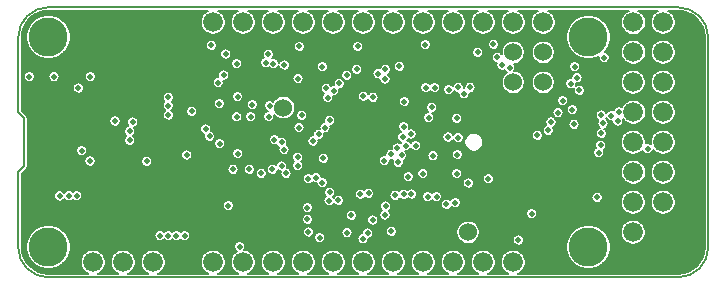
<source format=gbr>
G04 #@! TF.GenerationSoftware,KiCad,Pcbnew,5.1.5+dfsg1-2~bpo10+1*
G04 #@! TF.CreationDate,2020-05-12T19:04:25+02:00*
G04 #@! TF.ProjectId,quickfeather-board,71756963-6b66-4656-9174-6865722d626f,rev?*
G04 #@! TF.SameCoordinates,Original*
G04 #@! TF.FileFunction,Copper,L2,Inr*
G04 #@! TF.FilePolarity,Positive*
%FSLAX46Y46*%
G04 Gerber Fmt 4.6, Leading zero omitted, Abs format (unit mm)*
G04 Created by KiCad (PCBNEW 5.1.5+dfsg1-2~bpo10+1) date 2020-05-12 19:04:25*
%MOMM*%
%LPD*%
G04 APERTURE LIST*
%ADD10C,0.150000*%
%ADD11C,0.550000*%
%ADD12C,1.524000*%
%ADD13C,1.676400*%
%ADD14C,3.302000*%
%ADD15C,0.500000*%
G04 APERTURE END LIST*
D10*
X123101100Y-102463600D02*
X123609100Y-102971600D01*
X123609100Y-102971600D02*
X123609100Y-107035600D01*
X123609100Y-107035600D02*
X123101100Y-107543600D01*
X178981100Y-93573600D02*
G75*
G02X181521100Y-96113600I0J-2540000D01*
G01*
X181521100Y-113893600D02*
G75*
G02X178981100Y-116433600I-2540000J0D01*
G01*
X125641100Y-116433600D02*
X178981100Y-116433600D01*
X181521100Y-113893600D02*
X181521100Y-96113600D01*
X178981100Y-93573600D02*
X125641100Y-93573600D01*
X123101100Y-96113600D02*
G75*
G02X125641100Y-93573600I2540000J0D01*
G01*
X123101100Y-96113600D02*
X123101100Y-102463600D01*
X123101100Y-107543600D02*
X123101100Y-113893600D01*
X125641100Y-116433600D02*
G75*
G02X123101100Y-113893600I0J2540000D01*
G01*
D11*
X153915635Y-104990000D03*
X153137817Y-104212183D03*
X152360000Y-103434365D03*
X153137817Y-105767817D03*
X152360000Y-104990000D03*
X151582183Y-104212183D03*
X152360000Y-106545635D03*
X151582183Y-105767817D03*
X150804365Y-104990000D03*
D12*
X165011000Y-99923000D03*
X165011000Y-97383000D03*
X167551000Y-97383000D03*
X167551000Y-99923000D03*
D13*
X152311000Y-115163000D03*
X159931000Y-115163000D03*
X142151000Y-115163000D03*
X139611000Y-115163000D03*
X144691000Y-115163000D03*
X165011000Y-115163000D03*
X149771000Y-115163000D03*
X157391000Y-115163000D03*
X147231000Y-115163000D03*
X167551000Y-115163000D03*
X162471000Y-115163000D03*
X154851000Y-115163000D03*
X137061000Y-115163000D03*
X129441000Y-115163000D03*
X134521000Y-115163000D03*
X131981000Y-115163000D03*
X175171000Y-112623000D03*
X177711000Y-110083000D03*
X177711000Y-112623000D03*
X175171000Y-110083000D03*
X177711000Y-99923000D03*
X175195000Y-97383000D03*
X175195000Y-94857000D03*
X175171000Y-105003000D03*
X175171000Y-99923000D03*
X177711000Y-102463000D03*
X177711000Y-94843000D03*
X177711000Y-105003000D03*
X177711000Y-107543000D03*
X175195000Y-107543000D03*
X177711000Y-97383000D03*
X175195000Y-102463000D03*
D14*
X125655100Y-96089600D03*
X125655100Y-113869600D03*
X171375100Y-113869600D03*
X171375100Y-96089600D03*
D12*
X145550000Y-102070000D03*
X161196000Y-112624000D03*
D13*
X154851000Y-94843000D03*
X159931000Y-94843000D03*
X157391000Y-94843000D03*
X167551000Y-94843000D03*
X142151000Y-94843000D03*
X144691000Y-94843000D03*
X152311000Y-94843000D03*
X162471000Y-94843000D03*
X165011000Y-94843000D03*
X147231000Y-94843000D03*
X139611000Y-94843000D03*
X149771000Y-94843000D03*
D15*
X131800000Y-102500000D03*
X137100000Y-109290000D03*
X136470000Y-108800000D03*
X136470000Y-109710000D03*
X168400000Y-113300000D03*
X133900000Y-110200000D03*
X128580549Y-104689368D03*
X167350000Y-102750000D03*
X165120000Y-101360000D03*
X163250000Y-101500000D03*
X155100000Y-100850000D03*
X153570000Y-110720000D03*
X157397034Y-98401177D03*
X163592667Y-103407333D03*
X160454984Y-103670000D03*
X162945000Y-105760001D03*
X158918311Y-105678077D03*
X160960000Y-102710000D03*
X149350000Y-96020000D03*
X150300000Y-96080000D03*
X151030000Y-95400000D03*
X149566557Y-99776421D03*
X146670000Y-100560000D03*
X145259124Y-100850876D03*
X159646770Y-109337044D03*
X136880000Y-102710000D03*
X130110000Y-101540000D03*
X128420000Y-101530000D03*
X140400000Y-113010000D03*
X146710000Y-101760000D03*
X127120000Y-108680000D03*
X128690000Y-107480000D03*
X124165000Y-109540000D03*
X127120000Y-101220000D03*
X143950000Y-99840000D03*
X134680002Y-107270000D03*
X144500000Y-101200000D03*
X162970300Y-112151700D03*
X162990000Y-104980000D03*
X140356951Y-104344008D03*
X138300000Y-106000000D03*
X133060000Y-113475000D03*
X131800000Y-101700000D03*
X131800000Y-100900000D03*
X169211000Y-104193000D03*
X161111000Y-111343000D03*
X144606000Y-105755000D03*
X144205000Y-103463000D03*
X133070300Y-105826700D03*
X126900000Y-111826700D03*
X135100000Y-112910000D03*
X135800000Y-112910000D03*
X136500000Y-112910000D03*
X137200000Y-112910000D03*
X149425000Y-109950000D03*
X162900000Y-108100000D03*
X154150000Y-99650000D03*
X160287067Y-106035511D03*
X160240000Y-102980000D03*
X148840000Y-108420000D03*
X160120000Y-110110000D03*
X149172194Y-100424565D03*
X150920000Y-99320000D03*
X151760000Y-98810000D03*
X141670000Y-101140000D03*
X140500000Y-99310000D03*
X137800000Y-102370000D03*
X165440000Y-113270000D03*
X141681000Y-105953000D03*
X145401000Y-107018000D03*
X145401000Y-105013000D03*
X132550000Y-104075000D03*
X148620300Y-113076700D03*
X132550000Y-104825000D03*
X147680000Y-112590000D03*
X149820000Y-100620000D03*
X167050000Y-104405000D03*
X149470000Y-109240000D03*
X147670000Y-108090000D03*
X154150000Y-111150000D03*
X151295300Y-111176700D03*
X147595300Y-111526700D03*
X140895300Y-110360000D03*
X157780000Y-109600000D03*
X153120310Y-111585635D03*
X154214619Y-110402712D03*
X147595300Y-110526700D03*
X155750000Y-103685000D03*
X160350000Y-100350000D03*
X142781000Y-102823000D03*
X141600000Y-102850000D03*
X145614424Y-105614031D03*
X155650000Y-104550000D03*
X161350000Y-100350000D03*
X144381000Y-101903000D03*
X144801000Y-104775000D03*
X145781000Y-107628000D03*
X143671000Y-107628000D03*
X156350000Y-104300000D03*
X160850000Y-100900000D03*
X142930000Y-101815000D03*
X142671000Y-107300522D03*
X144621000Y-107300522D03*
X146770001Y-106970479D03*
X155360000Y-98570000D03*
X158220000Y-106149958D03*
X145625078Y-98456261D03*
X146910000Y-96890000D03*
X151840002Y-96890000D03*
X148850000Y-98600000D03*
X146791000Y-99603000D03*
X140160000Y-105120000D03*
X139300000Y-104500000D03*
X138981000Y-103873000D03*
X132790000Y-103290000D03*
X126130000Y-99450000D03*
X124050000Y-99440000D03*
X131300000Y-103200000D03*
X135800000Y-102700000D03*
X135800000Y-101200000D03*
X144696611Y-98354044D03*
X135800000Y-101900000D03*
X129210000Y-99440000D03*
X140030000Y-99940000D03*
X128200000Y-100400000D03*
X164060000Y-98450000D03*
X141610000Y-98344990D03*
X163650010Y-97810000D03*
X140140000Y-101730000D03*
X164710000Y-98670000D03*
X140670000Y-97530000D03*
X148560000Y-104310000D03*
X141290000Y-107300000D03*
X133990000Y-106620000D03*
X172461000Y-104243000D03*
X159545000Y-100560000D03*
X155920000Y-105290000D03*
X152695000Y-112690000D03*
X155800000Y-101550000D03*
X168211000Y-103293000D03*
X141850000Y-113830000D03*
X166570300Y-111051700D03*
X159350000Y-110250000D03*
X152763223Y-109325011D03*
X158520000Y-109600000D03*
X152060000Y-109390000D03*
X157570000Y-96730000D03*
X150280000Y-100020000D03*
X167970000Y-103980000D03*
X128490000Y-105710000D03*
X126620000Y-109540000D03*
X163342721Y-96705637D03*
X148060000Y-104900000D03*
X172461000Y-102693000D03*
X146870000Y-103750000D03*
X170160479Y-103492479D03*
X172116216Y-109654990D03*
X149080000Y-103750000D03*
X172411000Y-105243000D03*
X149480000Y-103150000D03*
X172261000Y-105893000D03*
X153140000Y-101180000D03*
X170011324Y-102245000D03*
X152311000Y-101093000D03*
X168811000Y-102493000D03*
X149310000Y-101210000D03*
X155740000Y-109410000D03*
X148311000Y-107983000D03*
X153560000Y-99180000D03*
X152295300Y-113176700D03*
X158100000Y-102050000D03*
X157600000Y-100364990D03*
X158361979Y-100364990D03*
X157864734Y-102914734D03*
X159500000Y-104555010D03*
X170411000Y-99543000D03*
X160350000Y-104600000D03*
X169886000Y-100043000D03*
X156750000Y-105275011D03*
X155000000Y-109500000D03*
X160220039Y-107644990D03*
X157364779Y-107644990D03*
X170211000Y-98593000D03*
X172611000Y-103393000D03*
X173311528Y-102742472D03*
X155210000Y-105480000D03*
X147100000Y-102725000D03*
X139450000Y-96800000D03*
X144320000Y-102820000D03*
X155555010Y-106108473D03*
X170611000Y-100593000D03*
X154670000Y-106030000D03*
X144054990Y-98250000D03*
X144280000Y-97550000D03*
X154086992Y-106564063D03*
X148944135Y-106355865D03*
X156394472Y-109374472D03*
X146770000Y-106260000D03*
X154200000Y-98830000D03*
X169210019Y-101468283D03*
X162010000Y-97390000D03*
X156124479Y-107925521D03*
X161200000Y-108451690D03*
X173861000Y-103193000D03*
X173961000Y-102443000D03*
X176411000Y-105543000D03*
X172711000Y-97843000D03*
X137365000Y-106070000D03*
X127395300Y-109526700D03*
X129180000Y-106580000D03*
X128045300Y-109526700D03*
X155270000Y-106695000D03*
X154680000Y-112540000D03*
X150220300Y-109926700D03*
X150945300Y-112651700D03*
D10*
X152360000Y-103434365D02*
X152360000Y-106545635D01*
X150804365Y-104990000D02*
X154010000Y-104990000D01*
X151582183Y-104212183D02*
X153420000Y-106050000D01*
X153137817Y-104212183D02*
X151582183Y-105767817D01*
G36*
X139107386Y-93900805D02*
G01*
X138933250Y-94017159D01*
X138785159Y-94165250D01*
X138668805Y-94339386D01*
X138588659Y-94532876D01*
X138547800Y-94738284D01*
X138547800Y-94947716D01*
X138588659Y-95153124D01*
X138668805Y-95346614D01*
X138785159Y-95520750D01*
X138933250Y-95668841D01*
X139107386Y-95785195D01*
X139300876Y-95865341D01*
X139506284Y-95906200D01*
X139715716Y-95906200D01*
X139921124Y-95865341D01*
X140114614Y-95785195D01*
X140288750Y-95668841D01*
X140436841Y-95520750D01*
X140553195Y-95346614D01*
X140633341Y-95153124D01*
X140674200Y-94947716D01*
X140674200Y-94738284D01*
X140633341Y-94532876D01*
X140553195Y-94339386D01*
X140436841Y-94165250D01*
X140288750Y-94017159D01*
X140114614Y-93900805D01*
X140048935Y-93873600D01*
X141713065Y-93873600D01*
X141647386Y-93900805D01*
X141473250Y-94017159D01*
X141325159Y-94165250D01*
X141208805Y-94339386D01*
X141128659Y-94532876D01*
X141087800Y-94738284D01*
X141087800Y-94947716D01*
X141128659Y-95153124D01*
X141208805Y-95346614D01*
X141325159Y-95520750D01*
X141473250Y-95668841D01*
X141647386Y-95785195D01*
X141840876Y-95865341D01*
X142046284Y-95906200D01*
X142255716Y-95906200D01*
X142461124Y-95865341D01*
X142654614Y-95785195D01*
X142828750Y-95668841D01*
X142976841Y-95520750D01*
X143093195Y-95346614D01*
X143173341Y-95153124D01*
X143214200Y-94947716D01*
X143214200Y-94738284D01*
X143173341Y-94532876D01*
X143093195Y-94339386D01*
X142976841Y-94165250D01*
X142828750Y-94017159D01*
X142654614Y-93900805D01*
X142588935Y-93873600D01*
X144253065Y-93873600D01*
X144187386Y-93900805D01*
X144013250Y-94017159D01*
X143865159Y-94165250D01*
X143748805Y-94339386D01*
X143668659Y-94532876D01*
X143627800Y-94738284D01*
X143627800Y-94947716D01*
X143668659Y-95153124D01*
X143748805Y-95346614D01*
X143865159Y-95520750D01*
X144013250Y-95668841D01*
X144187386Y-95785195D01*
X144380876Y-95865341D01*
X144586284Y-95906200D01*
X144795716Y-95906200D01*
X145001124Y-95865341D01*
X145194614Y-95785195D01*
X145368750Y-95668841D01*
X145516841Y-95520750D01*
X145633195Y-95346614D01*
X145713341Y-95153124D01*
X145754200Y-94947716D01*
X145754200Y-94738284D01*
X145713341Y-94532876D01*
X145633195Y-94339386D01*
X145516841Y-94165250D01*
X145368750Y-94017159D01*
X145194614Y-93900805D01*
X145128935Y-93873600D01*
X146793065Y-93873600D01*
X146727386Y-93900805D01*
X146553250Y-94017159D01*
X146405159Y-94165250D01*
X146288805Y-94339386D01*
X146208659Y-94532876D01*
X146167800Y-94738284D01*
X146167800Y-94947716D01*
X146208659Y-95153124D01*
X146288805Y-95346614D01*
X146405159Y-95520750D01*
X146553250Y-95668841D01*
X146727386Y-95785195D01*
X146920876Y-95865341D01*
X147126284Y-95906200D01*
X147335716Y-95906200D01*
X147541124Y-95865341D01*
X147734614Y-95785195D01*
X147908750Y-95668841D01*
X148056841Y-95520750D01*
X148173195Y-95346614D01*
X148253341Y-95153124D01*
X148294200Y-94947716D01*
X148294200Y-94738284D01*
X148253341Y-94532876D01*
X148173195Y-94339386D01*
X148056841Y-94165250D01*
X147908750Y-94017159D01*
X147734614Y-93900805D01*
X147668935Y-93873600D01*
X149333065Y-93873600D01*
X149267386Y-93900805D01*
X149093250Y-94017159D01*
X148945159Y-94165250D01*
X148828805Y-94339386D01*
X148748659Y-94532876D01*
X148707800Y-94738284D01*
X148707800Y-94947716D01*
X148748659Y-95153124D01*
X148828805Y-95346614D01*
X148945159Y-95520750D01*
X149093250Y-95668841D01*
X149267386Y-95785195D01*
X149460876Y-95865341D01*
X149666284Y-95906200D01*
X149875716Y-95906200D01*
X150081124Y-95865341D01*
X150274614Y-95785195D01*
X150448750Y-95668841D01*
X150596841Y-95520750D01*
X150713195Y-95346614D01*
X150793341Y-95153124D01*
X150834200Y-94947716D01*
X150834200Y-94738284D01*
X150793341Y-94532876D01*
X150713195Y-94339386D01*
X150596841Y-94165250D01*
X150448750Y-94017159D01*
X150274614Y-93900805D01*
X150208935Y-93873600D01*
X151873065Y-93873600D01*
X151807386Y-93900805D01*
X151633250Y-94017159D01*
X151485159Y-94165250D01*
X151368805Y-94339386D01*
X151288659Y-94532876D01*
X151247800Y-94738284D01*
X151247800Y-94947716D01*
X151288659Y-95153124D01*
X151368805Y-95346614D01*
X151485159Y-95520750D01*
X151633250Y-95668841D01*
X151807386Y-95785195D01*
X152000876Y-95865341D01*
X152206284Y-95906200D01*
X152415716Y-95906200D01*
X152621124Y-95865341D01*
X152814614Y-95785195D01*
X152988750Y-95668841D01*
X153136841Y-95520750D01*
X153253195Y-95346614D01*
X153333341Y-95153124D01*
X153374200Y-94947716D01*
X153374200Y-94738284D01*
X153333341Y-94532876D01*
X153253195Y-94339386D01*
X153136841Y-94165250D01*
X152988750Y-94017159D01*
X152814614Y-93900805D01*
X152748935Y-93873600D01*
X154413065Y-93873600D01*
X154347386Y-93900805D01*
X154173250Y-94017159D01*
X154025159Y-94165250D01*
X153908805Y-94339386D01*
X153828659Y-94532876D01*
X153787800Y-94738284D01*
X153787800Y-94947716D01*
X153828659Y-95153124D01*
X153908805Y-95346614D01*
X154025159Y-95520750D01*
X154173250Y-95668841D01*
X154347386Y-95785195D01*
X154540876Y-95865341D01*
X154746284Y-95906200D01*
X154955716Y-95906200D01*
X155161124Y-95865341D01*
X155354614Y-95785195D01*
X155528750Y-95668841D01*
X155676841Y-95520750D01*
X155793195Y-95346614D01*
X155873341Y-95153124D01*
X155914200Y-94947716D01*
X155914200Y-94738284D01*
X155873341Y-94532876D01*
X155793195Y-94339386D01*
X155676841Y-94165250D01*
X155528750Y-94017159D01*
X155354614Y-93900805D01*
X155288935Y-93873600D01*
X156953065Y-93873600D01*
X156887386Y-93900805D01*
X156713250Y-94017159D01*
X156565159Y-94165250D01*
X156448805Y-94339386D01*
X156368659Y-94532876D01*
X156327800Y-94738284D01*
X156327800Y-94947716D01*
X156368659Y-95153124D01*
X156448805Y-95346614D01*
X156565159Y-95520750D01*
X156713250Y-95668841D01*
X156887386Y-95785195D01*
X157080876Y-95865341D01*
X157286284Y-95906200D01*
X157495716Y-95906200D01*
X157701124Y-95865341D01*
X157894614Y-95785195D01*
X158068750Y-95668841D01*
X158216841Y-95520750D01*
X158333195Y-95346614D01*
X158413341Y-95153124D01*
X158454200Y-94947716D01*
X158454200Y-94738284D01*
X158413341Y-94532876D01*
X158333195Y-94339386D01*
X158216841Y-94165250D01*
X158068750Y-94017159D01*
X157894614Y-93900805D01*
X157828935Y-93873600D01*
X159493065Y-93873600D01*
X159427386Y-93900805D01*
X159253250Y-94017159D01*
X159105159Y-94165250D01*
X158988805Y-94339386D01*
X158908659Y-94532876D01*
X158867800Y-94738284D01*
X158867800Y-94947716D01*
X158908659Y-95153124D01*
X158988805Y-95346614D01*
X159105159Y-95520750D01*
X159253250Y-95668841D01*
X159427386Y-95785195D01*
X159620876Y-95865341D01*
X159826284Y-95906200D01*
X160035716Y-95906200D01*
X160241124Y-95865341D01*
X160434614Y-95785195D01*
X160608750Y-95668841D01*
X160756841Y-95520750D01*
X160873195Y-95346614D01*
X160953341Y-95153124D01*
X160994200Y-94947716D01*
X160994200Y-94738284D01*
X160953341Y-94532876D01*
X160873195Y-94339386D01*
X160756841Y-94165250D01*
X160608750Y-94017159D01*
X160434614Y-93900805D01*
X160368935Y-93873600D01*
X162033065Y-93873600D01*
X161967386Y-93900805D01*
X161793250Y-94017159D01*
X161645159Y-94165250D01*
X161528805Y-94339386D01*
X161448659Y-94532876D01*
X161407800Y-94738284D01*
X161407800Y-94947716D01*
X161448659Y-95153124D01*
X161528805Y-95346614D01*
X161645159Y-95520750D01*
X161793250Y-95668841D01*
X161967386Y-95785195D01*
X162160876Y-95865341D01*
X162366284Y-95906200D01*
X162575716Y-95906200D01*
X162781124Y-95865341D01*
X162974614Y-95785195D01*
X163148750Y-95668841D01*
X163296841Y-95520750D01*
X163413195Y-95346614D01*
X163493341Y-95153124D01*
X163534200Y-94947716D01*
X163534200Y-94738284D01*
X163493341Y-94532876D01*
X163413195Y-94339386D01*
X163296841Y-94165250D01*
X163148750Y-94017159D01*
X162974614Y-93900805D01*
X162908935Y-93873600D01*
X164573065Y-93873600D01*
X164507386Y-93900805D01*
X164333250Y-94017159D01*
X164185159Y-94165250D01*
X164068805Y-94339386D01*
X163988659Y-94532876D01*
X163947800Y-94738284D01*
X163947800Y-94947716D01*
X163988659Y-95153124D01*
X164068805Y-95346614D01*
X164185159Y-95520750D01*
X164333250Y-95668841D01*
X164507386Y-95785195D01*
X164700876Y-95865341D01*
X164906284Y-95906200D01*
X165115716Y-95906200D01*
X165321124Y-95865341D01*
X165514614Y-95785195D01*
X165688750Y-95668841D01*
X165836841Y-95520750D01*
X165953195Y-95346614D01*
X166033341Y-95153124D01*
X166074200Y-94947716D01*
X166074200Y-94738284D01*
X166033341Y-94532876D01*
X165953195Y-94339386D01*
X165836841Y-94165250D01*
X165688750Y-94017159D01*
X165514614Y-93900805D01*
X165448935Y-93873600D01*
X167113065Y-93873600D01*
X167047386Y-93900805D01*
X166873250Y-94017159D01*
X166725159Y-94165250D01*
X166608805Y-94339386D01*
X166528659Y-94532876D01*
X166487800Y-94738284D01*
X166487800Y-94947716D01*
X166528659Y-95153124D01*
X166608805Y-95346614D01*
X166725159Y-95520750D01*
X166873250Y-95668841D01*
X167047386Y-95785195D01*
X167240876Y-95865341D01*
X167446284Y-95906200D01*
X167655716Y-95906200D01*
X167662603Y-95904830D01*
X169499100Y-95904830D01*
X169499100Y-96274370D01*
X169571194Y-96636809D01*
X169712611Y-96978219D01*
X169917916Y-97285480D01*
X170179220Y-97546784D01*
X170486481Y-97752089D01*
X170827891Y-97893506D01*
X171190330Y-97965600D01*
X171559870Y-97965600D01*
X171922309Y-97893506D01*
X172243077Y-97760639D01*
X172236000Y-97796217D01*
X172236000Y-97889783D01*
X172254254Y-97981552D01*
X172290061Y-98067997D01*
X172342044Y-98145795D01*
X172408205Y-98211956D01*
X172486003Y-98263939D01*
X172572448Y-98299746D01*
X172664217Y-98318000D01*
X172757783Y-98318000D01*
X172849552Y-98299746D01*
X172935997Y-98263939D01*
X173013795Y-98211956D01*
X173079956Y-98145795D01*
X173131939Y-98067997D01*
X173167746Y-97981552D01*
X173186000Y-97889783D01*
X173186000Y-97796217D01*
X173167746Y-97704448D01*
X173131939Y-97618003D01*
X173079956Y-97540205D01*
X173013795Y-97474044D01*
X172935997Y-97422061D01*
X172849552Y-97386254D01*
X172757783Y-97368000D01*
X172749764Y-97368000D01*
X172832284Y-97285480D01*
X172837092Y-97278284D01*
X174131800Y-97278284D01*
X174131800Y-97487716D01*
X174172659Y-97693124D01*
X174252805Y-97886614D01*
X174369159Y-98060750D01*
X174517250Y-98208841D01*
X174691386Y-98325195D01*
X174884876Y-98405341D01*
X175090284Y-98446200D01*
X175299716Y-98446200D01*
X175505124Y-98405341D01*
X175698614Y-98325195D01*
X175872750Y-98208841D01*
X176020841Y-98060750D01*
X176137195Y-97886614D01*
X176217341Y-97693124D01*
X176258200Y-97487716D01*
X176258200Y-97278284D01*
X176647800Y-97278284D01*
X176647800Y-97487716D01*
X176688659Y-97693124D01*
X176768805Y-97886614D01*
X176885159Y-98060750D01*
X177033250Y-98208841D01*
X177207386Y-98325195D01*
X177400876Y-98405341D01*
X177606284Y-98446200D01*
X177815716Y-98446200D01*
X178021124Y-98405341D01*
X178214614Y-98325195D01*
X178388750Y-98208841D01*
X178536841Y-98060750D01*
X178653195Y-97886614D01*
X178733341Y-97693124D01*
X178774200Y-97487716D01*
X178774200Y-97278284D01*
X178733341Y-97072876D01*
X178653195Y-96879386D01*
X178536841Y-96705250D01*
X178388750Y-96557159D01*
X178214614Y-96440805D01*
X178021124Y-96360659D01*
X177815716Y-96319800D01*
X177606284Y-96319800D01*
X177400876Y-96360659D01*
X177207386Y-96440805D01*
X177033250Y-96557159D01*
X176885159Y-96705250D01*
X176768805Y-96879386D01*
X176688659Y-97072876D01*
X176647800Y-97278284D01*
X176258200Y-97278284D01*
X176217341Y-97072876D01*
X176137195Y-96879386D01*
X176020841Y-96705250D01*
X175872750Y-96557159D01*
X175698614Y-96440805D01*
X175505124Y-96360659D01*
X175299716Y-96319800D01*
X175090284Y-96319800D01*
X174884876Y-96360659D01*
X174691386Y-96440805D01*
X174517250Y-96557159D01*
X174369159Y-96705250D01*
X174252805Y-96879386D01*
X174172659Y-97072876D01*
X174131800Y-97278284D01*
X172837092Y-97278284D01*
X173037589Y-96978219D01*
X173179006Y-96636809D01*
X173251100Y-96274370D01*
X173251100Y-95904830D01*
X173179006Y-95542391D01*
X173037589Y-95200981D01*
X172832284Y-94893720D01*
X172570980Y-94632416D01*
X172263719Y-94427111D01*
X171922309Y-94285694D01*
X171559870Y-94213600D01*
X171190330Y-94213600D01*
X170827891Y-94285694D01*
X170486481Y-94427111D01*
X170179220Y-94632416D01*
X169917916Y-94893720D01*
X169712611Y-95200981D01*
X169571194Y-95542391D01*
X169499100Y-95904830D01*
X167662603Y-95904830D01*
X167861124Y-95865341D01*
X168054614Y-95785195D01*
X168228750Y-95668841D01*
X168376841Y-95520750D01*
X168493195Y-95346614D01*
X168573341Y-95153124D01*
X168614200Y-94947716D01*
X168614200Y-94738284D01*
X168573341Y-94532876D01*
X168493195Y-94339386D01*
X168376841Y-94165250D01*
X168228750Y-94017159D01*
X168054614Y-93900805D01*
X167988935Y-93873600D01*
X174790864Y-93873600D01*
X174691386Y-93914805D01*
X174517250Y-94031159D01*
X174369159Y-94179250D01*
X174252805Y-94353386D01*
X174172659Y-94546876D01*
X174131800Y-94752284D01*
X174131800Y-94961716D01*
X174172659Y-95167124D01*
X174252805Y-95360614D01*
X174369159Y-95534750D01*
X174517250Y-95682841D01*
X174691386Y-95799195D01*
X174884876Y-95879341D01*
X175090284Y-95920200D01*
X175299716Y-95920200D01*
X175505124Y-95879341D01*
X175698614Y-95799195D01*
X175872750Y-95682841D01*
X176020841Y-95534750D01*
X176137195Y-95360614D01*
X176217341Y-95167124D01*
X176258200Y-94961716D01*
X176258200Y-94752284D01*
X176217341Y-94546876D01*
X176137195Y-94353386D01*
X176020841Y-94179250D01*
X175872750Y-94031159D01*
X175698614Y-93914805D01*
X175599136Y-93873600D01*
X177273065Y-93873600D01*
X177207386Y-93900805D01*
X177033250Y-94017159D01*
X176885159Y-94165250D01*
X176768805Y-94339386D01*
X176688659Y-94532876D01*
X176647800Y-94738284D01*
X176647800Y-94947716D01*
X176688659Y-95153124D01*
X176768805Y-95346614D01*
X176885159Y-95520750D01*
X177033250Y-95668841D01*
X177207386Y-95785195D01*
X177400876Y-95865341D01*
X177606284Y-95906200D01*
X177815716Y-95906200D01*
X178021124Y-95865341D01*
X178214614Y-95785195D01*
X178388750Y-95668841D01*
X178536841Y-95520750D01*
X178653195Y-95346614D01*
X178733341Y-95153124D01*
X178774200Y-94947716D01*
X178774200Y-94738284D01*
X178733341Y-94532876D01*
X178653195Y-94339386D01*
X178536841Y-94165250D01*
X178388750Y-94017159D01*
X178214614Y-93900805D01*
X178148935Y-93873600D01*
X178966430Y-93873600D01*
X179415904Y-93917671D01*
X179834152Y-94043948D01*
X180219902Y-94249055D01*
X180558469Y-94525185D01*
X180836950Y-94861811D01*
X181044747Y-95246123D01*
X181173938Y-95663471D01*
X181221093Y-96112120D01*
X181221101Y-96114363D01*
X181221100Y-113878930D01*
X181177029Y-114328403D01*
X181050752Y-114746652D01*
X180845647Y-115132400D01*
X180569518Y-115470967D01*
X180232889Y-115749450D01*
X179848578Y-115957246D01*
X179431229Y-116086438D01*
X178982580Y-116133593D01*
X178980623Y-116133600D01*
X165446038Y-116133600D01*
X165514614Y-116105195D01*
X165688750Y-115988841D01*
X165836841Y-115840750D01*
X165953195Y-115666614D01*
X166033341Y-115473124D01*
X166074200Y-115267716D01*
X166074200Y-115058284D01*
X166033341Y-114852876D01*
X165953195Y-114659386D01*
X165836841Y-114485250D01*
X165688750Y-114337159D01*
X165514614Y-114220805D01*
X165321124Y-114140659D01*
X165115716Y-114099800D01*
X164906284Y-114099800D01*
X164700876Y-114140659D01*
X164507386Y-114220805D01*
X164333250Y-114337159D01*
X164185159Y-114485250D01*
X164068805Y-114659386D01*
X163988659Y-114852876D01*
X163947800Y-115058284D01*
X163947800Y-115267716D01*
X163988659Y-115473124D01*
X164068805Y-115666614D01*
X164185159Y-115840750D01*
X164333250Y-115988841D01*
X164507386Y-116105195D01*
X164575962Y-116133600D01*
X162906038Y-116133600D01*
X162974614Y-116105195D01*
X163148750Y-115988841D01*
X163296841Y-115840750D01*
X163413195Y-115666614D01*
X163493341Y-115473124D01*
X163534200Y-115267716D01*
X163534200Y-115058284D01*
X163493341Y-114852876D01*
X163413195Y-114659386D01*
X163296841Y-114485250D01*
X163148750Y-114337159D01*
X162974614Y-114220805D01*
X162781124Y-114140659D01*
X162575716Y-114099800D01*
X162366284Y-114099800D01*
X162160876Y-114140659D01*
X161967386Y-114220805D01*
X161793250Y-114337159D01*
X161645159Y-114485250D01*
X161528805Y-114659386D01*
X161448659Y-114852876D01*
X161407800Y-115058284D01*
X161407800Y-115267716D01*
X161448659Y-115473124D01*
X161528805Y-115666614D01*
X161645159Y-115840750D01*
X161793250Y-115988841D01*
X161967386Y-116105195D01*
X162035962Y-116133600D01*
X160366038Y-116133600D01*
X160434614Y-116105195D01*
X160608750Y-115988841D01*
X160756841Y-115840750D01*
X160873195Y-115666614D01*
X160953341Y-115473124D01*
X160994200Y-115267716D01*
X160994200Y-115058284D01*
X160953341Y-114852876D01*
X160873195Y-114659386D01*
X160756841Y-114485250D01*
X160608750Y-114337159D01*
X160434614Y-114220805D01*
X160241124Y-114140659D01*
X160035716Y-114099800D01*
X159826284Y-114099800D01*
X159620876Y-114140659D01*
X159427386Y-114220805D01*
X159253250Y-114337159D01*
X159105159Y-114485250D01*
X158988805Y-114659386D01*
X158908659Y-114852876D01*
X158867800Y-115058284D01*
X158867800Y-115267716D01*
X158908659Y-115473124D01*
X158988805Y-115666614D01*
X159105159Y-115840750D01*
X159253250Y-115988841D01*
X159427386Y-116105195D01*
X159495962Y-116133600D01*
X157826038Y-116133600D01*
X157894614Y-116105195D01*
X158068750Y-115988841D01*
X158216841Y-115840750D01*
X158333195Y-115666614D01*
X158413341Y-115473124D01*
X158454200Y-115267716D01*
X158454200Y-115058284D01*
X158413341Y-114852876D01*
X158333195Y-114659386D01*
X158216841Y-114485250D01*
X158068750Y-114337159D01*
X157894614Y-114220805D01*
X157701124Y-114140659D01*
X157495716Y-114099800D01*
X157286284Y-114099800D01*
X157080876Y-114140659D01*
X156887386Y-114220805D01*
X156713250Y-114337159D01*
X156565159Y-114485250D01*
X156448805Y-114659386D01*
X156368659Y-114852876D01*
X156327800Y-115058284D01*
X156327800Y-115267716D01*
X156368659Y-115473124D01*
X156448805Y-115666614D01*
X156565159Y-115840750D01*
X156713250Y-115988841D01*
X156887386Y-116105195D01*
X156955962Y-116133600D01*
X155286038Y-116133600D01*
X155354614Y-116105195D01*
X155528750Y-115988841D01*
X155676841Y-115840750D01*
X155793195Y-115666614D01*
X155873341Y-115473124D01*
X155914200Y-115267716D01*
X155914200Y-115058284D01*
X155873341Y-114852876D01*
X155793195Y-114659386D01*
X155676841Y-114485250D01*
X155528750Y-114337159D01*
X155354614Y-114220805D01*
X155161124Y-114140659D01*
X154955716Y-114099800D01*
X154746284Y-114099800D01*
X154540876Y-114140659D01*
X154347386Y-114220805D01*
X154173250Y-114337159D01*
X154025159Y-114485250D01*
X153908805Y-114659386D01*
X153828659Y-114852876D01*
X153787800Y-115058284D01*
X153787800Y-115267716D01*
X153828659Y-115473124D01*
X153908805Y-115666614D01*
X154025159Y-115840750D01*
X154173250Y-115988841D01*
X154347386Y-116105195D01*
X154415962Y-116133600D01*
X152746038Y-116133600D01*
X152814614Y-116105195D01*
X152988750Y-115988841D01*
X153136841Y-115840750D01*
X153253195Y-115666614D01*
X153333341Y-115473124D01*
X153374200Y-115267716D01*
X153374200Y-115058284D01*
X153333341Y-114852876D01*
X153253195Y-114659386D01*
X153136841Y-114485250D01*
X152988750Y-114337159D01*
X152814614Y-114220805D01*
X152621124Y-114140659D01*
X152415716Y-114099800D01*
X152206284Y-114099800D01*
X152000876Y-114140659D01*
X151807386Y-114220805D01*
X151633250Y-114337159D01*
X151485159Y-114485250D01*
X151368805Y-114659386D01*
X151288659Y-114852876D01*
X151247800Y-115058284D01*
X151247800Y-115267716D01*
X151288659Y-115473124D01*
X151368805Y-115666614D01*
X151485159Y-115840750D01*
X151633250Y-115988841D01*
X151807386Y-116105195D01*
X151875962Y-116133600D01*
X150206038Y-116133600D01*
X150274614Y-116105195D01*
X150448750Y-115988841D01*
X150596841Y-115840750D01*
X150713195Y-115666614D01*
X150793341Y-115473124D01*
X150834200Y-115267716D01*
X150834200Y-115058284D01*
X150793341Y-114852876D01*
X150713195Y-114659386D01*
X150596841Y-114485250D01*
X150448750Y-114337159D01*
X150274614Y-114220805D01*
X150081124Y-114140659D01*
X149875716Y-114099800D01*
X149666284Y-114099800D01*
X149460876Y-114140659D01*
X149267386Y-114220805D01*
X149093250Y-114337159D01*
X148945159Y-114485250D01*
X148828805Y-114659386D01*
X148748659Y-114852876D01*
X148707800Y-115058284D01*
X148707800Y-115267716D01*
X148748659Y-115473124D01*
X148828805Y-115666614D01*
X148945159Y-115840750D01*
X149093250Y-115988841D01*
X149267386Y-116105195D01*
X149335962Y-116133600D01*
X147666038Y-116133600D01*
X147734614Y-116105195D01*
X147908750Y-115988841D01*
X148056841Y-115840750D01*
X148173195Y-115666614D01*
X148253341Y-115473124D01*
X148294200Y-115267716D01*
X148294200Y-115058284D01*
X148253341Y-114852876D01*
X148173195Y-114659386D01*
X148056841Y-114485250D01*
X147908750Y-114337159D01*
X147734614Y-114220805D01*
X147541124Y-114140659D01*
X147335716Y-114099800D01*
X147126284Y-114099800D01*
X146920876Y-114140659D01*
X146727386Y-114220805D01*
X146553250Y-114337159D01*
X146405159Y-114485250D01*
X146288805Y-114659386D01*
X146208659Y-114852876D01*
X146167800Y-115058284D01*
X146167800Y-115267716D01*
X146208659Y-115473124D01*
X146288805Y-115666614D01*
X146405159Y-115840750D01*
X146553250Y-115988841D01*
X146727386Y-116105195D01*
X146795962Y-116133600D01*
X145126038Y-116133600D01*
X145194614Y-116105195D01*
X145368750Y-115988841D01*
X145516841Y-115840750D01*
X145633195Y-115666614D01*
X145713341Y-115473124D01*
X145754200Y-115267716D01*
X145754200Y-115058284D01*
X145713341Y-114852876D01*
X145633195Y-114659386D01*
X145516841Y-114485250D01*
X145368750Y-114337159D01*
X145194614Y-114220805D01*
X145001124Y-114140659D01*
X144795716Y-114099800D01*
X144586284Y-114099800D01*
X144380876Y-114140659D01*
X144187386Y-114220805D01*
X144013250Y-114337159D01*
X143865159Y-114485250D01*
X143748805Y-114659386D01*
X143668659Y-114852876D01*
X143627800Y-115058284D01*
X143627800Y-115267716D01*
X143668659Y-115473124D01*
X143748805Y-115666614D01*
X143865159Y-115840750D01*
X144013250Y-115988841D01*
X144187386Y-116105195D01*
X144255962Y-116133600D01*
X142586038Y-116133600D01*
X142654614Y-116105195D01*
X142828750Y-115988841D01*
X142976841Y-115840750D01*
X143093195Y-115666614D01*
X143173341Y-115473124D01*
X143214200Y-115267716D01*
X143214200Y-115058284D01*
X143173341Y-114852876D01*
X143093195Y-114659386D01*
X142976841Y-114485250D01*
X142828750Y-114337159D01*
X142654614Y-114220805D01*
X142461124Y-114140659D01*
X142255716Y-114099800D01*
X142241003Y-114099800D01*
X142270939Y-114054997D01*
X142306746Y-113968552D01*
X142325000Y-113876783D01*
X142325000Y-113783217D01*
X142306746Y-113691448D01*
X142270939Y-113605003D01*
X142218956Y-113527205D01*
X142152795Y-113461044D01*
X142074997Y-113409061D01*
X141988552Y-113373254D01*
X141896783Y-113355000D01*
X141803217Y-113355000D01*
X141711448Y-113373254D01*
X141625003Y-113409061D01*
X141547205Y-113461044D01*
X141481044Y-113527205D01*
X141429061Y-113605003D01*
X141393254Y-113691448D01*
X141375000Y-113783217D01*
X141375000Y-113876783D01*
X141393254Y-113968552D01*
X141429061Y-114054997D01*
X141481044Y-114132795D01*
X141547205Y-114198956D01*
X141613645Y-114243350D01*
X141473250Y-114337159D01*
X141325159Y-114485250D01*
X141208805Y-114659386D01*
X141128659Y-114852876D01*
X141087800Y-115058284D01*
X141087800Y-115267716D01*
X141128659Y-115473124D01*
X141208805Y-115666614D01*
X141325159Y-115840750D01*
X141473250Y-115988841D01*
X141647386Y-116105195D01*
X141715962Y-116133600D01*
X140046038Y-116133600D01*
X140114614Y-116105195D01*
X140288750Y-115988841D01*
X140436841Y-115840750D01*
X140553195Y-115666614D01*
X140633341Y-115473124D01*
X140674200Y-115267716D01*
X140674200Y-115058284D01*
X140633341Y-114852876D01*
X140553195Y-114659386D01*
X140436841Y-114485250D01*
X140288750Y-114337159D01*
X140114614Y-114220805D01*
X139921124Y-114140659D01*
X139715716Y-114099800D01*
X139506284Y-114099800D01*
X139300876Y-114140659D01*
X139107386Y-114220805D01*
X138933250Y-114337159D01*
X138785159Y-114485250D01*
X138668805Y-114659386D01*
X138588659Y-114852876D01*
X138547800Y-115058284D01*
X138547800Y-115267716D01*
X138588659Y-115473124D01*
X138668805Y-115666614D01*
X138785159Y-115840750D01*
X138933250Y-115988841D01*
X139107386Y-116105195D01*
X139175962Y-116133600D01*
X134956038Y-116133600D01*
X135024614Y-116105195D01*
X135198750Y-115988841D01*
X135346841Y-115840750D01*
X135463195Y-115666614D01*
X135543341Y-115473124D01*
X135584200Y-115267716D01*
X135584200Y-115058284D01*
X135543341Y-114852876D01*
X135463195Y-114659386D01*
X135346841Y-114485250D01*
X135198750Y-114337159D01*
X135024614Y-114220805D01*
X134831124Y-114140659D01*
X134625716Y-114099800D01*
X134416284Y-114099800D01*
X134210876Y-114140659D01*
X134017386Y-114220805D01*
X133843250Y-114337159D01*
X133695159Y-114485250D01*
X133578805Y-114659386D01*
X133498659Y-114852876D01*
X133457800Y-115058284D01*
X133457800Y-115267716D01*
X133498659Y-115473124D01*
X133578805Y-115666614D01*
X133695159Y-115840750D01*
X133843250Y-115988841D01*
X134017386Y-116105195D01*
X134085962Y-116133600D01*
X132416038Y-116133600D01*
X132484614Y-116105195D01*
X132658750Y-115988841D01*
X132806841Y-115840750D01*
X132923195Y-115666614D01*
X133003341Y-115473124D01*
X133044200Y-115267716D01*
X133044200Y-115058284D01*
X133003341Y-114852876D01*
X132923195Y-114659386D01*
X132806841Y-114485250D01*
X132658750Y-114337159D01*
X132484614Y-114220805D01*
X132291124Y-114140659D01*
X132085716Y-114099800D01*
X131876284Y-114099800D01*
X131670876Y-114140659D01*
X131477386Y-114220805D01*
X131303250Y-114337159D01*
X131155159Y-114485250D01*
X131038805Y-114659386D01*
X130958659Y-114852876D01*
X130917800Y-115058284D01*
X130917800Y-115267716D01*
X130958659Y-115473124D01*
X131038805Y-115666614D01*
X131155159Y-115840750D01*
X131303250Y-115988841D01*
X131477386Y-116105195D01*
X131545962Y-116133600D01*
X129876038Y-116133600D01*
X129944614Y-116105195D01*
X130118750Y-115988841D01*
X130266841Y-115840750D01*
X130383195Y-115666614D01*
X130463341Y-115473124D01*
X130504200Y-115267716D01*
X130504200Y-115058284D01*
X130463341Y-114852876D01*
X130383195Y-114659386D01*
X130266841Y-114485250D01*
X130118750Y-114337159D01*
X129944614Y-114220805D01*
X129751124Y-114140659D01*
X129545716Y-114099800D01*
X129336284Y-114099800D01*
X129130876Y-114140659D01*
X128937386Y-114220805D01*
X128763250Y-114337159D01*
X128615159Y-114485250D01*
X128498805Y-114659386D01*
X128418659Y-114852876D01*
X128377800Y-115058284D01*
X128377800Y-115267716D01*
X128418659Y-115473124D01*
X128498805Y-115666614D01*
X128615159Y-115840750D01*
X128763250Y-115988841D01*
X128937386Y-116105195D01*
X129005962Y-116133600D01*
X125655770Y-116133600D01*
X125206297Y-116089529D01*
X124788048Y-115963252D01*
X124402300Y-115758147D01*
X124063733Y-115482018D01*
X123785250Y-115145389D01*
X123577454Y-114761078D01*
X123448262Y-114343729D01*
X123401107Y-113895080D01*
X123401100Y-113893123D01*
X123401100Y-113684830D01*
X123779100Y-113684830D01*
X123779100Y-114054370D01*
X123851194Y-114416809D01*
X123992611Y-114758219D01*
X124197916Y-115065480D01*
X124459220Y-115326784D01*
X124766481Y-115532089D01*
X125107891Y-115673506D01*
X125470330Y-115745600D01*
X125839870Y-115745600D01*
X126202309Y-115673506D01*
X126543719Y-115532089D01*
X126850980Y-115326784D01*
X127112284Y-115065480D01*
X127317589Y-114758219D01*
X127459006Y-114416809D01*
X127531100Y-114054370D01*
X127531100Y-113684830D01*
X127459006Y-113322391D01*
X127317589Y-112980981D01*
X127238902Y-112863217D01*
X134625000Y-112863217D01*
X134625000Y-112956783D01*
X134643254Y-113048552D01*
X134679061Y-113134997D01*
X134731044Y-113212795D01*
X134797205Y-113278956D01*
X134875003Y-113330939D01*
X134961448Y-113366746D01*
X135053217Y-113385000D01*
X135146783Y-113385000D01*
X135238552Y-113366746D01*
X135324997Y-113330939D01*
X135402795Y-113278956D01*
X135450000Y-113231751D01*
X135497205Y-113278956D01*
X135575003Y-113330939D01*
X135661448Y-113366746D01*
X135753217Y-113385000D01*
X135846783Y-113385000D01*
X135938552Y-113366746D01*
X136024997Y-113330939D01*
X136102795Y-113278956D01*
X136150000Y-113231751D01*
X136197205Y-113278956D01*
X136275003Y-113330939D01*
X136361448Y-113366746D01*
X136453217Y-113385000D01*
X136546783Y-113385000D01*
X136638552Y-113366746D01*
X136724997Y-113330939D01*
X136802795Y-113278956D01*
X136850000Y-113231751D01*
X136897205Y-113278956D01*
X136975003Y-113330939D01*
X137061448Y-113366746D01*
X137153217Y-113385000D01*
X137246783Y-113385000D01*
X137338552Y-113366746D01*
X137424997Y-113330939D01*
X137502795Y-113278956D01*
X137568956Y-113212795D01*
X137620939Y-113134997D01*
X137656746Y-113048552D01*
X137675000Y-112956783D01*
X137675000Y-112863217D01*
X137656746Y-112771448D01*
X137620939Y-112685003D01*
X137568956Y-112607205D01*
X137504968Y-112543217D01*
X147205000Y-112543217D01*
X147205000Y-112636783D01*
X147223254Y-112728552D01*
X147259061Y-112814997D01*
X147311044Y-112892795D01*
X147377205Y-112958956D01*
X147455003Y-113010939D01*
X147541448Y-113046746D01*
X147633217Y-113065000D01*
X147726783Y-113065000D01*
X147818552Y-113046746D01*
X147859180Y-113029917D01*
X148145300Y-113029917D01*
X148145300Y-113123483D01*
X148163554Y-113215252D01*
X148199361Y-113301697D01*
X148251344Y-113379495D01*
X148317505Y-113445656D01*
X148395303Y-113497639D01*
X148481748Y-113533446D01*
X148573517Y-113551700D01*
X148667083Y-113551700D01*
X148758852Y-113533446D01*
X148845297Y-113497639D01*
X148923095Y-113445656D01*
X148989256Y-113379495D01*
X149041239Y-113301697D01*
X149077046Y-113215252D01*
X149094020Y-113129917D01*
X151820300Y-113129917D01*
X151820300Y-113223483D01*
X151838554Y-113315252D01*
X151874361Y-113401697D01*
X151926344Y-113479495D01*
X151992505Y-113545656D01*
X152070303Y-113597639D01*
X152156748Y-113633446D01*
X152248517Y-113651700D01*
X152342083Y-113651700D01*
X152433852Y-113633446D01*
X152520297Y-113597639D01*
X152598095Y-113545656D01*
X152664256Y-113479495D01*
X152716239Y-113401697D01*
X152752046Y-113315252D01*
X152770300Y-113223483D01*
X152770300Y-113159328D01*
X152833552Y-113146746D01*
X152919997Y-113110939D01*
X152997795Y-113058956D01*
X153063956Y-112992795D01*
X153115939Y-112914997D01*
X153151746Y-112828552D01*
X153170000Y-112736783D01*
X153170000Y-112643217D01*
X153151746Y-112551448D01*
X153127626Y-112493217D01*
X154205000Y-112493217D01*
X154205000Y-112586783D01*
X154223254Y-112678552D01*
X154259061Y-112764997D01*
X154311044Y-112842795D01*
X154377205Y-112908956D01*
X154455003Y-112960939D01*
X154541448Y-112996746D01*
X154633217Y-113015000D01*
X154726783Y-113015000D01*
X154818552Y-112996746D01*
X154904997Y-112960939D01*
X154982795Y-112908956D01*
X155048956Y-112842795D01*
X155100939Y-112764997D01*
X155136746Y-112678552D01*
X155155000Y-112586783D01*
X155155000Y-112526789D01*
X160209000Y-112526789D01*
X160209000Y-112721211D01*
X160246930Y-112911897D01*
X160321332Y-113091520D01*
X160429347Y-113253176D01*
X160566824Y-113390653D01*
X160728480Y-113498668D01*
X160908103Y-113573070D01*
X161098789Y-113611000D01*
X161293211Y-113611000D01*
X161483897Y-113573070D01*
X161663520Y-113498668D01*
X161825176Y-113390653D01*
X161962653Y-113253176D01*
X161982670Y-113223217D01*
X164965000Y-113223217D01*
X164965000Y-113316783D01*
X164983254Y-113408552D01*
X165019061Y-113494997D01*
X165071044Y-113572795D01*
X165137205Y-113638956D01*
X165215003Y-113690939D01*
X165301448Y-113726746D01*
X165393217Y-113745000D01*
X165486783Y-113745000D01*
X165578552Y-113726746D01*
X165664997Y-113690939D01*
X165674139Y-113684830D01*
X169499100Y-113684830D01*
X169499100Y-114054370D01*
X169571194Y-114416809D01*
X169712611Y-114758219D01*
X169917916Y-115065480D01*
X170179220Y-115326784D01*
X170486481Y-115532089D01*
X170827891Y-115673506D01*
X171190330Y-115745600D01*
X171559870Y-115745600D01*
X171922309Y-115673506D01*
X172263719Y-115532089D01*
X172570980Y-115326784D01*
X172832284Y-115065480D01*
X173037589Y-114758219D01*
X173179006Y-114416809D01*
X173251100Y-114054370D01*
X173251100Y-113684830D01*
X173179006Y-113322391D01*
X173037589Y-112980981D01*
X172832284Y-112673720D01*
X172676848Y-112518284D01*
X174107800Y-112518284D01*
X174107800Y-112727716D01*
X174148659Y-112933124D01*
X174228805Y-113126614D01*
X174345159Y-113300750D01*
X174493250Y-113448841D01*
X174667386Y-113565195D01*
X174860876Y-113645341D01*
X175066284Y-113686200D01*
X175275716Y-113686200D01*
X175481124Y-113645341D01*
X175674614Y-113565195D01*
X175848750Y-113448841D01*
X175996841Y-113300750D01*
X176113195Y-113126614D01*
X176193341Y-112933124D01*
X176234200Y-112727716D01*
X176234200Y-112518284D01*
X176193341Y-112312876D01*
X176113195Y-112119386D01*
X175996841Y-111945250D01*
X175848750Y-111797159D01*
X175674614Y-111680805D01*
X175481124Y-111600659D01*
X175275716Y-111559800D01*
X175066284Y-111559800D01*
X174860876Y-111600659D01*
X174667386Y-111680805D01*
X174493250Y-111797159D01*
X174345159Y-111945250D01*
X174228805Y-112119386D01*
X174148659Y-112312876D01*
X174107800Y-112518284D01*
X172676848Y-112518284D01*
X172570980Y-112412416D01*
X172263719Y-112207111D01*
X171922309Y-112065694D01*
X171559870Y-111993600D01*
X171190330Y-111993600D01*
X170827891Y-112065694D01*
X170486481Y-112207111D01*
X170179220Y-112412416D01*
X169917916Y-112673720D01*
X169712611Y-112980981D01*
X169571194Y-113322391D01*
X169499100Y-113684830D01*
X165674139Y-113684830D01*
X165742795Y-113638956D01*
X165808956Y-113572795D01*
X165860939Y-113494997D01*
X165896746Y-113408552D01*
X165915000Y-113316783D01*
X165915000Y-113223217D01*
X165896746Y-113131448D01*
X165860939Y-113045003D01*
X165808956Y-112967205D01*
X165742795Y-112901044D01*
X165664997Y-112849061D01*
X165578552Y-112813254D01*
X165486783Y-112795000D01*
X165393217Y-112795000D01*
X165301448Y-112813254D01*
X165215003Y-112849061D01*
X165137205Y-112901044D01*
X165071044Y-112967205D01*
X165019061Y-113045003D01*
X164983254Y-113131448D01*
X164965000Y-113223217D01*
X161982670Y-113223217D01*
X162070668Y-113091520D01*
X162145070Y-112911897D01*
X162183000Y-112721211D01*
X162183000Y-112526789D01*
X162145070Y-112336103D01*
X162070668Y-112156480D01*
X161962653Y-111994824D01*
X161825176Y-111857347D01*
X161663520Y-111749332D01*
X161483897Y-111674930D01*
X161293211Y-111637000D01*
X161098789Y-111637000D01*
X160908103Y-111674930D01*
X160728480Y-111749332D01*
X160566824Y-111857347D01*
X160429347Y-111994824D01*
X160321332Y-112156480D01*
X160246930Y-112336103D01*
X160209000Y-112526789D01*
X155155000Y-112526789D01*
X155155000Y-112493217D01*
X155136746Y-112401448D01*
X155100939Y-112315003D01*
X155048956Y-112237205D01*
X154982795Y-112171044D01*
X154904997Y-112119061D01*
X154818552Y-112083254D01*
X154726783Y-112065000D01*
X154633217Y-112065000D01*
X154541448Y-112083254D01*
X154455003Y-112119061D01*
X154377205Y-112171044D01*
X154311044Y-112237205D01*
X154259061Y-112315003D01*
X154223254Y-112401448D01*
X154205000Y-112493217D01*
X153127626Y-112493217D01*
X153115939Y-112465003D01*
X153063956Y-112387205D01*
X152997795Y-112321044D01*
X152919997Y-112269061D01*
X152833552Y-112233254D01*
X152741783Y-112215000D01*
X152648217Y-112215000D01*
X152556448Y-112233254D01*
X152470003Y-112269061D01*
X152392205Y-112321044D01*
X152326044Y-112387205D01*
X152274061Y-112465003D01*
X152238254Y-112551448D01*
X152220000Y-112643217D01*
X152220000Y-112707372D01*
X152156748Y-112719954D01*
X152070303Y-112755761D01*
X151992505Y-112807744D01*
X151926344Y-112873905D01*
X151874361Y-112951703D01*
X151838554Y-113038148D01*
X151820300Y-113129917D01*
X149094020Y-113129917D01*
X149095300Y-113123483D01*
X149095300Y-113029917D01*
X149077046Y-112938148D01*
X149041239Y-112851703D01*
X148989256Y-112773905D01*
X148923095Y-112707744D01*
X148845297Y-112655761D01*
X148758852Y-112619954D01*
X148683256Y-112604917D01*
X150470300Y-112604917D01*
X150470300Y-112698483D01*
X150488554Y-112790252D01*
X150524361Y-112876697D01*
X150576344Y-112954495D01*
X150642505Y-113020656D01*
X150720303Y-113072639D01*
X150806748Y-113108446D01*
X150898517Y-113126700D01*
X150992083Y-113126700D01*
X151083852Y-113108446D01*
X151170297Y-113072639D01*
X151248095Y-113020656D01*
X151314256Y-112954495D01*
X151366239Y-112876697D01*
X151402046Y-112790252D01*
X151420300Y-112698483D01*
X151420300Y-112604917D01*
X151402046Y-112513148D01*
X151366239Y-112426703D01*
X151314256Y-112348905D01*
X151248095Y-112282744D01*
X151170297Y-112230761D01*
X151083852Y-112194954D01*
X150992083Y-112176700D01*
X150898517Y-112176700D01*
X150806748Y-112194954D01*
X150720303Y-112230761D01*
X150642505Y-112282744D01*
X150576344Y-112348905D01*
X150524361Y-112426703D01*
X150488554Y-112513148D01*
X150470300Y-112604917D01*
X148683256Y-112604917D01*
X148667083Y-112601700D01*
X148573517Y-112601700D01*
X148481748Y-112619954D01*
X148395303Y-112655761D01*
X148317505Y-112707744D01*
X148251344Y-112773905D01*
X148199361Y-112851703D01*
X148163554Y-112938148D01*
X148145300Y-113029917D01*
X147859180Y-113029917D01*
X147904997Y-113010939D01*
X147982795Y-112958956D01*
X148048956Y-112892795D01*
X148100939Y-112814997D01*
X148136746Y-112728552D01*
X148155000Y-112636783D01*
X148155000Y-112543217D01*
X148136746Y-112451448D01*
X148100939Y-112365003D01*
X148048956Y-112287205D01*
X147982795Y-112221044D01*
X147904997Y-112169061D01*
X147818552Y-112133254D01*
X147726783Y-112115000D01*
X147633217Y-112115000D01*
X147541448Y-112133254D01*
X147455003Y-112169061D01*
X147377205Y-112221044D01*
X147311044Y-112287205D01*
X147259061Y-112365003D01*
X147223254Y-112451448D01*
X147205000Y-112543217D01*
X137504968Y-112543217D01*
X137502795Y-112541044D01*
X137424997Y-112489061D01*
X137338552Y-112453254D01*
X137246783Y-112435000D01*
X137153217Y-112435000D01*
X137061448Y-112453254D01*
X136975003Y-112489061D01*
X136897205Y-112541044D01*
X136850000Y-112588249D01*
X136802795Y-112541044D01*
X136724997Y-112489061D01*
X136638552Y-112453254D01*
X136546783Y-112435000D01*
X136453217Y-112435000D01*
X136361448Y-112453254D01*
X136275003Y-112489061D01*
X136197205Y-112541044D01*
X136150000Y-112588249D01*
X136102795Y-112541044D01*
X136024997Y-112489061D01*
X135938552Y-112453254D01*
X135846783Y-112435000D01*
X135753217Y-112435000D01*
X135661448Y-112453254D01*
X135575003Y-112489061D01*
X135497205Y-112541044D01*
X135450000Y-112588249D01*
X135402795Y-112541044D01*
X135324997Y-112489061D01*
X135238552Y-112453254D01*
X135146783Y-112435000D01*
X135053217Y-112435000D01*
X134961448Y-112453254D01*
X134875003Y-112489061D01*
X134797205Y-112541044D01*
X134731044Y-112607205D01*
X134679061Y-112685003D01*
X134643254Y-112771448D01*
X134625000Y-112863217D01*
X127238902Y-112863217D01*
X127112284Y-112673720D01*
X126850980Y-112412416D01*
X126543719Y-112207111D01*
X126202309Y-112065694D01*
X125839870Y-111993600D01*
X125470330Y-111993600D01*
X125107891Y-112065694D01*
X124766481Y-112207111D01*
X124459220Y-112412416D01*
X124197916Y-112673720D01*
X123992611Y-112980981D01*
X123851194Y-113322391D01*
X123779100Y-113684830D01*
X123401100Y-113684830D01*
X123401100Y-111479917D01*
X147120300Y-111479917D01*
X147120300Y-111573483D01*
X147138554Y-111665252D01*
X147174361Y-111751697D01*
X147226344Y-111829495D01*
X147292505Y-111895656D01*
X147370303Y-111947639D01*
X147456748Y-111983446D01*
X147548517Y-112001700D01*
X147642083Y-112001700D01*
X147733852Y-111983446D01*
X147820297Y-111947639D01*
X147898095Y-111895656D01*
X147964256Y-111829495D01*
X148016239Y-111751697D01*
X148052046Y-111665252D01*
X148070300Y-111573483D01*
X148070300Y-111479917D01*
X148052046Y-111388148D01*
X148016239Y-111301703D01*
X147964256Y-111223905D01*
X147898095Y-111157744D01*
X147856449Y-111129917D01*
X150820300Y-111129917D01*
X150820300Y-111223483D01*
X150838554Y-111315252D01*
X150874361Y-111401697D01*
X150926344Y-111479495D01*
X150992505Y-111545656D01*
X151070303Y-111597639D01*
X151156748Y-111633446D01*
X151248517Y-111651700D01*
X151342083Y-111651700D01*
X151433852Y-111633446D01*
X151520297Y-111597639D01*
X151598095Y-111545656D01*
X151604899Y-111538852D01*
X152645310Y-111538852D01*
X152645310Y-111632418D01*
X152663564Y-111724187D01*
X152699371Y-111810632D01*
X152751354Y-111888430D01*
X152817515Y-111954591D01*
X152895313Y-112006574D01*
X152981758Y-112042381D01*
X153073527Y-112060635D01*
X153167093Y-112060635D01*
X153258862Y-112042381D01*
X153345307Y-112006574D01*
X153423105Y-111954591D01*
X153489266Y-111888430D01*
X153541249Y-111810632D01*
X153577056Y-111724187D01*
X153595310Y-111632418D01*
X153595310Y-111538852D01*
X153577056Y-111447083D01*
X153541249Y-111360638D01*
X153489266Y-111282840D01*
X153423105Y-111216679D01*
X153345307Y-111164696D01*
X153258862Y-111128889D01*
X153167093Y-111110635D01*
X153073527Y-111110635D01*
X152981758Y-111128889D01*
X152895313Y-111164696D01*
X152817515Y-111216679D01*
X152751354Y-111282840D01*
X152699371Y-111360638D01*
X152663564Y-111447083D01*
X152645310Y-111538852D01*
X151604899Y-111538852D01*
X151664256Y-111479495D01*
X151716239Y-111401697D01*
X151752046Y-111315252D01*
X151770300Y-111223483D01*
X151770300Y-111129917D01*
X151764990Y-111103217D01*
X153675000Y-111103217D01*
X153675000Y-111196783D01*
X153693254Y-111288552D01*
X153729061Y-111374997D01*
X153781044Y-111452795D01*
X153847205Y-111518956D01*
X153925003Y-111570939D01*
X154011448Y-111606746D01*
X154103217Y-111625000D01*
X154196783Y-111625000D01*
X154288552Y-111606746D01*
X154374997Y-111570939D01*
X154452795Y-111518956D01*
X154518956Y-111452795D01*
X154570939Y-111374997D01*
X154606746Y-111288552D01*
X154625000Y-111196783D01*
X154625000Y-111103217D01*
X154606746Y-111011448D01*
X154604041Y-111004917D01*
X166095300Y-111004917D01*
X166095300Y-111098483D01*
X166113554Y-111190252D01*
X166149361Y-111276697D01*
X166201344Y-111354495D01*
X166267505Y-111420656D01*
X166345303Y-111472639D01*
X166431748Y-111508446D01*
X166523517Y-111526700D01*
X166617083Y-111526700D01*
X166708852Y-111508446D01*
X166795297Y-111472639D01*
X166873095Y-111420656D01*
X166939256Y-111354495D01*
X166991239Y-111276697D01*
X167027046Y-111190252D01*
X167045300Y-111098483D01*
X167045300Y-111004917D01*
X167027046Y-110913148D01*
X166991239Y-110826703D01*
X166939256Y-110748905D01*
X166873095Y-110682744D01*
X166795297Y-110630761D01*
X166708852Y-110594954D01*
X166617083Y-110576700D01*
X166523517Y-110576700D01*
X166431748Y-110594954D01*
X166345303Y-110630761D01*
X166267505Y-110682744D01*
X166201344Y-110748905D01*
X166149361Y-110826703D01*
X166113554Y-110913148D01*
X166095300Y-111004917D01*
X154604041Y-111004917D01*
X154570939Y-110925003D01*
X154518956Y-110847205D01*
X154473057Y-110801306D01*
X154517414Y-110771668D01*
X154583575Y-110705507D01*
X154635558Y-110627709D01*
X154671365Y-110541264D01*
X154689619Y-110449495D01*
X154689619Y-110355929D01*
X154671365Y-110264160D01*
X154646122Y-110203217D01*
X158875000Y-110203217D01*
X158875000Y-110296783D01*
X158893254Y-110388552D01*
X158929061Y-110474997D01*
X158981044Y-110552795D01*
X159047205Y-110618956D01*
X159125003Y-110670939D01*
X159211448Y-110706746D01*
X159303217Y-110725000D01*
X159396783Y-110725000D01*
X159488552Y-110706746D01*
X159574997Y-110670939D01*
X159652795Y-110618956D01*
X159718956Y-110552795D01*
X159770939Y-110474997D01*
X159783331Y-110445082D01*
X159817205Y-110478956D01*
X159895003Y-110530939D01*
X159981448Y-110566746D01*
X160073217Y-110585000D01*
X160166783Y-110585000D01*
X160258552Y-110566746D01*
X160344997Y-110530939D01*
X160422795Y-110478956D01*
X160488956Y-110412795D01*
X160540939Y-110334997D01*
X160576746Y-110248552D01*
X160595000Y-110156783D01*
X160595000Y-110063217D01*
X160576746Y-109971448D01*
X160540939Y-109885003D01*
X160488956Y-109807205D01*
X160422795Y-109741044D01*
X160344997Y-109689061D01*
X160258552Y-109653254D01*
X160166783Y-109635000D01*
X160073217Y-109635000D01*
X159981448Y-109653254D01*
X159895003Y-109689061D01*
X159817205Y-109741044D01*
X159751044Y-109807205D01*
X159699061Y-109885003D01*
X159686669Y-109914918D01*
X159652795Y-109881044D01*
X159574997Y-109829061D01*
X159488552Y-109793254D01*
X159396783Y-109775000D01*
X159303217Y-109775000D01*
X159211448Y-109793254D01*
X159125003Y-109829061D01*
X159047205Y-109881044D01*
X158981044Y-109947205D01*
X158929061Y-110025003D01*
X158893254Y-110111448D01*
X158875000Y-110203217D01*
X154646122Y-110203217D01*
X154635558Y-110177715D01*
X154583575Y-110099917D01*
X154517414Y-110033756D01*
X154439616Y-109981773D01*
X154353171Y-109945966D01*
X154261402Y-109927712D01*
X154167836Y-109927712D01*
X154076067Y-109945966D01*
X153989622Y-109981773D01*
X153911824Y-110033756D01*
X153845663Y-110099917D01*
X153793680Y-110177715D01*
X153757873Y-110264160D01*
X153739619Y-110355929D01*
X153739619Y-110449495D01*
X153757873Y-110541264D01*
X153793680Y-110627709D01*
X153845663Y-110705507D01*
X153891562Y-110751406D01*
X153847205Y-110781044D01*
X153781044Y-110847205D01*
X153729061Y-110925003D01*
X153693254Y-111011448D01*
X153675000Y-111103217D01*
X151764990Y-111103217D01*
X151752046Y-111038148D01*
X151716239Y-110951703D01*
X151664256Y-110873905D01*
X151598095Y-110807744D01*
X151520297Y-110755761D01*
X151433852Y-110719954D01*
X151342083Y-110701700D01*
X151248517Y-110701700D01*
X151156748Y-110719954D01*
X151070303Y-110755761D01*
X150992505Y-110807744D01*
X150926344Y-110873905D01*
X150874361Y-110951703D01*
X150838554Y-111038148D01*
X150820300Y-111129917D01*
X147856449Y-111129917D01*
X147820297Y-111105761D01*
X147733852Y-111069954D01*
X147642083Y-111051700D01*
X147548517Y-111051700D01*
X147456748Y-111069954D01*
X147370303Y-111105761D01*
X147292505Y-111157744D01*
X147226344Y-111223905D01*
X147174361Y-111301703D01*
X147138554Y-111388148D01*
X147120300Y-111479917D01*
X123401100Y-111479917D01*
X123401100Y-110313217D01*
X140420300Y-110313217D01*
X140420300Y-110406783D01*
X140438554Y-110498552D01*
X140474361Y-110584997D01*
X140526344Y-110662795D01*
X140592505Y-110728956D01*
X140670303Y-110780939D01*
X140756748Y-110816746D01*
X140848517Y-110835000D01*
X140942083Y-110835000D01*
X141033852Y-110816746D01*
X141120297Y-110780939D01*
X141198095Y-110728956D01*
X141264256Y-110662795D01*
X141316239Y-110584997D01*
X141352046Y-110498552D01*
X141355752Y-110479917D01*
X147120300Y-110479917D01*
X147120300Y-110573483D01*
X147138554Y-110665252D01*
X147174361Y-110751697D01*
X147226344Y-110829495D01*
X147292505Y-110895656D01*
X147370303Y-110947639D01*
X147456748Y-110983446D01*
X147548517Y-111001700D01*
X147642083Y-111001700D01*
X147733852Y-110983446D01*
X147820297Y-110947639D01*
X147898095Y-110895656D01*
X147964256Y-110829495D01*
X148016239Y-110751697D01*
X148052046Y-110665252D01*
X148070300Y-110573483D01*
X148070300Y-110479917D01*
X148052046Y-110388148D01*
X148016239Y-110301703D01*
X147964256Y-110223905D01*
X147898095Y-110157744D01*
X147820297Y-110105761D01*
X147733852Y-110069954D01*
X147642083Y-110051700D01*
X147548517Y-110051700D01*
X147456748Y-110069954D01*
X147370303Y-110105761D01*
X147292505Y-110157744D01*
X147226344Y-110223905D01*
X147174361Y-110301703D01*
X147138554Y-110388148D01*
X147120300Y-110479917D01*
X141355752Y-110479917D01*
X141370300Y-110406783D01*
X141370300Y-110313217D01*
X141352046Y-110221448D01*
X141316239Y-110135003D01*
X141264256Y-110057205D01*
X141198095Y-109991044D01*
X141120297Y-109939061D01*
X141033852Y-109903254D01*
X141033666Y-109903217D01*
X148950000Y-109903217D01*
X148950000Y-109996783D01*
X148968254Y-110088552D01*
X149004061Y-110174997D01*
X149056044Y-110252795D01*
X149122205Y-110318956D01*
X149200003Y-110370939D01*
X149286448Y-110406746D01*
X149378217Y-110425000D01*
X149471783Y-110425000D01*
X149563552Y-110406746D01*
X149649997Y-110370939D01*
X149727795Y-110318956D01*
X149793956Y-110252795D01*
X149830434Y-110198201D01*
X149851344Y-110229495D01*
X149917505Y-110295656D01*
X149995303Y-110347639D01*
X150081748Y-110383446D01*
X150173517Y-110401700D01*
X150267083Y-110401700D01*
X150358852Y-110383446D01*
X150445297Y-110347639D01*
X150523095Y-110295656D01*
X150589256Y-110229495D01*
X150641239Y-110151697D01*
X150677046Y-110065252D01*
X150695300Y-109973483D01*
X150695300Y-109879917D01*
X150677046Y-109788148D01*
X150641239Y-109701703D01*
X150589256Y-109623905D01*
X150523095Y-109557744D01*
X150445297Y-109505761D01*
X150358852Y-109469954D01*
X150267083Y-109451700D01*
X150173517Y-109451700D01*
X150081748Y-109469954D01*
X149995303Y-109505761D01*
X149917505Y-109557744D01*
X149851344Y-109623905D01*
X149814866Y-109678499D01*
X149793956Y-109647205D01*
X149762551Y-109615800D01*
X149772795Y-109608956D01*
X149838956Y-109542795D01*
X149890939Y-109464997D01*
X149926746Y-109378552D01*
X149933774Y-109343217D01*
X151585000Y-109343217D01*
X151585000Y-109436783D01*
X151603254Y-109528552D01*
X151639061Y-109614997D01*
X151691044Y-109692795D01*
X151757205Y-109758956D01*
X151835003Y-109810939D01*
X151921448Y-109846746D01*
X152013217Y-109865000D01*
X152106783Y-109865000D01*
X152198552Y-109846746D01*
X152284997Y-109810939D01*
X152362795Y-109758956D01*
X152428956Y-109692795D01*
X152441092Y-109674631D01*
X152460428Y-109693967D01*
X152538226Y-109745950D01*
X152624671Y-109781757D01*
X152716440Y-109800011D01*
X152810006Y-109800011D01*
X152901775Y-109781757D01*
X152988220Y-109745950D01*
X153066018Y-109693967D01*
X153132179Y-109627806D01*
X153184162Y-109550008D01*
X153219969Y-109463563D01*
X153222026Y-109453217D01*
X154525000Y-109453217D01*
X154525000Y-109546783D01*
X154543254Y-109638552D01*
X154579061Y-109724997D01*
X154631044Y-109802795D01*
X154697205Y-109868956D01*
X154775003Y-109920939D01*
X154861448Y-109956746D01*
X154953217Y-109975000D01*
X155046783Y-109975000D01*
X155138552Y-109956746D01*
X155224997Y-109920939D01*
X155302795Y-109868956D01*
X155368956Y-109802795D01*
X155405841Y-109747592D01*
X155437205Y-109778956D01*
X155515003Y-109830939D01*
X155601448Y-109866746D01*
X155693217Y-109885000D01*
X155786783Y-109885000D01*
X155878552Y-109866746D01*
X155964997Y-109830939D01*
X156042795Y-109778956D01*
X156085000Y-109736751D01*
X156091677Y-109743428D01*
X156169475Y-109795411D01*
X156255920Y-109831218D01*
X156347689Y-109849472D01*
X156441255Y-109849472D01*
X156533024Y-109831218D01*
X156619469Y-109795411D01*
X156697267Y-109743428D01*
X156763428Y-109677267D01*
X156815411Y-109599469D01*
X156834569Y-109553217D01*
X157305000Y-109553217D01*
X157305000Y-109646783D01*
X157323254Y-109738552D01*
X157359061Y-109824997D01*
X157411044Y-109902795D01*
X157477205Y-109968956D01*
X157555003Y-110020939D01*
X157641448Y-110056746D01*
X157733217Y-110075000D01*
X157826783Y-110075000D01*
X157918552Y-110056746D01*
X158004997Y-110020939D01*
X158082795Y-109968956D01*
X158148956Y-109902795D01*
X158150000Y-109901233D01*
X158151044Y-109902795D01*
X158217205Y-109968956D01*
X158295003Y-110020939D01*
X158381448Y-110056746D01*
X158473217Y-110075000D01*
X158566783Y-110075000D01*
X158658552Y-110056746D01*
X158744997Y-110020939D01*
X158822795Y-109968956D01*
X158888956Y-109902795D01*
X158940939Y-109824997D01*
X158976746Y-109738552D01*
X158995000Y-109646783D01*
X158995000Y-109608207D01*
X171641216Y-109608207D01*
X171641216Y-109701773D01*
X171659470Y-109793542D01*
X171695277Y-109879987D01*
X171747260Y-109957785D01*
X171813421Y-110023946D01*
X171891219Y-110075929D01*
X171977664Y-110111736D01*
X172069433Y-110129990D01*
X172162999Y-110129990D01*
X172254768Y-110111736D01*
X172341213Y-110075929D01*
X172419011Y-110023946D01*
X172464673Y-109978284D01*
X174107800Y-109978284D01*
X174107800Y-110187716D01*
X174148659Y-110393124D01*
X174228805Y-110586614D01*
X174345159Y-110760750D01*
X174493250Y-110908841D01*
X174667386Y-111025195D01*
X174860876Y-111105341D01*
X175066284Y-111146200D01*
X175275716Y-111146200D01*
X175481124Y-111105341D01*
X175674614Y-111025195D01*
X175848750Y-110908841D01*
X175996841Y-110760750D01*
X176113195Y-110586614D01*
X176193341Y-110393124D01*
X176234200Y-110187716D01*
X176234200Y-109978284D01*
X176647800Y-109978284D01*
X176647800Y-110187716D01*
X176688659Y-110393124D01*
X176768805Y-110586614D01*
X176885159Y-110760750D01*
X177033250Y-110908841D01*
X177207386Y-111025195D01*
X177400876Y-111105341D01*
X177606284Y-111146200D01*
X177815716Y-111146200D01*
X178021124Y-111105341D01*
X178214614Y-111025195D01*
X178388750Y-110908841D01*
X178536841Y-110760750D01*
X178653195Y-110586614D01*
X178733341Y-110393124D01*
X178774200Y-110187716D01*
X178774200Y-109978284D01*
X178733341Y-109772876D01*
X178653195Y-109579386D01*
X178536841Y-109405250D01*
X178388750Y-109257159D01*
X178214614Y-109140805D01*
X178021124Y-109060659D01*
X177815716Y-109019800D01*
X177606284Y-109019800D01*
X177400876Y-109060659D01*
X177207386Y-109140805D01*
X177033250Y-109257159D01*
X176885159Y-109405250D01*
X176768805Y-109579386D01*
X176688659Y-109772876D01*
X176647800Y-109978284D01*
X176234200Y-109978284D01*
X176193341Y-109772876D01*
X176113195Y-109579386D01*
X175996841Y-109405250D01*
X175848750Y-109257159D01*
X175674614Y-109140805D01*
X175481124Y-109060659D01*
X175275716Y-109019800D01*
X175066284Y-109019800D01*
X174860876Y-109060659D01*
X174667386Y-109140805D01*
X174493250Y-109257159D01*
X174345159Y-109405250D01*
X174228805Y-109579386D01*
X174148659Y-109772876D01*
X174107800Y-109978284D01*
X172464673Y-109978284D01*
X172485172Y-109957785D01*
X172537155Y-109879987D01*
X172572962Y-109793542D01*
X172591216Y-109701773D01*
X172591216Y-109608207D01*
X172572962Y-109516438D01*
X172537155Y-109429993D01*
X172485172Y-109352195D01*
X172419011Y-109286034D01*
X172341213Y-109234051D01*
X172254768Y-109198244D01*
X172162999Y-109179990D01*
X172069433Y-109179990D01*
X171977664Y-109198244D01*
X171891219Y-109234051D01*
X171813421Y-109286034D01*
X171747260Y-109352195D01*
X171695277Y-109429993D01*
X171659470Y-109516438D01*
X171641216Y-109608207D01*
X158995000Y-109608207D01*
X158995000Y-109553217D01*
X158976746Y-109461448D01*
X158940939Y-109375003D01*
X158888956Y-109297205D01*
X158822795Y-109231044D01*
X158744997Y-109179061D01*
X158658552Y-109143254D01*
X158566783Y-109125000D01*
X158473217Y-109125000D01*
X158381448Y-109143254D01*
X158295003Y-109179061D01*
X158217205Y-109231044D01*
X158151044Y-109297205D01*
X158150000Y-109298767D01*
X158148956Y-109297205D01*
X158082795Y-109231044D01*
X158004997Y-109179061D01*
X157918552Y-109143254D01*
X157826783Y-109125000D01*
X157733217Y-109125000D01*
X157641448Y-109143254D01*
X157555003Y-109179061D01*
X157477205Y-109231044D01*
X157411044Y-109297205D01*
X157359061Y-109375003D01*
X157323254Y-109461448D01*
X157305000Y-109553217D01*
X156834569Y-109553217D01*
X156851218Y-109513024D01*
X156869472Y-109421255D01*
X156869472Y-109327689D01*
X156851218Y-109235920D01*
X156815411Y-109149475D01*
X156763428Y-109071677D01*
X156697267Y-109005516D01*
X156619469Y-108953533D01*
X156533024Y-108917726D01*
X156441255Y-108899472D01*
X156347689Y-108899472D01*
X156255920Y-108917726D01*
X156169475Y-108953533D01*
X156091677Y-109005516D01*
X156049472Y-109047721D01*
X156042795Y-109041044D01*
X155964997Y-108989061D01*
X155878552Y-108953254D01*
X155786783Y-108935000D01*
X155693217Y-108935000D01*
X155601448Y-108953254D01*
X155515003Y-108989061D01*
X155437205Y-109041044D01*
X155371044Y-109107205D01*
X155334159Y-109162408D01*
X155302795Y-109131044D01*
X155224997Y-109079061D01*
X155138552Y-109043254D01*
X155046783Y-109025000D01*
X154953217Y-109025000D01*
X154861448Y-109043254D01*
X154775003Y-109079061D01*
X154697205Y-109131044D01*
X154631044Y-109197205D01*
X154579061Y-109275003D01*
X154543254Y-109361448D01*
X154525000Y-109453217D01*
X153222026Y-109453217D01*
X153238223Y-109371794D01*
X153238223Y-109278228D01*
X153219969Y-109186459D01*
X153184162Y-109100014D01*
X153132179Y-109022216D01*
X153066018Y-108956055D01*
X152988220Y-108904072D01*
X152901775Y-108868265D01*
X152810006Y-108850011D01*
X152716440Y-108850011D01*
X152624671Y-108868265D01*
X152538226Y-108904072D01*
X152460428Y-108956055D01*
X152394267Y-109022216D01*
X152382131Y-109040380D01*
X152362795Y-109021044D01*
X152284997Y-108969061D01*
X152198552Y-108933254D01*
X152106783Y-108915000D01*
X152013217Y-108915000D01*
X151921448Y-108933254D01*
X151835003Y-108969061D01*
X151757205Y-109021044D01*
X151691044Y-109087205D01*
X151639061Y-109165003D01*
X151603254Y-109251448D01*
X151585000Y-109343217D01*
X149933774Y-109343217D01*
X149945000Y-109286783D01*
X149945000Y-109193217D01*
X149926746Y-109101448D01*
X149890939Y-109015003D01*
X149838956Y-108937205D01*
X149772795Y-108871044D01*
X149694997Y-108819061D01*
X149608552Y-108783254D01*
X149516783Y-108765000D01*
X149423217Y-108765000D01*
X149331448Y-108783254D01*
X149245003Y-108819061D01*
X149167205Y-108871044D01*
X149101044Y-108937205D01*
X149049061Y-109015003D01*
X149013254Y-109101448D01*
X148995000Y-109193217D01*
X148995000Y-109286783D01*
X149013254Y-109378552D01*
X149049061Y-109464997D01*
X149101044Y-109542795D01*
X149132449Y-109574200D01*
X149122205Y-109581044D01*
X149056044Y-109647205D01*
X149004061Y-109725003D01*
X148968254Y-109811448D01*
X148950000Y-109903217D01*
X141033666Y-109903217D01*
X140942083Y-109885000D01*
X140848517Y-109885000D01*
X140756748Y-109903254D01*
X140670303Y-109939061D01*
X140592505Y-109991044D01*
X140526344Y-110057205D01*
X140474361Y-110135003D01*
X140438554Y-110221448D01*
X140420300Y-110313217D01*
X123401100Y-110313217D01*
X123401100Y-109493217D01*
X126145000Y-109493217D01*
X126145000Y-109586783D01*
X126163254Y-109678552D01*
X126199061Y-109764997D01*
X126251044Y-109842795D01*
X126317205Y-109908956D01*
X126395003Y-109960939D01*
X126481448Y-109996746D01*
X126573217Y-110015000D01*
X126666783Y-110015000D01*
X126758552Y-109996746D01*
X126844997Y-109960939D01*
X126922795Y-109908956D01*
X126988956Y-109842795D01*
X127012093Y-109808167D01*
X127026344Y-109829495D01*
X127092505Y-109895656D01*
X127170303Y-109947639D01*
X127256748Y-109983446D01*
X127348517Y-110001700D01*
X127442083Y-110001700D01*
X127533852Y-109983446D01*
X127620297Y-109947639D01*
X127698095Y-109895656D01*
X127720300Y-109873451D01*
X127742505Y-109895656D01*
X127820303Y-109947639D01*
X127906748Y-109983446D01*
X127998517Y-110001700D01*
X128092083Y-110001700D01*
X128183852Y-109983446D01*
X128270297Y-109947639D01*
X128348095Y-109895656D01*
X128414256Y-109829495D01*
X128466239Y-109751697D01*
X128502046Y-109665252D01*
X128520300Y-109573483D01*
X128520300Y-109479917D01*
X128502046Y-109388148D01*
X128466239Y-109301703D01*
X128414256Y-109223905D01*
X128348095Y-109157744D01*
X128270297Y-109105761D01*
X128183852Y-109069954D01*
X128092083Y-109051700D01*
X127998517Y-109051700D01*
X127906748Y-109069954D01*
X127820303Y-109105761D01*
X127742505Y-109157744D01*
X127720300Y-109179949D01*
X127698095Y-109157744D01*
X127620297Y-109105761D01*
X127533852Y-109069954D01*
X127442083Y-109051700D01*
X127348517Y-109051700D01*
X127256748Y-109069954D01*
X127170303Y-109105761D01*
X127092505Y-109157744D01*
X127026344Y-109223905D01*
X127003207Y-109258533D01*
X126988956Y-109237205D01*
X126922795Y-109171044D01*
X126844997Y-109119061D01*
X126758552Y-109083254D01*
X126666783Y-109065000D01*
X126573217Y-109065000D01*
X126481448Y-109083254D01*
X126395003Y-109119061D01*
X126317205Y-109171044D01*
X126251044Y-109237205D01*
X126199061Y-109315003D01*
X126163254Y-109401448D01*
X126145000Y-109493217D01*
X123401100Y-109493217D01*
X123401100Y-107667863D01*
X123810815Y-107258149D01*
X123816824Y-107253217D01*
X140815000Y-107253217D01*
X140815000Y-107346783D01*
X140833254Y-107438552D01*
X140869061Y-107524997D01*
X140921044Y-107602795D01*
X140987205Y-107668956D01*
X141065003Y-107720939D01*
X141151448Y-107756746D01*
X141243217Y-107775000D01*
X141336783Y-107775000D01*
X141428552Y-107756746D01*
X141514997Y-107720939D01*
X141592795Y-107668956D01*
X141658956Y-107602795D01*
X141710939Y-107524997D01*
X141746746Y-107438552D01*
X141765000Y-107346783D01*
X141765000Y-107253739D01*
X142196000Y-107253739D01*
X142196000Y-107347305D01*
X142214254Y-107439074D01*
X142250061Y-107525519D01*
X142302044Y-107603317D01*
X142368205Y-107669478D01*
X142446003Y-107721461D01*
X142532448Y-107757268D01*
X142624217Y-107775522D01*
X142717783Y-107775522D01*
X142809552Y-107757268D01*
X142895997Y-107721461D01*
X142973795Y-107669478D01*
X143039956Y-107603317D01*
X143054722Y-107581217D01*
X143196000Y-107581217D01*
X143196000Y-107674783D01*
X143214254Y-107766552D01*
X143250061Y-107852997D01*
X143302044Y-107930795D01*
X143368205Y-107996956D01*
X143446003Y-108048939D01*
X143532448Y-108084746D01*
X143624217Y-108103000D01*
X143717783Y-108103000D01*
X143809552Y-108084746D01*
X143895997Y-108048939D01*
X143973795Y-107996956D01*
X144039956Y-107930795D01*
X144091939Y-107852997D01*
X144127746Y-107766552D01*
X144146000Y-107674783D01*
X144146000Y-107581217D01*
X144127746Y-107489448D01*
X144091939Y-107403003D01*
X144039956Y-107325205D01*
X143973795Y-107259044D01*
X143965856Y-107253739D01*
X144146000Y-107253739D01*
X144146000Y-107347305D01*
X144164254Y-107439074D01*
X144200061Y-107525519D01*
X144252044Y-107603317D01*
X144318205Y-107669478D01*
X144396003Y-107721461D01*
X144482448Y-107757268D01*
X144574217Y-107775522D01*
X144667783Y-107775522D01*
X144759552Y-107757268D01*
X144845997Y-107721461D01*
X144923795Y-107669478D01*
X144989956Y-107603317D01*
X145041939Y-107525519D01*
X145077746Y-107439074D01*
X145089787Y-107378538D01*
X145098205Y-107386956D01*
X145176003Y-107438939D01*
X145262448Y-107474746D01*
X145325176Y-107487223D01*
X145324254Y-107489448D01*
X145306000Y-107581217D01*
X145306000Y-107674783D01*
X145324254Y-107766552D01*
X145360061Y-107852997D01*
X145412044Y-107930795D01*
X145478205Y-107996956D01*
X145556003Y-108048939D01*
X145642448Y-108084746D01*
X145734217Y-108103000D01*
X145827783Y-108103000D01*
X145919552Y-108084746D01*
X146005997Y-108048939D01*
X146014560Y-108043217D01*
X147195000Y-108043217D01*
X147195000Y-108136783D01*
X147213254Y-108228552D01*
X147249061Y-108314997D01*
X147301044Y-108392795D01*
X147367205Y-108458956D01*
X147445003Y-108510939D01*
X147531448Y-108546746D01*
X147623217Y-108565000D01*
X147716783Y-108565000D01*
X147808552Y-108546746D01*
X147894997Y-108510939D01*
X147972795Y-108458956D01*
X148038956Y-108392795D01*
X148048330Y-108378766D01*
X148086003Y-108403939D01*
X148172448Y-108439746D01*
X148264217Y-108458000D01*
X148357783Y-108458000D01*
X148365000Y-108456564D01*
X148365000Y-108466783D01*
X148383254Y-108558552D01*
X148419061Y-108644997D01*
X148471044Y-108722795D01*
X148537205Y-108788956D01*
X148615003Y-108840939D01*
X148701448Y-108876746D01*
X148793217Y-108895000D01*
X148886783Y-108895000D01*
X148978552Y-108876746D01*
X149064997Y-108840939D01*
X149142795Y-108788956D01*
X149208956Y-108722795D01*
X149260939Y-108644997D01*
X149296746Y-108558552D01*
X149315000Y-108466783D01*
X149315000Y-108404907D01*
X160725000Y-108404907D01*
X160725000Y-108498473D01*
X160743254Y-108590242D01*
X160779061Y-108676687D01*
X160831044Y-108754485D01*
X160897205Y-108820646D01*
X160975003Y-108872629D01*
X161061448Y-108908436D01*
X161153217Y-108926690D01*
X161246783Y-108926690D01*
X161338552Y-108908436D01*
X161424997Y-108872629D01*
X161502795Y-108820646D01*
X161568956Y-108754485D01*
X161620939Y-108676687D01*
X161656746Y-108590242D01*
X161675000Y-108498473D01*
X161675000Y-108404907D01*
X161656746Y-108313138D01*
X161620939Y-108226693D01*
X161568956Y-108148895D01*
X161502795Y-108082734D01*
X161458620Y-108053217D01*
X162425000Y-108053217D01*
X162425000Y-108146783D01*
X162443254Y-108238552D01*
X162479061Y-108324997D01*
X162531044Y-108402795D01*
X162597205Y-108468956D01*
X162675003Y-108520939D01*
X162761448Y-108556746D01*
X162853217Y-108575000D01*
X162946783Y-108575000D01*
X163038552Y-108556746D01*
X163124997Y-108520939D01*
X163202795Y-108468956D01*
X163268956Y-108402795D01*
X163320939Y-108324997D01*
X163356746Y-108238552D01*
X163375000Y-108146783D01*
X163375000Y-108053217D01*
X163356746Y-107961448D01*
X163320939Y-107875003D01*
X163268956Y-107797205D01*
X163202795Y-107731044D01*
X163124997Y-107679061D01*
X163038552Y-107643254D01*
X162946783Y-107625000D01*
X162853217Y-107625000D01*
X162761448Y-107643254D01*
X162675003Y-107679061D01*
X162597205Y-107731044D01*
X162531044Y-107797205D01*
X162479061Y-107875003D01*
X162443254Y-107961448D01*
X162425000Y-108053217D01*
X161458620Y-108053217D01*
X161424997Y-108030751D01*
X161338552Y-107994944D01*
X161246783Y-107976690D01*
X161153217Y-107976690D01*
X161061448Y-107994944D01*
X160975003Y-108030751D01*
X160897205Y-108082734D01*
X160831044Y-108148895D01*
X160779061Y-108226693D01*
X160743254Y-108313138D01*
X160725000Y-108404907D01*
X149315000Y-108404907D01*
X149315000Y-108373217D01*
X149296746Y-108281448D01*
X149260939Y-108195003D01*
X149208956Y-108117205D01*
X149142795Y-108051044D01*
X149064997Y-107999061D01*
X148978552Y-107963254D01*
X148886783Y-107945000D01*
X148793217Y-107945000D01*
X148786000Y-107946436D01*
X148786000Y-107936217D01*
X148774567Y-107878738D01*
X155649479Y-107878738D01*
X155649479Y-107972304D01*
X155667733Y-108064073D01*
X155703540Y-108150518D01*
X155755523Y-108228316D01*
X155821684Y-108294477D01*
X155899482Y-108346460D01*
X155985927Y-108382267D01*
X156077696Y-108400521D01*
X156171262Y-108400521D01*
X156263031Y-108382267D01*
X156349476Y-108346460D01*
X156427274Y-108294477D01*
X156493435Y-108228316D01*
X156545418Y-108150518D01*
X156581225Y-108064073D01*
X156599479Y-107972304D01*
X156599479Y-107878738D01*
X156581225Y-107786969D01*
X156545418Y-107700524D01*
X156493435Y-107622726D01*
X156468916Y-107598207D01*
X156889779Y-107598207D01*
X156889779Y-107691773D01*
X156908033Y-107783542D01*
X156943840Y-107869987D01*
X156995823Y-107947785D01*
X157061984Y-108013946D01*
X157139782Y-108065929D01*
X157226227Y-108101736D01*
X157317996Y-108119990D01*
X157411562Y-108119990D01*
X157503331Y-108101736D01*
X157589776Y-108065929D01*
X157667574Y-108013946D01*
X157733735Y-107947785D01*
X157785718Y-107869987D01*
X157821525Y-107783542D01*
X157839779Y-107691773D01*
X157839779Y-107598207D01*
X159745039Y-107598207D01*
X159745039Y-107691773D01*
X159763293Y-107783542D01*
X159799100Y-107869987D01*
X159851083Y-107947785D01*
X159917244Y-108013946D01*
X159995042Y-108065929D01*
X160081487Y-108101736D01*
X160173256Y-108119990D01*
X160266822Y-108119990D01*
X160358591Y-108101736D01*
X160445036Y-108065929D01*
X160522834Y-108013946D01*
X160588995Y-107947785D01*
X160640978Y-107869987D01*
X160676785Y-107783542D01*
X160695039Y-107691773D01*
X160695039Y-107598207D01*
X160676785Y-107506438D01*
X160648555Y-107438284D01*
X174131800Y-107438284D01*
X174131800Y-107647716D01*
X174172659Y-107853124D01*
X174252805Y-108046614D01*
X174369159Y-108220750D01*
X174517250Y-108368841D01*
X174691386Y-108485195D01*
X174884876Y-108565341D01*
X175090284Y-108606200D01*
X175299716Y-108606200D01*
X175505124Y-108565341D01*
X175698614Y-108485195D01*
X175872750Y-108368841D01*
X176020841Y-108220750D01*
X176137195Y-108046614D01*
X176217341Y-107853124D01*
X176258200Y-107647716D01*
X176258200Y-107438284D01*
X176647800Y-107438284D01*
X176647800Y-107647716D01*
X176688659Y-107853124D01*
X176768805Y-108046614D01*
X176885159Y-108220750D01*
X177033250Y-108368841D01*
X177207386Y-108485195D01*
X177400876Y-108565341D01*
X177606284Y-108606200D01*
X177815716Y-108606200D01*
X178021124Y-108565341D01*
X178214614Y-108485195D01*
X178388750Y-108368841D01*
X178536841Y-108220750D01*
X178653195Y-108046614D01*
X178733341Y-107853124D01*
X178774200Y-107647716D01*
X178774200Y-107438284D01*
X178733341Y-107232876D01*
X178653195Y-107039386D01*
X178536841Y-106865250D01*
X178388750Y-106717159D01*
X178214614Y-106600805D01*
X178021124Y-106520659D01*
X177815716Y-106479800D01*
X177606284Y-106479800D01*
X177400876Y-106520659D01*
X177207386Y-106600805D01*
X177033250Y-106717159D01*
X176885159Y-106865250D01*
X176768805Y-107039386D01*
X176688659Y-107232876D01*
X176647800Y-107438284D01*
X176258200Y-107438284D01*
X176217341Y-107232876D01*
X176137195Y-107039386D01*
X176020841Y-106865250D01*
X175872750Y-106717159D01*
X175698614Y-106600805D01*
X175505124Y-106520659D01*
X175299716Y-106479800D01*
X175090284Y-106479800D01*
X174884876Y-106520659D01*
X174691386Y-106600805D01*
X174517250Y-106717159D01*
X174369159Y-106865250D01*
X174252805Y-107039386D01*
X174172659Y-107232876D01*
X174131800Y-107438284D01*
X160648555Y-107438284D01*
X160640978Y-107419993D01*
X160588995Y-107342195D01*
X160522834Y-107276034D01*
X160445036Y-107224051D01*
X160358591Y-107188244D01*
X160266822Y-107169990D01*
X160173256Y-107169990D01*
X160081487Y-107188244D01*
X159995042Y-107224051D01*
X159917244Y-107276034D01*
X159851083Y-107342195D01*
X159799100Y-107419993D01*
X159763293Y-107506438D01*
X159745039Y-107598207D01*
X157839779Y-107598207D01*
X157821525Y-107506438D01*
X157785718Y-107419993D01*
X157733735Y-107342195D01*
X157667574Y-107276034D01*
X157589776Y-107224051D01*
X157503331Y-107188244D01*
X157411562Y-107169990D01*
X157317996Y-107169990D01*
X157226227Y-107188244D01*
X157139782Y-107224051D01*
X157061984Y-107276034D01*
X156995823Y-107342195D01*
X156943840Y-107419993D01*
X156908033Y-107506438D01*
X156889779Y-107598207D01*
X156468916Y-107598207D01*
X156427274Y-107556565D01*
X156349476Y-107504582D01*
X156263031Y-107468775D01*
X156171262Y-107450521D01*
X156077696Y-107450521D01*
X155985927Y-107468775D01*
X155899482Y-107504582D01*
X155821684Y-107556565D01*
X155755523Y-107622726D01*
X155703540Y-107700524D01*
X155667733Y-107786969D01*
X155649479Y-107878738D01*
X148774567Y-107878738D01*
X148767746Y-107844448D01*
X148731939Y-107758003D01*
X148679956Y-107680205D01*
X148613795Y-107614044D01*
X148535997Y-107562061D01*
X148449552Y-107526254D01*
X148357783Y-107508000D01*
X148264217Y-107508000D01*
X148172448Y-107526254D01*
X148086003Y-107562061D01*
X148008205Y-107614044D01*
X147942044Y-107680205D01*
X147932670Y-107694234D01*
X147894997Y-107669061D01*
X147808552Y-107633254D01*
X147716783Y-107615000D01*
X147623217Y-107615000D01*
X147531448Y-107633254D01*
X147445003Y-107669061D01*
X147367205Y-107721044D01*
X147301044Y-107787205D01*
X147249061Y-107865003D01*
X147213254Y-107951448D01*
X147195000Y-108043217D01*
X146014560Y-108043217D01*
X146083795Y-107996956D01*
X146149956Y-107930795D01*
X146201939Y-107852997D01*
X146237746Y-107766552D01*
X146256000Y-107674783D01*
X146256000Y-107581217D01*
X146237746Y-107489448D01*
X146201939Y-107403003D01*
X146149956Y-107325205D01*
X146083795Y-107259044D01*
X146005997Y-107207061D01*
X145919552Y-107171254D01*
X145856824Y-107158777D01*
X145857746Y-107156552D01*
X145876000Y-107064783D01*
X145876000Y-106971217D01*
X145857746Y-106879448D01*
X145821939Y-106793003D01*
X145769956Y-106715205D01*
X145703795Y-106649044D01*
X145625997Y-106597061D01*
X145539552Y-106561254D01*
X145447783Y-106543000D01*
X145354217Y-106543000D01*
X145262448Y-106561254D01*
X145176003Y-106597061D01*
X145098205Y-106649044D01*
X145032044Y-106715205D01*
X144980061Y-106793003D01*
X144944254Y-106879448D01*
X144932213Y-106939984D01*
X144923795Y-106931566D01*
X144845997Y-106879583D01*
X144759552Y-106843776D01*
X144667783Y-106825522D01*
X144574217Y-106825522D01*
X144482448Y-106843776D01*
X144396003Y-106879583D01*
X144318205Y-106931566D01*
X144252044Y-106997727D01*
X144200061Y-107075525D01*
X144164254Y-107161970D01*
X144146000Y-107253739D01*
X143965856Y-107253739D01*
X143895997Y-107207061D01*
X143809552Y-107171254D01*
X143717783Y-107153000D01*
X143624217Y-107153000D01*
X143532448Y-107171254D01*
X143446003Y-107207061D01*
X143368205Y-107259044D01*
X143302044Y-107325205D01*
X143250061Y-107403003D01*
X143214254Y-107489448D01*
X143196000Y-107581217D01*
X143054722Y-107581217D01*
X143091939Y-107525519D01*
X143127746Y-107439074D01*
X143146000Y-107347305D01*
X143146000Y-107253739D01*
X143127746Y-107161970D01*
X143091939Y-107075525D01*
X143039956Y-106997727D01*
X142973795Y-106931566D01*
X142895997Y-106879583D01*
X142809552Y-106843776D01*
X142717783Y-106825522D01*
X142624217Y-106825522D01*
X142532448Y-106843776D01*
X142446003Y-106879583D01*
X142368205Y-106931566D01*
X142302044Y-106997727D01*
X142250061Y-107075525D01*
X142214254Y-107161970D01*
X142196000Y-107253739D01*
X141765000Y-107253739D01*
X141765000Y-107253217D01*
X141746746Y-107161448D01*
X141710939Y-107075003D01*
X141658956Y-106997205D01*
X141592795Y-106931044D01*
X141514997Y-106879061D01*
X141428552Y-106843254D01*
X141336783Y-106825000D01*
X141243217Y-106825000D01*
X141151448Y-106843254D01*
X141065003Y-106879061D01*
X140987205Y-106931044D01*
X140921044Y-106997205D01*
X140869061Y-107075003D01*
X140833254Y-107161448D01*
X140815000Y-107253217D01*
X123816824Y-107253217D01*
X123822258Y-107248758D01*
X123835292Y-107232876D01*
X123859747Y-107203078D01*
X123884615Y-107156552D01*
X123887604Y-107150960D01*
X123904759Y-107094410D01*
X123909100Y-107050333D01*
X123909100Y-107050321D01*
X123910550Y-107035601D01*
X123909100Y-107020881D01*
X123909100Y-106533217D01*
X128705000Y-106533217D01*
X128705000Y-106626783D01*
X128723254Y-106718552D01*
X128759061Y-106804997D01*
X128811044Y-106882795D01*
X128877205Y-106948956D01*
X128955003Y-107000939D01*
X129041448Y-107036746D01*
X129133217Y-107055000D01*
X129226783Y-107055000D01*
X129318552Y-107036746D01*
X129404997Y-107000939D01*
X129482795Y-106948956D01*
X129548956Y-106882795D01*
X129600939Y-106804997D01*
X129636746Y-106718552D01*
X129655000Y-106626783D01*
X129655000Y-106573217D01*
X133515000Y-106573217D01*
X133515000Y-106666783D01*
X133533254Y-106758552D01*
X133569061Y-106844997D01*
X133621044Y-106922795D01*
X133687205Y-106988956D01*
X133765003Y-107040939D01*
X133851448Y-107076746D01*
X133943217Y-107095000D01*
X134036783Y-107095000D01*
X134128552Y-107076746D01*
X134214997Y-107040939D01*
X134292795Y-106988956D01*
X134358956Y-106922795D01*
X134410939Y-106844997D01*
X134446746Y-106758552D01*
X134465000Y-106666783D01*
X134465000Y-106573217D01*
X134446746Y-106481448D01*
X134410939Y-106395003D01*
X134358956Y-106317205D01*
X134292795Y-106251044D01*
X134214997Y-106199061D01*
X134128552Y-106163254D01*
X134036783Y-106145000D01*
X133943217Y-106145000D01*
X133851448Y-106163254D01*
X133765003Y-106199061D01*
X133687205Y-106251044D01*
X133621044Y-106317205D01*
X133569061Y-106395003D01*
X133533254Y-106481448D01*
X133515000Y-106573217D01*
X129655000Y-106573217D01*
X129655000Y-106533217D01*
X129636746Y-106441448D01*
X129600939Y-106355003D01*
X129548956Y-106277205D01*
X129482795Y-106211044D01*
X129404997Y-106159061D01*
X129318552Y-106123254D01*
X129226783Y-106105000D01*
X129133217Y-106105000D01*
X129041448Y-106123254D01*
X128955003Y-106159061D01*
X128877205Y-106211044D01*
X128811044Y-106277205D01*
X128759061Y-106355003D01*
X128723254Y-106441448D01*
X128705000Y-106533217D01*
X123909100Y-106533217D01*
X123909100Y-105663217D01*
X128015000Y-105663217D01*
X128015000Y-105756783D01*
X128033254Y-105848552D01*
X128069061Y-105934997D01*
X128121044Y-106012795D01*
X128187205Y-106078956D01*
X128265003Y-106130939D01*
X128351448Y-106166746D01*
X128443217Y-106185000D01*
X128536783Y-106185000D01*
X128628552Y-106166746D01*
X128714997Y-106130939D01*
X128792795Y-106078956D01*
X128848534Y-106023217D01*
X136890000Y-106023217D01*
X136890000Y-106116783D01*
X136908254Y-106208552D01*
X136944061Y-106294997D01*
X136996044Y-106372795D01*
X137062205Y-106438956D01*
X137140003Y-106490939D01*
X137226448Y-106526746D01*
X137318217Y-106545000D01*
X137411783Y-106545000D01*
X137503552Y-106526746D01*
X137589997Y-106490939D01*
X137667795Y-106438956D01*
X137733956Y-106372795D01*
X137785939Y-106294997D01*
X137821746Y-106208552D01*
X137840000Y-106116783D01*
X137840000Y-106023217D01*
X137821746Y-105931448D01*
X137811295Y-105906217D01*
X141206000Y-105906217D01*
X141206000Y-105999783D01*
X141224254Y-106091552D01*
X141260061Y-106177997D01*
X141312044Y-106255795D01*
X141378205Y-106321956D01*
X141456003Y-106373939D01*
X141542448Y-106409746D01*
X141634217Y-106428000D01*
X141727783Y-106428000D01*
X141819552Y-106409746D01*
X141905997Y-106373939D01*
X141983795Y-106321956D01*
X142049956Y-106255795D01*
X142078405Y-106213217D01*
X146295000Y-106213217D01*
X146295000Y-106306783D01*
X146313254Y-106398552D01*
X146349061Y-106484997D01*
X146401044Y-106562795D01*
X146453489Y-106615240D01*
X146401045Y-106667684D01*
X146349062Y-106745482D01*
X146313255Y-106831927D01*
X146295001Y-106923696D01*
X146295001Y-107017262D01*
X146313255Y-107109031D01*
X146349062Y-107195476D01*
X146401045Y-107273274D01*
X146467206Y-107339435D01*
X146545004Y-107391418D01*
X146631449Y-107427225D01*
X146723218Y-107445479D01*
X146816784Y-107445479D01*
X146908553Y-107427225D01*
X146994998Y-107391418D01*
X147072796Y-107339435D01*
X147138957Y-107273274D01*
X147190940Y-107195476D01*
X147226747Y-107109031D01*
X147245001Y-107017262D01*
X147245001Y-106923696D01*
X147226747Y-106831927D01*
X147190940Y-106745482D01*
X147138957Y-106667684D01*
X147086512Y-106615239D01*
X147138956Y-106562795D01*
X147190939Y-106484997D01*
X147226746Y-106398552D01*
X147244542Y-106309082D01*
X148469135Y-106309082D01*
X148469135Y-106402648D01*
X148487389Y-106494417D01*
X148523196Y-106580862D01*
X148575179Y-106658660D01*
X148641340Y-106724821D01*
X148719138Y-106776804D01*
X148805583Y-106812611D01*
X148897352Y-106830865D01*
X148990918Y-106830865D01*
X149082687Y-106812611D01*
X149169132Y-106776804D01*
X149246930Y-106724821D01*
X149313091Y-106658660D01*
X149365074Y-106580862D01*
X149391410Y-106517280D01*
X153611992Y-106517280D01*
X153611992Y-106610846D01*
X153630246Y-106702615D01*
X153666053Y-106789060D01*
X153718036Y-106866858D01*
X153784197Y-106933019D01*
X153861995Y-106985002D01*
X153948440Y-107020809D01*
X154040209Y-107039063D01*
X154133775Y-107039063D01*
X154225544Y-107020809D01*
X154311989Y-106985002D01*
X154389787Y-106933019D01*
X154455948Y-106866858D01*
X154507931Y-106789060D01*
X154543738Y-106702615D01*
X154561992Y-106610846D01*
X154561992Y-106517280D01*
X154556926Y-106491814D01*
X154623217Y-106505000D01*
X154716783Y-106505000D01*
X154808552Y-106486746D01*
X154849095Y-106469953D01*
X154849061Y-106470003D01*
X154813254Y-106556448D01*
X154795000Y-106648217D01*
X154795000Y-106741783D01*
X154813254Y-106833552D01*
X154849061Y-106919997D01*
X154901044Y-106997795D01*
X154967205Y-107063956D01*
X155045003Y-107115939D01*
X155131448Y-107151746D01*
X155223217Y-107170000D01*
X155316783Y-107170000D01*
X155408552Y-107151746D01*
X155494997Y-107115939D01*
X155572795Y-107063956D01*
X155638956Y-106997795D01*
X155690939Y-106919997D01*
X155726746Y-106833552D01*
X155745000Y-106741783D01*
X155745000Y-106648217D01*
X155726746Y-106556448D01*
X155724987Y-106552202D01*
X155780007Y-106529412D01*
X155857805Y-106477429D01*
X155923966Y-106411268D01*
X155975949Y-106333470D01*
X156011756Y-106247025D01*
X156030010Y-106155256D01*
X156030010Y-106103175D01*
X157745000Y-106103175D01*
X157745000Y-106196741D01*
X157763254Y-106288510D01*
X157799061Y-106374955D01*
X157851044Y-106452753D01*
X157917205Y-106518914D01*
X157995003Y-106570897D01*
X158081448Y-106606704D01*
X158173217Y-106624958D01*
X158266783Y-106624958D01*
X158358552Y-106606704D01*
X158444997Y-106570897D01*
X158522795Y-106518914D01*
X158588956Y-106452753D01*
X158640939Y-106374955D01*
X158676746Y-106288510D01*
X158695000Y-106196741D01*
X158695000Y-106103175D01*
X158676746Y-106011406D01*
X158667353Y-105988728D01*
X159812067Y-105988728D01*
X159812067Y-106082294D01*
X159830321Y-106174063D01*
X159866128Y-106260508D01*
X159918111Y-106338306D01*
X159984272Y-106404467D01*
X160062070Y-106456450D01*
X160148515Y-106492257D01*
X160240284Y-106510511D01*
X160333850Y-106510511D01*
X160425619Y-106492257D01*
X160512064Y-106456450D01*
X160589862Y-106404467D01*
X160656023Y-106338306D01*
X160708006Y-106260508D01*
X160743813Y-106174063D01*
X160762067Y-106082294D01*
X160762067Y-105988728D01*
X160743813Y-105896959D01*
X160722795Y-105846217D01*
X171786000Y-105846217D01*
X171786000Y-105939783D01*
X171804254Y-106031552D01*
X171840061Y-106117997D01*
X171892044Y-106195795D01*
X171958205Y-106261956D01*
X172036003Y-106313939D01*
X172122448Y-106349746D01*
X172214217Y-106368000D01*
X172307783Y-106368000D01*
X172399552Y-106349746D01*
X172485997Y-106313939D01*
X172563795Y-106261956D01*
X172629956Y-106195795D01*
X172681939Y-106117997D01*
X172717746Y-106031552D01*
X172736000Y-105939783D01*
X172736000Y-105846217D01*
X172717746Y-105754448D01*
X172681939Y-105668003D01*
X172665881Y-105643971D01*
X172713795Y-105611956D01*
X172779956Y-105545795D01*
X172831939Y-105467997D01*
X172867746Y-105381552D01*
X172886000Y-105289783D01*
X172886000Y-105196217D01*
X172867746Y-105104448D01*
X172831939Y-105018003D01*
X172779956Y-104940205D01*
X172738035Y-104898284D01*
X174107800Y-104898284D01*
X174107800Y-105107716D01*
X174148659Y-105313124D01*
X174228805Y-105506614D01*
X174345159Y-105680750D01*
X174493250Y-105828841D01*
X174667386Y-105945195D01*
X174860876Y-106025341D01*
X175066284Y-106066200D01*
X175275716Y-106066200D01*
X175481124Y-106025341D01*
X175674614Y-105945195D01*
X175848750Y-105828841D01*
X175966493Y-105711098D01*
X175990061Y-105767997D01*
X176042044Y-105845795D01*
X176108205Y-105911956D01*
X176186003Y-105963939D01*
X176272448Y-105999746D01*
X176364217Y-106018000D01*
X176457783Y-106018000D01*
X176549552Y-105999746D01*
X176635997Y-105963939D01*
X176713795Y-105911956D01*
X176779956Y-105845795D01*
X176831939Y-105767997D01*
X176867746Y-105681552D01*
X176871864Y-105660852D01*
X176885159Y-105680750D01*
X177033250Y-105828841D01*
X177207386Y-105945195D01*
X177400876Y-106025341D01*
X177606284Y-106066200D01*
X177815716Y-106066200D01*
X178021124Y-106025341D01*
X178214614Y-105945195D01*
X178388750Y-105828841D01*
X178536841Y-105680750D01*
X178653195Y-105506614D01*
X178733341Y-105313124D01*
X178774200Y-105107716D01*
X178774200Y-104898284D01*
X178733341Y-104692876D01*
X178653195Y-104499386D01*
X178536841Y-104325250D01*
X178388750Y-104177159D01*
X178214614Y-104060805D01*
X178021124Y-103980659D01*
X177815716Y-103939800D01*
X177606284Y-103939800D01*
X177400876Y-103980659D01*
X177207386Y-104060805D01*
X177033250Y-104177159D01*
X176885159Y-104325250D01*
X176768805Y-104499386D01*
X176688659Y-104692876D01*
X176647800Y-104898284D01*
X176647800Y-105107716D01*
X176652900Y-105133355D01*
X176635997Y-105122061D01*
X176549552Y-105086254D01*
X176457783Y-105068000D01*
X176364217Y-105068000D01*
X176272448Y-105086254D01*
X176234200Y-105102097D01*
X176234200Y-104898284D01*
X176193341Y-104692876D01*
X176113195Y-104499386D01*
X175996841Y-104325250D01*
X175848750Y-104177159D01*
X175674614Y-104060805D01*
X175481124Y-103980659D01*
X175275716Y-103939800D01*
X175066284Y-103939800D01*
X174860876Y-103980659D01*
X174667386Y-104060805D01*
X174493250Y-104177159D01*
X174345159Y-104325250D01*
X174228805Y-104499386D01*
X174148659Y-104692876D01*
X174107800Y-104898284D01*
X172738035Y-104898284D01*
X172713795Y-104874044D01*
X172635997Y-104822061D01*
X172549552Y-104786254D01*
X172457783Y-104768000D01*
X172364217Y-104768000D01*
X172272448Y-104786254D01*
X172186003Y-104822061D01*
X172108205Y-104874044D01*
X172042044Y-104940205D01*
X171990061Y-105018003D01*
X171954254Y-105104448D01*
X171936000Y-105196217D01*
X171936000Y-105289783D01*
X171954254Y-105381552D01*
X171990061Y-105467997D01*
X172006119Y-105492029D01*
X171958205Y-105524044D01*
X171892044Y-105590205D01*
X171840061Y-105668003D01*
X171804254Y-105754448D01*
X171786000Y-105846217D01*
X160722795Y-105846217D01*
X160708006Y-105810514D01*
X160656023Y-105732716D01*
X160589862Y-105666555D01*
X160512064Y-105614572D01*
X160425619Y-105578765D01*
X160333850Y-105560511D01*
X160240284Y-105560511D01*
X160148515Y-105578765D01*
X160062070Y-105614572D01*
X159984272Y-105666555D01*
X159918111Y-105732716D01*
X159866128Y-105810514D01*
X159830321Y-105896959D01*
X159812067Y-105988728D01*
X158667353Y-105988728D01*
X158640939Y-105924961D01*
X158588956Y-105847163D01*
X158522795Y-105781002D01*
X158444997Y-105729019D01*
X158358552Y-105693212D01*
X158266783Y-105674958D01*
X158173217Y-105674958D01*
X158081448Y-105693212D01*
X157995003Y-105729019D01*
X157917205Y-105781002D01*
X157851044Y-105847163D01*
X157799061Y-105924961D01*
X157763254Y-106011406D01*
X157745000Y-106103175D01*
X156030010Y-106103175D01*
X156030010Y-106061690D01*
X156011756Y-105969921D01*
X155975949Y-105883476D01*
X155923966Y-105805678D01*
X155883288Y-105765000D01*
X155966783Y-105765000D01*
X156058552Y-105746746D01*
X156144997Y-105710939D01*
X156222795Y-105658956D01*
X156288956Y-105592795D01*
X156340008Y-105516391D01*
X156381044Y-105577806D01*
X156447205Y-105643967D01*
X156525003Y-105695950D01*
X156611448Y-105731757D01*
X156703217Y-105750011D01*
X156796783Y-105750011D01*
X156888552Y-105731757D01*
X156974997Y-105695950D01*
X157052795Y-105643967D01*
X157118956Y-105577806D01*
X157170939Y-105500008D01*
X157206746Y-105413563D01*
X157225000Y-105321794D01*
X157225000Y-105228228D01*
X157206746Y-105136459D01*
X157170939Y-105050014D01*
X157118956Y-104972216D01*
X157052795Y-104906055D01*
X156974997Y-104854072D01*
X156888552Y-104818265D01*
X156796783Y-104800011D01*
X156703217Y-104800011D01*
X156611448Y-104818265D01*
X156525003Y-104854072D01*
X156447205Y-104906055D01*
X156381044Y-104972216D01*
X156329992Y-105048620D01*
X156288956Y-104987205D01*
X156222795Y-104921044D01*
X156144997Y-104869061D01*
X156058552Y-104833254D01*
X156035126Y-104828594D01*
X156070939Y-104774997D01*
X156100196Y-104704364D01*
X156125003Y-104720939D01*
X156211448Y-104756746D01*
X156303217Y-104775000D01*
X156396783Y-104775000D01*
X156488552Y-104756746D01*
X156574997Y-104720939D01*
X156652795Y-104668956D01*
X156718956Y-104602795D01*
X156770939Y-104524997D01*
X156777885Y-104508227D01*
X159025000Y-104508227D01*
X159025000Y-104601793D01*
X159043254Y-104693562D01*
X159079061Y-104780007D01*
X159131044Y-104857805D01*
X159197205Y-104923966D01*
X159275003Y-104975949D01*
X159361448Y-105011756D01*
X159453217Y-105030010D01*
X159546783Y-105030010D01*
X159638552Y-105011756D01*
X159724997Y-104975949D01*
X159802795Y-104923966D01*
X159868956Y-104857805D01*
X159914449Y-104789720D01*
X159929061Y-104824997D01*
X159981044Y-104902795D01*
X160047205Y-104968956D01*
X160125003Y-105020939D01*
X160211448Y-105056746D01*
X160303217Y-105075000D01*
X160396783Y-105075000D01*
X160488552Y-105056746D01*
X160574997Y-105020939D01*
X160652795Y-104968956D01*
X160718956Y-104902795D01*
X160720346Y-104900714D01*
X160885000Y-104900714D01*
X160885000Y-105059286D01*
X160915936Y-105214810D01*
X160976618Y-105361310D01*
X161064716Y-105493158D01*
X161176842Y-105605284D01*
X161308690Y-105693382D01*
X161455190Y-105754064D01*
X161610714Y-105785000D01*
X161769286Y-105785000D01*
X161924810Y-105754064D01*
X162071310Y-105693382D01*
X162203158Y-105605284D01*
X162315284Y-105493158D01*
X162403382Y-105361310D01*
X162464064Y-105214810D01*
X162495000Y-105059286D01*
X162495000Y-104900714D01*
X162464064Y-104745190D01*
X162403382Y-104598690D01*
X162315284Y-104466842D01*
X162206659Y-104358217D01*
X166575000Y-104358217D01*
X166575000Y-104451783D01*
X166593254Y-104543552D01*
X166629061Y-104629997D01*
X166681044Y-104707795D01*
X166747205Y-104773956D01*
X166825003Y-104825939D01*
X166911448Y-104861746D01*
X167003217Y-104880000D01*
X167096783Y-104880000D01*
X167188552Y-104861746D01*
X167274997Y-104825939D01*
X167352795Y-104773956D01*
X167418956Y-104707795D01*
X167470939Y-104629997D01*
X167506746Y-104543552D01*
X167525000Y-104451783D01*
X167525000Y-104358217D01*
X167506746Y-104266448D01*
X167470939Y-104180003D01*
X167418956Y-104102205D01*
X167352795Y-104036044D01*
X167274997Y-103984061D01*
X167188552Y-103948254D01*
X167112956Y-103933217D01*
X167495000Y-103933217D01*
X167495000Y-104026783D01*
X167513254Y-104118552D01*
X167549061Y-104204997D01*
X167601044Y-104282795D01*
X167667205Y-104348956D01*
X167745003Y-104400939D01*
X167831448Y-104436746D01*
X167923217Y-104455000D01*
X168016783Y-104455000D01*
X168108552Y-104436746D01*
X168194997Y-104400939D01*
X168272795Y-104348956D01*
X168338956Y-104282795D01*
X168390939Y-104204997D01*
X168426746Y-104118552D01*
X168445000Y-104026783D01*
X168445000Y-103933217D01*
X168426746Y-103841448D01*
X168390939Y-103755003D01*
X168379216Y-103737459D01*
X168435997Y-103713939D01*
X168513795Y-103661956D01*
X168579956Y-103595795D01*
X168631939Y-103517997D01*
X168661887Y-103445696D01*
X169685479Y-103445696D01*
X169685479Y-103539262D01*
X169703733Y-103631031D01*
X169739540Y-103717476D01*
X169791523Y-103795274D01*
X169857684Y-103861435D01*
X169935482Y-103913418D01*
X170021927Y-103949225D01*
X170113696Y-103967479D01*
X170207262Y-103967479D01*
X170299031Y-103949225D01*
X170385476Y-103913418D01*
X170463274Y-103861435D01*
X170529435Y-103795274D01*
X170581418Y-103717476D01*
X170617225Y-103631031D01*
X170635479Y-103539262D01*
X170635479Y-103445696D01*
X170617225Y-103353927D01*
X170581418Y-103267482D01*
X170529435Y-103189684D01*
X170463274Y-103123523D01*
X170385476Y-103071540D01*
X170299031Y-103035733D01*
X170207262Y-103017479D01*
X170113696Y-103017479D01*
X170021927Y-103035733D01*
X169935482Y-103071540D01*
X169857684Y-103123523D01*
X169791523Y-103189684D01*
X169739540Y-103267482D01*
X169703733Y-103353927D01*
X169685479Y-103445696D01*
X168661887Y-103445696D01*
X168667746Y-103431552D01*
X168686000Y-103339783D01*
X168686000Y-103246217D01*
X168667746Y-103154448D01*
X168631939Y-103068003D01*
X168579956Y-102990205D01*
X168513795Y-102924044D01*
X168435997Y-102872061D01*
X168349552Y-102836254D01*
X168257783Y-102818000D01*
X168164217Y-102818000D01*
X168072448Y-102836254D01*
X167986003Y-102872061D01*
X167908205Y-102924044D01*
X167842044Y-102990205D01*
X167790061Y-103068003D01*
X167754254Y-103154448D01*
X167736000Y-103246217D01*
X167736000Y-103339783D01*
X167754254Y-103431552D01*
X167790061Y-103517997D01*
X167801784Y-103535541D01*
X167745003Y-103559061D01*
X167667205Y-103611044D01*
X167601044Y-103677205D01*
X167549061Y-103755003D01*
X167513254Y-103841448D01*
X167495000Y-103933217D01*
X167112956Y-103933217D01*
X167096783Y-103930000D01*
X167003217Y-103930000D01*
X166911448Y-103948254D01*
X166825003Y-103984061D01*
X166747205Y-104036044D01*
X166681044Y-104102205D01*
X166629061Y-104180003D01*
X166593254Y-104266448D01*
X166575000Y-104358217D01*
X162206659Y-104358217D01*
X162203158Y-104354716D01*
X162071310Y-104266618D01*
X161924810Y-104205936D01*
X161769286Y-104175000D01*
X161610714Y-104175000D01*
X161455190Y-104205936D01*
X161308690Y-104266618D01*
X161176842Y-104354716D01*
X161064716Y-104466842D01*
X160976618Y-104598690D01*
X160915936Y-104745190D01*
X160885000Y-104900714D01*
X160720346Y-104900714D01*
X160770939Y-104824997D01*
X160806746Y-104738552D01*
X160825000Y-104646783D01*
X160825000Y-104553217D01*
X160806746Y-104461448D01*
X160770939Y-104375003D01*
X160718956Y-104297205D01*
X160652795Y-104231044D01*
X160574997Y-104179061D01*
X160488552Y-104143254D01*
X160396783Y-104125000D01*
X160303217Y-104125000D01*
X160211448Y-104143254D01*
X160125003Y-104179061D01*
X160047205Y-104231044D01*
X159981044Y-104297205D01*
X159935551Y-104365290D01*
X159920939Y-104330013D01*
X159868956Y-104252215D01*
X159802795Y-104186054D01*
X159724997Y-104134071D01*
X159638552Y-104098264D01*
X159546783Y-104080010D01*
X159453217Y-104080010D01*
X159361448Y-104098264D01*
X159275003Y-104134071D01*
X159197205Y-104186054D01*
X159131044Y-104252215D01*
X159079061Y-104330013D01*
X159043254Y-104416458D01*
X159025000Y-104508227D01*
X156777885Y-104508227D01*
X156806746Y-104438552D01*
X156825000Y-104346783D01*
X156825000Y-104253217D01*
X156806746Y-104161448D01*
X156770939Y-104075003D01*
X156718956Y-103997205D01*
X156652795Y-103931044D01*
X156574997Y-103879061D01*
X156488552Y-103843254D01*
X156396783Y-103825000D01*
X156303217Y-103825000D01*
X156211448Y-103843254D01*
X156195921Y-103849686D01*
X156206746Y-103823552D01*
X156225000Y-103731783D01*
X156225000Y-103638217D01*
X156206746Y-103546448D01*
X156170939Y-103460003D01*
X156118956Y-103382205D01*
X156052795Y-103316044D01*
X155974997Y-103264061D01*
X155888552Y-103228254D01*
X155796783Y-103210000D01*
X155703217Y-103210000D01*
X155611448Y-103228254D01*
X155525003Y-103264061D01*
X155447205Y-103316044D01*
X155381044Y-103382205D01*
X155329061Y-103460003D01*
X155293254Y-103546448D01*
X155275000Y-103638217D01*
X155275000Y-103731783D01*
X155293254Y-103823552D01*
X155329061Y-103909997D01*
X155381044Y-103987795D01*
X155447205Y-104053956D01*
X155508096Y-104094642D01*
X155425003Y-104129061D01*
X155347205Y-104181044D01*
X155281044Y-104247205D01*
X155229061Y-104325003D01*
X155193254Y-104411448D01*
X155175000Y-104503217D01*
X155175000Y-104596783D01*
X155193254Y-104688552D01*
X155229061Y-104774997D01*
X155281044Y-104852795D01*
X155347205Y-104918956D01*
X155425003Y-104970939D01*
X155511448Y-105006746D01*
X155534874Y-105011406D01*
X155499061Y-105065003D01*
X155487101Y-105093876D01*
X155434997Y-105059061D01*
X155348552Y-105023254D01*
X155256783Y-105005000D01*
X155163217Y-105005000D01*
X155071448Y-105023254D01*
X154985003Y-105059061D01*
X154907205Y-105111044D01*
X154841044Y-105177205D01*
X154789061Y-105255003D01*
X154753254Y-105341448D01*
X154735000Y-105433217D01*
X154735000Y-105526783D01*
X154741594Y-105559935D01*
X154716783Y-105555000D01*
X154623217Y-105555000D01*
X154531448Y-105573254D01*
X154445003Y-105609061D01*
X154367205Y-105661044D01*
X154301044Y-105727205D01*
X154249061Y-105805003D01*
X154213254Y-105891448D01*
X154195000Y-105983217D01*
X154195000Y-106076783D01*
X154200066Y-106102249D01*
X154133775Y-106089063D01*
X154040209Y-106089063D01*
X153948440Y-106107317D01*
X153861995Y-106143124D01*
X153784197Y-106195107D01*
X153718036Y-106261268D01*
X153666053Y-106339066D01*
X153630246Y-106425511D01*
X153611992Y-106517280D01*
X149391410Y-106517280D01*
X149400881Y-106494417D01*
X149419135Y-106402648D01*
X149419135Y-106309082D01*
X149400881Y-106217313D01*
X149365074Y-106130868D01*
X149313091Y-106053070D01*
X149246930Y-105986909D01*
X149169132Y-105934926D01*
X149082687Y-105899119D01*
X148990918Y-105880865D01*
X148897352Y-105880865D01*
X148805583Y-105899119D01*
X148719138Y-105934926D01*
X148641340Y-105986909D01*
X148575179Y-106053070D01*
X148523196Y-106130868D01*
X148487389Y-106217313D01*
X148469135Y-106309082D01*
X147244542Y-106309082D01*
X147245000Y-106306783D01*
X147245000Y-106213217D01*
X147226746Y-106121448D01*
X147190939Y-106035003D01*
X147138956Y-105957205D01*
X147072795Y-105891044D01*
X146994997Y-105839061D01*
X146908552Y-105803254D01*
X146816783Y-105785000D01*
X146723217Y-105785000D01*
X146631448Y-105803254D01*
X146545003Y-105839061D01*
X146467205Y-105891044D01*
X146401044Y-105957205D01*
X146349061Y-106035003D01*
X146313254Y-106121448D01*
X146295000Y-106213217D01*
X142078405Y-106213217D01*
X142101939Y-106177997D01*
X142137746Y-106091552D01*
X142156000Y-105999783D01*
X142156000Y-105906217D01*
X142137746Y-105814448D01*
X142101939Y-105728003D01*
X142049956Y-105650205D01*
X141983795Y-105584044D01*
X141905997Y-105532061D01*
X141819552Y-105496254D01*
X141727783Y-105478000D01*
X141634217Y-105478000D01*
X141542448Y-105496254D01*
X141456003Y-105532061D01*
X141378205Y-105584044D01*
X141312044Y-105650205D01*
X141260061Y-105728003D01*
X141224254Y-105814448D01*
X141206000Y-105906217D01*
X137811295Y-105906217D01*
X137785939Y-105845003D01*
X137733956Y-105767205D01*
X137667795Y-105701044D01*
X137589997Y-105649061D01*
X137503552Y-105613254D01*
X137411783Y-105595000D01*
X137318217Y-105595000D01*
X137226448Y-105613254D01*
X137140003Y-105649061D01*
X137062205Y-105701044D01*
X136996044Y-105767205D01*
X136944061Y-105845003D01*
X136908254Y-105931448D01*
X136890000Y-106023217D01*
X128848534Y-106023217D01*
X128858956Y-106012795D01*
X128910939Y-105934997D01*
X128946746Y-105848552D01*
X128965000Y-105756783D01*
X128965000Y-105663217D01*
X128946746Y-105571448D01*
X128910939Y-105485003D01*
X128858956Y-105407205D01*
X128792795Y-105341044D01*
X128714997Y-105289061D01*
X128628552Y-105253254D01*
X128536783Y-105235000D01*
X128443217Y-105235000D01*
X128351448Y-105253254D01*
X128265003Y-105289061D01*
X128187205Y-105341044D01*
X128121044Y-105407205D01*
X128069061Y-105485003D01*
X128033254Y-105571448D01*
X128015000Y-105663217D01*
X123909100Y-105663217D01*
X123909100Y-104028217D01*
X132075000Y-104028217D01*
X132075000Y-104121783D01*
X132093254Y-104213552D01*
X132129061Y-104299997D01*
X132181044Y-104377795D01*
X132247205Y-104443956D01*
X132256250Y-104450000D01*
X132247205Y-104456044D01*
X132181044Y-104522205D01*
X132129061Y-104600003D01*
X132093254Y-104686448D01*
X132075000Y-104778217D01*
X132075000Y-104871783D01*
X132093254Y-104963552D01*
X132129061Y-105049997D01*
X132181044Y-105127795D01*
X132247205Y-105193956D01*
X132325003Y-105245939D01*
X132411448Y-105281746D01*
X132503217Y-105300000D01*
X132596783Y-105300000D01*
X132688552Y-105281746D01*
X132774997Y-105245939D01*
X132852795Y-105193956D01*
X132918956Y-105127795D01*
X132955423Y-105073217D01*
X139685000Y-105073217D01*
X139685000Y-105166783D01*
X139703254Y-105258552D01*
X139739061Y-105344997D01*
X139791044Y-105422795D01*
X139857205Y-105488956D01*
X139935003Y-105540939D01*
X140021448Y-105576746D01*
X140113217Y-105595000D01*
X140206783Y-105595000D01*
X140298552Y-105576746D01*
X140384997Y-105540939D01*
X140462795Y-105488956D01*
X140528956Y-105422795D01*
X140580939Y-105344997D01*
X140616746Y-105258552D01*
X140635000Y-105166783D01*
X140635000Y-105073217D01*
X140616746Y-104981448D01*
X140580939Y-104895003D01*
X140528956Y-104817205D01*
X140462795Y-104751044D01*
X140428633Y-104728217D01*
X144326000Y-104728217D01*
X144326000Y-104821783D01*
X144344254Y-104913552D01*
X144380061Y-104999997D01*
X144432044Y-105077795D01*
X144498205Y-105143956D01*
X144576003Y-105195939D01*
X144662448Y-105231746D01*
X144754217Y-105250000D01*
X144847783Y-105250000D01*
X144939552Y-105231746D01*
X144971918Y-105218339D01*
X144980061Y-105237997D01*
X145032044Y-105315795D01*
X145098205Y-105381956D01*
X145175127Y-105433354D01*
X145157678Y-105475479D01*
X145139424Y-105567248D01*
X145139424Y-105660814D01*
X145157678Y-105752583D01*
X145193485Y-105839028D01*
X145245468Y-105916826D01*
X145311629Y-105982987D01*
X145389427Y-106034970D01*
X145475872Y-106070777D01*
X145567641Y-106089031D01*
X145661207Y-106089031D01*
X145752976Y-106070777D01*
X145839421Y-106034970D01*
X145917219Y-105982987D01*
X145983380Y-105916826D01*
X146035363Y-105839028D01*
X146071170Y-105752583D01*
X146089424Y-105660814D01*
X146089424Y-105567248D01*
X146071170Y-105475479D01*
X146035363Y-105389034D01*
X145983380Y-105311236D01*
X145917219Y-105245075D01*
X145840297Y-105193677D01*
X145857746Y-105151552D01*
X145876000Y-105059783D01*
X145876000Y-104966217D01*
X145857746Y-104874448D01*
X145848952Y-104853217D01*
X147585000Y-104853217D01*
X147585000Y-104946783D01*
X147603254Y-105038552D01*
X147639061Y-105124997D01*
X147691044Y-105202795D01*
X147757205Y-105268956D01*
X147835003Y-105320939D01*
X147921448Y-105356746D01*
X148013217Y-105375000D01*
X148106783Y-105375000D01*
X148198552Y-105356746D01*
X148284997Y-105320939D01*
X148362795Y-105268956D01*
X148428956Y-105202795D01*
X148480939Y-105124997D01*
X148516746Y-105038552D01*
X148535000Y-104946783D01*
X148535000Y-104853217D01*
X148521431Y-104785000D01*
X148606783Y-104785000D01*
X148698552Y-104766746D01*
X148784997Y-104730939D01*
X148862795Y-104678956D01*
X148928956Y-104612795D01*
X148980939Y-104534997D01*
X149016746Y-104448552D01*
X149035000Y-104356783D01*
X149035000Y-104263217D01*
X149027158Y-104223795D01*
X149033217Y-104225000D01*
X149126783Y-104225000D01*
X149218552Y-104206746D01*
X149304997Y-104170939D01*
X149382795Y-104118956D01*
X149448956Y-104052795D01*
X149500939Y-103974997D01*
X149536746Y-103888552D01*
X149555000Y-103796783D01*
X149555000Y-103703217D01*
X149538960Y-103622578D01*
X149618552Y-103606746D01*
X149704997Y-103570939D01*
X149782795Y-103518956D01*
X149848956Y-103452795D01*
X149900939Y-103374997D01*
X149936746Y-103288552D01*
X149955000Y-103196783D01*
X149955000Y-103103217D01*
X149936746Y-103011448D01*
X149900939Y-102925003D01*
X149862819Y-102867951D01*
X157389734Y-102867951D01*
X157389734Y-102961517D01*
X157407988Y-103053286D01*
X157443795Y-103139731D01*
X157495778Y-103217529D01*
X157561939Y-103283690D01*
X157639737Y-103335673D01*
X157726182Y-103371480D01*
X157817951Y-103389734D01*
X157911517Y-103389734D01*
X158003286Y-103371480D01*
X158089731Y-103335673D01*
X158167529Y-103283690D01*
X158233690Y-103217529D01*
X158285673Y-103139731D01*
X158321480Y-103053286D01*
X158339734Y-102961517D01*
X158339734Y-102933217D01*
X159765000Y-102933217D01*
X159765000Y-103026783D01*
X159783254Y-103118552D01*
X159819061Y-103204997D01*
X159871044Y-103282795D01*
X159937205Y-103348956D01*
X160015003Y-103400939D01*
X160101448Y-103436746D01*
X160193217Y-103455000D01*
X160286783Y-103455000D01*
X160378552Y-103436746D01*
X160464997Y-103400939D01*
X160542795Y-103348956D01*
X160608956Y-103282795D01*
X160660939Y-103204997D01*
X160696746Y-103118552D01*
X160715000Y-103026783D01*
X160715000Y-102933217D01*
X160696746Y-102841448D01*
X160660939Y-102755003D01*
X160608956Y-102677205D01*
X160542795Y-102611044D01*
X160464997Y-102559061D01*
X160378552Y-102523254D01*
X160286783Y-102505000D01*
X160193217Y-102505000D01*
X160101448Y-102523254D01*
X160015003Y-102559061D01*
X159937205Y-102611044D01*
X159871044Y-102677205D01*
X159819061Y-102755003D01*
X159783254Y-102841448D01*
X159765000Y-102933217D01*
X158339734Y-102933217D01*
X158339734Y-102867951D01*
X158321480Y-102776182D01*
X158285673Y-102689737D01*
X158233690Y-102611939D01*
X158167529Y-102545778D01*
X158136433Y-102525000D01*
X158146783Y-102525000D01*
X158238552Y-102506746D01*
X158324997Y-102470939D01*
X158361996Y-102446217D01*
X168336000Y-102446217D01*
X168336000Y-102539783D01*
X168354254Y-102631552D01*
X168390061Y-102717997D01*
X168442044Y-102795795D01*
X168508205Y-102861956D01*
X168586003Y-102913939D01*
X168672448Y-102949746D01*
X168764217Y-102968000D01*
X168857783Y-102968000D01*
X168949552Y-102949746D01*
X169035997Y-102913939D01*
X169113795Y-102861956D01*
X169179956Y-102795795D01*
X169231939Y-102717997D01*
X169267746Y-102631552D01*
X169286000Y-102539783D01*
X169286000Y-102446217D01*
X169267746Y-102354448D01*
X169231939Y-102268003D01*
X169185310Y-102198217D01*
X169536324Y-102198217D01*
X169536324Y-102291783D01*
X169554578Y-102383552D01*
X169590385Y-102469997D01*
X169642368Y-102547795D01*
X169708529Y-102613956D01*
X169786327Y-102665939D01*
X169872772Y-102701746D01*
X169964541Y-102720000D01*
X170058107Y-102720000D01*
X170149876Y-102701746D01*
X170236321Y-102665939D01*
X170265837Y-102646217D01*
X171986000Y-102646217D01*
X171986000Y-102739783D01*
X172004254Y-102831552D01*
X172040061Y-102917997D01*
X172092044Y-102995795D01*
X172158205Y-103061956D01*
X172229216Y-103109404D01*
X172190061Y-103168003D01*
X172154254Y-103254448D01*
X172136000Y-103346217D01*
X172136000Y-103439783D01*
X172154254Y-103531552D01*
X172190061Y-103617997D01*
X172242044Y-103695795D01*
X172308205Y-103761956D01*
X172339495Y-103782863D01*
X172322448Y-103786254D01*
X172236003Y-103822061D01*
X172158205Y-103874044D01*
X172092044Y-103940205D01*
X172040061Y-104018003D01*
X172004254Y-104104448D01*
X171986000Y-104196217D01*
X171986000Y-104289783D01*
X172004254Y-104381552D01*
X172040061Y-104467997D01*
X172092044Y-104545795D01*
X172158205Y-104611956D01*
X172236003Y-104663939D01*
X172322448Y-104699746D01*
X172414217Y-104718000D01*
X172507783Y-104718000D01*
X172599552Y-104699746D01*
X172685997Y-104663939D01*
X172763795Y-104611956D01*
X172829956Y-104545795D01*
X172881939Y-104467997D01*
X172917746Y-104381552D01*
X172936000Y-104289783D01*
X172936000Y-104196217D01*
X172917746Y-104104448D01*
X172881939Y-104018003D01*
X172829956Y-103940205D01*
X172763795Y-103874044D01*
X172732505Y-103853137D01*
X172749552Y-103849746D01*
X172835997Y-103813939D01*
X172913795Y-103761956D01*
X172979956Y-103695795D01*
X173031939Y-103617997D01*
X173067746Y-103531552D01*
X173086000Y-103439783D01*
X173086000Y-103346217D01*
X173067746Y-103254448D01*
X173031939Y-103168003D01*
X172979956Y-103090205D01*
X172913795Y-103024044D01*
X172842784Y-102976596D01*
X172874629Y-102928938D01*
X172890589Y-102967469D01*
X172942572Y-103045267D01*
X173008733Y-103111428D01*
X173086531Y-103163411D01*
X173172976Y-103199218D01*
X173264745Y-103217472D01*
X173358311Y-103217472D01*
X173386000Y-103211964D01*
X173386000Y-103239783D01*
X173404254Y-103331552D01*
X173440061Y-103417997D01*
X173492044Y-103495795D01*
X173558205Y-103561956D01*
X173636003Y-103613939D01*
X173722448Y-103649746D01*
X173814217Y-103668000D01*
X173907783Y-103668000D01*
X173999552Y-103649746D01*
X174085997Y-103613939D01*
X174163795Y-103561956D01*
X174229956Y-103495795D01*
X174281939Y-103417997D01*
X174317746Y-103331552D01*
X174336000Y-103239783D01*
X174336000Y-103146217D01*
X174320396Y-103067771D01*
X174369159Y-103140750D01*
X174517250Y-103288841D01*
X174691386Y-103405195D01*
X174884876Y-103485341D01*
X175090284Y-103526200D01*
X175299716Y-103526200D01*
X175505124Y-103485341D01*
X175698614Y-103405195D01*
X175872750Y-103288841D01*
X176020841Y-103140750D01*
X176137195Y-102966614D01*
X176217341Y-102773124D01*
X176258200Y-102567716D01*
X176258200Y-102358284D01*
X176647800Y-102358284D01*
X176647800Y-102567716D01*
X176688659Y-102773124D01*
X176768805Y-102966614D01*
X176885159Y-103140750D01*
X177033250Y-103288841D01*
X177207386Y-103405195D01*
X177400876Y-103485341D01*
X177606284Y-103526200D01*
X177815716Y-103526200D01*
X178021124Y-103485341D01*
X178214614Y-103405195D01*
X178388750Y-103288841D01*
X178536841Y-103140750D01*
X178653195Y-102966614D01*
X178733341Y-102773124D01*
X178774200Y-102567716D01*
X178774200Y-102358284D01*
X178733341Y-102152876D01*
X178653195Y-101959386D01*
X178536841Y-101785250D01*
X178388750Y-101637159D01*
X178214614Y-101520805D01*
X178021124Y-101440659D01*
X177815716Y-101399800D01*
X177606284Y-101399800D01*
X177400876Y-101440659D01*
X177207386Y-101520805D01*
X177033250Y-101637159D01*
X176885159Y-101785250D01*
X176768805Y-101959386D01*
X176688659Y-102152876D01*
X176647800Y-102358284D01*
X176258200Y-102358284D01*
X176217341Y-102152876D01*
X176137195Y-101959386D01*
X176020841Y-101785250D01*
X175872750Y-101637159D01*
X175698614Y-101520805D01*
X175505124Y-101440659D01*
X175299716Y-101399800D01*
X175090284Y-101399800D01*
X174884876Y-101440659D01*
X174691386Y-101520805D01*
X174517250Y-101637159D01*
X174369159Y-101785250D01*
X174252805Y-101959386D01*
X174217990Y-102043438D01*
X174185997Y-102022061D01*
X174099552Y-101986254D01*
X174007783Y-101968000D01*
X173914217Y-101968000D01*
X173822448Y-101986254D01*
X173736003Y-102022061D01*
X173658205Y-102074044D01*
X173592044Y-102140205D01*
X173540061Y-102218003D01*
X173504254Y-102304448D01*
X173503571Y-102307883D01*
X173450080Y-102285726D01*
X173358311Y-102267472D01*
X173264745Y-102267472D01*
X173172976Y-102285726D01*
X173086531Y-102321533D01*
X173008733Y-102373516D01*
X172942572Y-102439677D01*
X172897899Y-102506534D01*
X172881939Y-102468003D01*
X172829956Y-102390205D01*
X172763795Y-102324044D01*
X172685997Y-102272061D01*
X172599552Y-102236254D01*
X172507783Y-102218000D01*
X172414217Y-102218000D01*
X172322448Y-102236254D01*
X172236003Y-102272061D01*
X172158205Y-102324044D01*
X172092044Y-102390205D01*
X172040061Y-102468003D01*
X172004254Y-102554448D01*
X171986000Y-102646217D01*
X170265837Y-102646217D01*
X170314119Y-102613956D01*
X170380280Y-102547795D01*
X170432263Y-102469997D01*
X170468070Y-102383552D01*
X170486324Y-102291783D01*
X170486324Y-102198217D01*
X170468070Y-102106448D01*
X170432263Y-102020003D01*
X170380280Y-101942205D01*
X170314119Y-101876044D01*
X170236321Y-101824061D01*
X170149876Y-101788254D01*
X170058107Y-101770000D01*
X169964541Y-101770000D01*
X169872772Y-101788254D01*
X169786327Y-101824061D01*
X169708529Y-101876044D01*
X169642368Y-101942205D01*
X169590385Y-102020003D01*
X169554578Y-102106448D01*
X169536324Y-102198217D01*
X169185310Y-102198217D01*
X169179956Y-102190205D01*
X169113795Y-102124044D01*
X169035997Y-102072061D01*
X168949552Y-102036254D01*
X168857783Y-102018000D01*
X168764217Y-102018000D01*
X168672448Y-102036254D01*
X168586003Y-102072061D01*
X168508205Y-102124044D01*
X168442044Y-102190205D01*
X168390061Y-102268003D01*
X168354254Y-102354448D01*
X168336000Y-102446217D01*
X158361996Y-102446217D01*
X158402795Y-102418956D01*
X158468956Y-102352795D01*
X158520939Y-102274997D01*
X158556746Y-102188552D01*
X158575000Y-102096783D01*
X158575000Y-102003217D01*
X158556746Y-101911448D01*
X158520939Y-101825003D01*
X158468956Y-101747205D01*
X158402795Y-101681044D01*
X158324997Y-101629061D01*
X158238552Y-101593254D01*
X158146783Y-101575000D01*
X158053217Y-101575000D01*
X157961448Y-101593254D01*
X157875003Y-101629061D01*
X157797205Y-101681044D01*
X157731044Y-101747205D01*
X157679061Y-101825003D01*
X157643254Y-101911448D01*
X157625000Y-102003217D01*
X157625000Y-102096783D01*
X157643254Y-102188552D01*
X157679061Y-102274997D01*
X157731044Y-102352795D01*
X157797205Y-102418956D01*
X157828301Y-102439734D01*
X157817951Y-102439734D01*
X157726182Y-102457988D01*
X157639737Y-102493795D01*
X157561939Y-102545778D01*
X157495778Y-102611939D01*
X157443795Y-102689737D01*
X157407988Y-102776182D01*
X157389734Y-102867951D01*
X149862819Y-102867951D01*
X149848956Y-102847205D01*
X149782795Y-102781044D01*
X149704997Y-102729061D01*
X149618552Y-102693254D01*
X149526783Y-102675000D01*
X149433217Y-102675000D01*
X149341448Y-102693254D01*
X149255003Y-102729061D01*
X149177205Y-102781044D01*
X149111044Y-102847205D01*
X149059061Y-102925003D01*
X149023254Y-103011448D01*
X149005000Y-103103217D01*
X149005000Y-103196783D01*
X149021040Y-103277422D01*
X148941448Y-103293254D01*
X148855003Y-103329061D01*
X148777205Y-103381044D01*
X148711044Y-103447205D01*
X148659061Y-103525003D01*
X148623254Y-103611448D01*
X148605000Y-103703217D01*
X148605000Y-103796783D01*
X148612842Y-103836205D01*
X148606783Y-103835000D01*
X148513217Y-103835000D01*
X148421448Y-103853254D01*
X148335003Y-103889061D01*
X148257205Y-103941044D01*
X148191044Y-104007205D01*
X148139061Y-104085003D01*
X148103254Y-104171448D01*
X148085000Y-104263217D01*
X148085000Y-104356783D01*
X148098569Y-104425000D01*
X148013217Y-104425000D01*
X147921448Y-104443254D01*
X147835003Y-104479061D01*
X147757205Y-104531044D01*
X147691044Y-104597205D01*
X147639061Y-104675003D01*
X147603254Y-104761448D01*
X147585000Y-104853217D01*
X145848952Y-104853217D01*
X145821939Y-104788003D01*
X145769956Y-104710205D01*
X145703795Y-104644044D01*
X145625997Y-104592061D01*
X145539552Y-104556254D01*
X145447783Y-104538000D01*
X145354217Y-104538000D01*
X145262448Y-104556254D01*
X145230082Y-104569661D01*
X145221939Y-104550003D01*
X145169956Y-104472205D01*
X145103795Y-104406044D01*
X145025997Y-104354061D01*
X144939552Y-104318254D01*
X144847783Y-104300000D01*
X144754217Y-104300000D01*
X144662448Y-104318254D01*
X144576003Y-104354061D01*
X144498205Y-104406044D01*
X144432044Y-104472205D01*
X144380061Y-104550003D01*
X144344254Y-104636448D01*
X144326000Y-104728217D01*
X140428633Y-104728217D01*
X140384997Y-104699061D01*
X140298552Y-104663254D01*
X140206783Y-104645000D01*
X140113217Y-104645000D01*
X140021448Y-104663254D01*
X139935003Y-104699061D01*
X139857205Y-104751044D01*
X139791044Y-104817205D01*
X139739061Y-104895003D01*
X139703254Y-104981448D01*
X139685000Y-105073217D01*
X132955423Y-105073217D01*
X132970939Y-105049997D01*
X133006746Y-104963552D01*
X133025000Y-104871783D01*
X133025000Y-104778217D01*
X133006746Y-104686448D01*
X132970939Y-104600003D01*
X132918956Y-104522205D01*
X132852795Y-104456044D01*
X132843750Y-104450000D01*
X132852795Y-104443956D01*
X132918956Y-104377795D01*
X132970939Y-104299997D01*
X133006746Y-104213552D01*
X133025000Y-104121783D01*
X133025000Y-104028217D01*
X133006746Y-103936448D01*
X132970939Y-103850003D01*
X132955046Y-103826217D01*
X138506000Y-103826217D01*
X138506000Y-103919783D01*
X138524254Y-104011552D01*
X138560061Y-104097997D01*
X138612044Y-104175795D01*
X138678205Y-104241956D01*
X138756003Y-104293939D01*
X138842448Y-104329746D01*
X138855325Y-104332307D01*
X138843254Y-104361448D01*
X138825000Y-104453217D01*
X138825000Y-104546783D01*
X138843254Y-104638552D01*
X138879061Y-104724997D01*
X138931044Y-104802795D01*
X138997205Y-104868956D01*
X139075003Y-104920939D01*
X139161448Y-104956746D01*
X139253217Y-104975000D01*
X139346783Y-104975000D01*
X139438552Y-104956746D01*
X139524997Y-104920939D01*
X139602795Y-104868956D01*
X139668956Y-104802795D01*
X139720939Y-104724997D01*
X139756746Y-104638552D01*
X139775000Y-104546783D01*
X139775000Y-104453217D01*
X139756746Y-104361448D01*
X139720939Y-104275003D01*
X139668956Y-104197205D01*
X139602795Y-104131044D01*
X139524997Y-104079061D01*
X139438552Y-104043254D01*
X139425675Y-104040693D01*
X139437746Y-104011552D01*
X139456000Y-103919783D01*
X139456000Y-103826217D01*
X139437746Y-103734448D01*
X139424810Y-103703217D01*
X146395000Y-103703217D01*
X146395000Y-103796783D01*
X146413254Y-103888552D01*
X146449061Y-103974997D01*
X146501044Y-104052795D01*
X146567205Y-104118956D01*
X146645003Y-104170939D01*
X146731448Y-104206746D01*
X146823217Y-104225000D01*
X146916783Y-104225000D01*
X147008552Y-104206746D01*
X147094997Y-104170939D01*
X147172795Y-104118956D01*
X147238956Y-104052795D01*
X147290939Y-103974997D01*
X147326746Y-103888552D01*
X147345000Y-103796783D01*
X147345000Y-103703217D01*
X147326746Y-103611448D01*
X147290939Y-103525003D01*
X147238956Y-103447205D01*
X147172795Y-103381044D01*
X147094997Y-103329061D01*
X147008552Y-103293254D01*
X146916783Y-103275000D01*
X146823217Y-103275000D01*
X146731448Y-103293254D01*
X146645003Y-103329061D01*
X146567205Y-103381044D01*
X146501044Y-103447205D01*
X146449061Y-103525003D01*
X146413254Y-103611448D01*
X146395000Y-103703217D01*
X139424810Y-103703217D01*
X139401939Y-103648003D01*
X139349956Y-103570205D01*
X139283795Y-103504044D01*
X139205997Y-103452061D01*
X139119552Y-103416254D01*
X139027783Y-103398000D01*
X138934217Y-103398000D01*
X138842448Y-103416254D01*
X138756003Y-103452061D01*
X138678205Y-103504044D01*
X138612044Y-103570205D01*
X138560061Y-103648003D01*
X138524254Y-103734448D01*
X138506000Y-103826217D01*
X132955046Y-103826217D01*
X132918956Y-103772205D01*
X132899313Y-103752562D01*
X132928552Y-103746746D01*
X133014997Y-103710939D01*
X133092795Y-103658956D01*
X133158956Y-103592795D01*
X133210939Y-103514997D01*
X133246746Y-103428552D01*
X133265000Y-103336783D01*
X133265000Y-103243217D01*
X133246746Y-103151448D01*
X133210939Y-103065003D01*
X133158956Y-102987205D01*
X133092795Y-102921044D01*
X133014997Y-102869061D01*
X132928552Y-102833254D01*
X132836783Y-102815000D01*
X132743217Y-102815000D01*
X132651448Y-102833254D01*
X132565003Y-102869061D01*
X132487205Y-102921044D01*
X132421044Y-102987205D01*
X132369061Y-103065003D01*
X132333254Y-103151448D01*
X132315000Y-103243217D01*
X132315000Y-103336783D01*
X132333254Y-103428552D01*
X132369061Y-103514997D01*
X132421044Y-103592795D01*
X132440687Y-103612438D01*
X132411448Y-103618254D01*
X132325003Y-103654061D01*
X132247205Y-103706044D01*
X132181044Y-103772205D01*
X132129061Y-103850003D01*
X132093254Y-103936448D01*
X132075000Y-104028217D01*
X123909100Y-104028217D01*
X123909100Y-103153217D01*
X130825000Y-103153217D01*
X130825000Y-103246783D01*
X130843254Y-103338552D01*
X130879061Y-103424997D01*
X130931044Y-103502795D01*
X130997205Y-103568956D01*
X131075003Y-103620939D01*
X131161448Y-103656746D01*
X131253217Y-103675000D01*
X131346783Y-103675000D01*
X131438552Y-103656746D01*
X131524997Y-103620939D01*
X131602795Y-103568956D01*
X131668956Y-103502795D01*
X131720939Y-103424997D01*
X131756746Y-103338552D01*
X131775000Y-103246783D01*
X131775000Y-103153217D01*
X131756746Y-103061448D01*
X131720939Y-102975003D01*
X131668956Y-102897205D01*
X131602795Y-102831044D01*
X131524997Y-102779061D01*
X131438552Y-102743254D01*
X131346783Y-102725000D01*
X131253217Y-102725000D01*
X131161448Y-102743254D01*
X131075003Y-102779061D01*
X130997205Y-102831044D01*
X130931044Y-102897205D01*
X130879061Y-102975003D01*
X130843254Y-103061448D01*
X130825000Y-103153217D01*
X123909100Y-103153217D01*
X123909100Y-102986319D01*
X123910550Y-102971599D01*
X123909100Y-102956879D01*
X123909100Y-102956867D01*
X123904759Y-102912790D01*
X123887604Y-102856240D01*
X123870395Y-102824044D01*
X123859747Y-102804122D01*
X123831649Y-102769885D01*
X123822258Y-102758442D01*
X123810816Y-102749052D01*
X123401100Y-102339337D01*
X123401100Y-101153217D01*
X135325000Y-101153217D01*
X135325000Y-101246783D01*
X135343254Y-101338552D01*
X135379061Y-101424997D01*
X135431044Y-101502795D01*
X135478249Y-101550000D01*
X135431044Y-101597205D01*
X135379061Y-101675003D01*
X135343254Y-101761448D01*
X135325000Y-101853217D01*
X135325000Y-101946783D01*
X135343254Y-102038552D01*
X135379061Y-102124997D01*
X135431044Y-102202795D01*
X135497205Y-102268956D01*
X135543666Y-102300000D01*
X135497205Y-102331044D01*
X135431044Y-102397205D01*
X135379061Y-102475003D01*
X135343254Y-102561448D01*
X135325000Y-102653217D01*
X135325000Y-102746783D01*
X135343254Y-102838552D01*
X135379061Y-102924997D01*
X135431044Y-103002795D01*
X135497205Y-103068956D01*
X135575003Y-103120939D01*
X135661448Y-103156746D01*
X135753217Y-103175000D01*
X135846783Y-103175000D01*
X135938552Y-103156746D01*
X136024997Y-103120939D01*
X136102795Y-103068956D01*
X136168956Y-103002795D01*
X136220939Y-102924997D01*
X136256746Y-102838552D01*
X136275000Y-102746783D01*
X136275000Y-102653217D01*
X136256746Y-102561448D01*
X136220939Y-102475003D01*
X136168956Y-102397205D01*
X136102795Y-102331044D01*
X136091081Y-102323217D01*
X137325000Y-102323217D01*
X137325000Y-102416783D01*
X137343254Y-102508552D01*
X137379061Y-102594997D01*
X137431044Y-102672795D01*
X137497205Y-102738956D01*
X137575003Y-102790939D01*
X137661448Y-102826746D01*
X137753217Y-102845000D01*
X137846783Y-102845000D01*
X137938552Y-102826746D01*
X137995355Y-102803217D01*
X141125000Y-102803217D01*
X141125000Y-102896783D01*
X141143254Y-102988552D01*
X141179061Y-103074997D01*
X141231044Y-103152795D01*
X141297205Y-103218956D01*
X141375003Y-103270939D01*
X141461448Y-103306746D01*
X141553217Y-103325000D01*
X141646783Y-103325000D01*
X141738552Y-103306746D01*
X141824997Y-103270939D01*
X141902795Y-103218956D01*
X141968956Y-103152795D01*
X142020939Y-103074997D01*
X142056746Y-102988552D01*
X142075000Y-102896783D01*
X142075000Y-102803217D01*
X142069630Y-102776217D01*
X142306000Y-102776217D01*
X142306000Y-102869783D01*
X142324254Y-102961552D01*
X142360061Y-103047997D01*
X142412044Y-103125795D01*
X142478205Y-103191956D01*
X142556003Y-103243939D01*
X142642448Y-103279746D01*
X142734217Y-103298000D01*
X142827783Y-103298000D01*
X142919552Y-103279746D01*
X143005997Y-103243939D01*
X143083795Y-103191956D01*
X143149956Y-103125795D01*
X143201939Y-103047997D01*
X143237746Y-102961552D01*
X143256000Y-102869783D01*
X143256000Y-102776217D01*
X143255404Y-102773217D01*
X143845000Y-102773217D01*
X143845000Y-102866783D01*
X143863254Y-102958552D01*
X143899061Y-103044997D01*
X143951044Y-103122795D01*
X144017205Y-103188956D01*
X144095003Y-103240939D01*
X144181448Y-103276746D01*
X144273217Y-103295000D01*
X144366783Y-103295000D01*
X144458552Y-103276746D01*
X144544997Y-103240939D01*
X144622795Y-103188956D01*
X144688956Y-103122795D01*
X144740939Y-103044997D01*
X144776746Y-102958552D01*
X144795000Y-102866783D01*
X144795000Y-102773217D01*
X144778969Y-102692624D01*
X144783347Y-102699176D01*
X144920824Y-102836653D01*
X145082480Y-102944668D01*
X145262103Y-103019070D01*
X145452789Y-103057000D01*
X145647211Y-103057000D01*
X145837897Y-103019070D01*
X146017520Y-102944668D01*
X146179176Y-102836653D01*
X146316653Y-102699176D01*
X146330657Y-102678217D01*
X146625000Y-102678217D01*
X146625000Y-102771783D01*
X146643254Y-102863552D01*
X146679061Y-102949997D01*
X146731044Y-103027795D01*
X146797205Y-103093956D01*
X146875003Y-103145939D01*
X146961448Y-103181746D01*
X147053217Y-103200000D01*
X147146783Y-103200000D01*
X147238552Y-103181746D01*
X147324997Y-103145939D01*
X147402795Y-103093956D01*
X147468956Y-103027795D01*
X147520939Y-102949997D01*
X147556746Y-102863552D01*
X147575000Y-102771783D01*
X147575000Y-102678217D01*
X147556746Y-102586448D01*
X147520939Y-102500003D01*
X147468956Y-102422205D01*
X147402795Y-102356044D01*
X147324997Y-102304061D01*
X147238552Y-102268254D01*
X147146783Y-102250000D01*
X147053217Y-102250000D01*
X146961448Y-102268254D01*
X146875003Y-102304061D01*
X146797205Y-102356044D01*
X146731044Y-102422205D01*
X146679061Y-102500003D01*
X146643254Y-102586448D01*
X146625000Y-102678217D01*
X146330657Y-102678217D01*
X146424668Y-102537520D01*
X146499070Y-102357897D01*
X146537000Y-102167211D01*
X146537000Y-101972789D01*
X146499070Y-101782103D01*
X146424668Y-101602480D01*
X146316653Y-101440824D01*
X146179176Y-101303347D01*
X146017520Y-101195332D01*
X145837897Y-101120930D01*
X145647211Y-101083000D01*
X145452789Y-101083000D01*
X145262103Y-101120930D01*
X145082480Y-101195332D01*
X144920824Y-101303347D01*
X144783347Y-101440824D01*
X144706133Y-101556382D01*
X144683795Y-101534044D01*
X144605997Y-101482061D01*
X144519552Y-101446254D01*
X144427783Y-101428000D01*
X144334217Y-101428000D01*
X144242448Y-101446254D01*
X144156003Y-101482061D01*
X144078205Y-101534044D01*
X144012044Y-101600205D01*
X143960061Y-101678003D01*
X143924254Y-101764448D01*
X143906000Y-101856217D01*
X143906000Y-101949783D01*
X143924254Y-102041552D01*
X143960061Y-102127997D01*
X144012044Y-102205795D01*
X144078205Y-102271956D01*
X144156003Y-102323939D01*
X144228380Y-102353919D01*
X144181448Y-102363254D01*
X144095003Y-102399061D01*
X144017205Y-102451044D01*
X143951044Y-102517205D01*
X143899061Y-102595003D01*
X143863254Y-102681448D01*
X143845000Y-102773217D01*
X143255404Y-102773217D01*
X143237746Y-102684448D01*
X143201939Y-102598003D01*
X143149956Y-102520205D01*
X143083795Y-102454044D01*
X143005997Y-102402061D01*
X142919552Y-102366254D01*
X142827783Y-102348000D01*
X142734217Y-102348000D01*
X142642448Y-102366254D01*
X142556003Y-102402061D01*
X142478205Y-102454044D01*
X142412044Y-102520205D01*
X142360061Y-102598003D01*
X142324254Y-102684448D01*
X142306000Y-102776217D01*
X142069630Y-102776217D01*
X142056746Y-102711448D01*
X142020939Y-102625003D01*
X141968956Y-102547205D01*
X141902795Y-102481044D01*
X141824997Y-102429061D01*
X141738552Y-102393254D01*
X141646783Y-102375000D01*
X141553217Y-102375000D01*
X141461448Y-102393254D01*
X141375003Y-102429061D01*
X141297205Y-102481044D01*
X141231044Y-102547205D01*
X141179061Y-102625003D01*
X141143254Y-102711448D01*
X141125000Y-102803217D01*
X137995355Y-102803217D01*
X138024997Y-102790939D01*
X138102795Y-102738956D01*
X138168956Y-102672795D01*
X138220939Y-102594997D01*
X138256746Y-102508552D01*
X138275000Y-102416783D01*
X138275000Y-102323217D01*
X138256746Y-102231448D01*
X138220939Y-102145003D01*
X138168956Y-102067205D01*
X138102795Y-102001044D01*
X138024997Y-101949061D01*
X137938552Y-101913254D01*
X137846783Y-101895000D01*
X137753217Y-101895000D01*
X137661448Y-101913254D01*
X137575003Y-101949061D01*
X137497205Y-102001044D01*
X137431044Y-102067205D01*
X137379061Y-102145003D01*
X137343254Y-102231448D01*
X137325000Y-102323217D01*
X136091081Y-102323217D01*
X136056334Y-102300000D01*
X136102795Y-102268956D01*
X136168956Y-102202795D01*
X136220939Y-102124997D01*
X136256746Y-102038552D01*
X136275000Y-101946783D01*
X136275000Y-101853217D01*
X136256746Y-101761448D01*
X136224342Y-101683217D01*
X139665000Y-101683217D01*
X139665000Y-101776783D01*
X139683254Y-101868552D01*
X139719061Y-101954997D01*
X139771044Y-102032795D01*
X139837205Y-102098956D01*
X139915003Y-102150939D01*
X140001448Y-102186746D01*
X140093217Y-102205000D01*
X140186783Y-102205000D01*
X140278552Y-102186746D01*
X140364997Y-102150939D01*
X140442795Y-102098956D01*
X140508956Y-102032795D01*
X140560939Y-101954997D01*
X140596746Y-101868552D01*
X140615000Y-101776783D01*
X140615000Y-101768217D01*
X142455000Y-101768217D01*
X142455000Y-101861783D01*
X142473254Y-101953552D01*
X142509061Y-102039997D01*
X142561044Y-102117795D01*
X142627205Y-102183956D01*
X142705003Y-102235939D01*
X142791448Y-102271746D01*
X142883217Y-102290000D01*
X142976783Y-102290000D01*
X143068552Y-102271746D01*
X143154997Y-102235939D01*
X143232795Y-102183956D01*
X143298956Y-102117795D01*
X143350939Y-102039997D01*
X143386746Y-101953552D01*
X143405000Y-101861783D01*
X143405000Y-101768217D01*
X143386746Y-101676448D01*
X143350939Y-101590003D01*
X143298956Y-101512205D01*
X143232795Y-101446044D01*
X143154997Y-101394061D01*
X143068552Y-101358254D01*
X142976783Y-101340000D01*
X142883217Y-101340000D01*
X142791448Y-101358254D01*
X142705003Y-101394061D01*
X142627205Y-101446044D01*
X142561044Y-101512205D01*
X142509061Y-101590003D01*
X142473254Y-101676448D01*
X142455000Y-101768217D01*
X140615000Y-101768217D01*
X140615000Y-101683217D01*
X140596746Y-101591448D01*
X140560939Y-101505003D01*
X140508956Y-101427205D01*
X140442795Y-101361044D01*
X140364997Y-101309061D01*
X140278552Y-101273254D01*
X140186783Y-101255000D01*
X140093217Y-101255000D01*
X140001448Y-101273254D01*
X139915003Y-101309061D01*
X139837205Y-101361044D01*
X139771044Y-101427205D01*
X139719061Y-101505003D01*
X139683254Y-101591448D01*
X139665000Y-101683217D01*
X136224342Y-101683217D01*
X136220939Y-101675003D01*
X136168956Y-101597205D01*
X136121751Y-101550000D01*
X136168956Y-101502795D01*
X136220939Y-101424997D01*
X136256746Y-101338552D01*
X136275000Y-101246783D01*
X136275000Y-101153217D01*
X136263066Y-101093217D01*
X141195000Y-101093217D01*
X141195000Y-101186783D01*
X141213254Y-101278552D01*
X141249061Y-101364997D01*
X141301044Y-101442795D01*
X141367205Y-101508956D01*
X141445003Y-101560939D01*
X141531448Y-101596746D01*
X141623217Y-101615000D01*
X141716783Y-101615000D01*
X141808552Y-101596746D01*
X141894997Y-101560939D01*
X141972795Y-101508956D01*
X142038956Y-101442795D01*
X142090939Y-101364997D01*
X142126746Y-101278552D01*
X142145000Y-101186783D01*
X142145000Y-101093217D01*
X142126746Y-101001448D01*
X142090939Y-100915003D01*
X142038956Y-100837205D01*
X141972795Y-100771044D01*
X141894997Y-100719061D01*
X141808552Y-100683254D01*
X141716783Y-100665000D01*
X141623217Y-100665000D01*
X141531448Y-100683254D01*
X141445003Y-100719061D01*
X141367205Y-100771044D01*
X141301044Y-100837205D01*
X141249061Y-100915003D01*
X141213254Y-101001448D01*
X141195000Y-101093217D01*
X136263066Y-101093217D01*
X136256746Y-101061448D01*
X136220939Y-100975003D01*
X136168956Y-100897205D01*
X136102795Y-100831044D01*
X136024997Y-100779061D01*
X135938552Y-100743254D01*
X135846783Y-100725000D01*
X135753217Y-100725000D01*
X135661448Y-100743254D01*
X135575003Y-100779061D01*
X135497205Y-100831044D01*
X135431044Y-100897205D01*
X135379061Y-100975003D01*
X135343254Y-101061448D01*
X135325000Y-101153217D01*
X123401100Y-101153217D01*
X123401100Y-100353217D01*
X127725000Y-100353217D01*
X127725000Y-100446783D01*
X127743254Y-100538552D01*
X127779061Y-100624997D01*
X127831044Y-100702795D01*
X127897205Y-100768956D01*
X127975003Y-100820939D01*
X128061448Y-100856746D01*
X128153217Y-100875000D01*
X128246783Y-100875000D01*
X128338552Y-100856746D01*
X128424997Y-100820939D01*
X128502795Y-100768956D01*
X128568956Y-100702795D01*
X128620939Y-100624997D01*
X128656746Y-100538552D01*
X128675000Y-100446783D01*
X128675000Y-100353217D01*
X128656746Y-100261448D01*
X128620939Y-100175003D01*
X128568956Y-100097205D01*
X128502795Y-100031044D01*
X128424997Y-99979061D01*
X128338552Y-99943254D01*
X128246783Y-99925000D01*
X128153217Y-99925000D01*
X128061448Y-99943254D01*
X127975003Y-99979061D01*
X127897205Y-100031044D01*
X127831044Y-100097205D01*
X127779061Y-100175003D01*
X127743254Y-100261448D01*
X127725000Y-100353217D01*
X123401100Y-100353217D01*
X123401100Y-99393217D01*
X123575000Y-99393217D01*
X123575000Y-99486783D01*
X123593254Y-99578552D01*
X123629061Y-99664997D01*
X123681044Y-99742795D01*
X123747205Y-99808956D01*
X123825003Y-99860939D01*
X123911448Y-99896746D01*
X124003217Y-99915000D01*
X124096783Y-99915000D01*
X124188552Y-99896746D01*
X124274997Y-99860939D01*
X124352795Y-99808956D01*
X124418956Y-99742795D01*
X124470939Y-99664997D01*
X124506746Y-99578552D01*
X124525000Y-99486783D01*
X124525000Y-99403217D01*
X125655000Y-99403217D01*
X125655000Y-99496783D01*
X125673254Y-99588552D01*
X125709061Y-99674997D01*
X125761044Y-99752795D01*
X125827205Y-99818956D01*
X125905003Y-99870939D01*
X125991448Y-99906746D01*
X126083217Y-99925000D01*
X126176783Y-99925000D01*
X126268552Y-99906746D01*
X126354997Y-99870939D01*
X126432795Y-99818956D01*
X126498956Y-99752795D01*
X126550939Y-99674997D01*
X126586746Y-99588552D01*
X126605000Y-99496783D01*
X126605000Y-99403217D01*
X126603011Y-99393217D01*
X128735000Y-99393217D01*
X128735000Y-99486783D01*
X128753254Y-99578552D01*
X128789061Y-99664997D01*
X128841044Y-99742795D01*
X128907205Y-99808956D01*
X128985003Y-99860939D01*
X129071448Y-99896746D01*
X129163217Y-99915000D01*
X129256783Y-99915000D01*
X129348552Y-99896746D01*
X129357071Y-99893217D01*
X139555000Y-99893217D01*
X139555000Y-99986783D01*
X139573254Y-100078552D01*
X139609061Y-100164997D01*
X139661044Y-100242795D01*
X139727205Y-100308956D01*
X139805003Y-100360939D01*
X139891448Y-100396746D01*
X139983217Y-100415000D01*
X140076783Y-100415000D01*
X140168552Y-100396746D01*
X140214334Y-100377782D01*
X148697194Y-100377782D01*
X148697194Y-100471348D01*
X148715448Y-100563117D01*
X148751255Y-100649562D01*
X148803238Y-100727360D01*
X148869399Y-100793521D01*
X148947197Y-100845504D01*
X148986475Y-100861774D01*
X148941044Y-100907205D01*
X148889061Y-100985003D01*
X148853254Y-101071448D01*
X148835000Y-101163217D01*
X148835000Y-101256783D01*
X148853254Y-101348552D01*
X148889061Y-101434997D01*
X148941044Y-101512795D01*
X149007205Y-101578956D01*
X149085003Y-101630939D01*
X149171448Y-101666746D01*
X149263217Y-101685000D01*
X149356783Y-101685000D01*
X149448552Y-101666746D01*
X149534997Y-101630939D01*
X149612795Y-101578956D01*
X149678956Y-101512795D01*
X149730939Y-101434997D01*
X149766746Y-101348552D01*
X149785000Y-101256783D01*
X149785000Y-101163217D01*
X149771357Y-101094630D01*
X149773217Y-101095000D01*
X149866783Y-101095000D01*
X149958552Y-101076746D01*
X150032254Y-101046217D01*
X151836000Y-101046217D01*
X151836000Y-101139783D01*
X151854254Y-101231552D01*
X151890061Y-101317997D01*
X151942044Y-101395795D01*
X152008205Y-101461956D01*
X152086003Y-101513939D01*
X152172448Y-101549746D01*
X152264217Y-101568000D01*
X152357783Y-101568000D01*
X152449552Y-101549746D01*
X152535997Y-101513939D01*
X152613795Y-101461956D01*
X152679956Y-101395795D01*
X152701743Y-101363188D01*
X152719061Y-101404997D01*
X152771044Y-101482795D01*
X152837205Y-101548956D01*
X152915003Y-101600939D01*
X153001448Y-101636746D01*
X153093217Y-101655000D01*
X153186783Y-101655000D01*
X153278552Y-101636746D01*
X153364997Y-101600939D01*
X153442795Y-101548956D01*
X153488534Y-101503217D01*
X155325000Y-101503217D01*
X155325000Y-101596783D01*
X155343254Y-101688552D01*
X155379061Y-101774997D01*
X155431044Y-101852795D01*
X155497205Y-101918956D01*
X155575003Y-101970939D01*
X155661448Y-102006746D01*
X155753217Y-102025000D01*
X155846783Y-102025000D01*
X155938552Y-102006746D01*
X156024997Y-101970939D01*
X156102795Y-101918956D01*
X156168956Y-101852795D01*
X156220939Y-101774997D01*
X156256746Y-101688552D01*
X156275000Y-101596783D01*
X156275000Y-101503217D01*
X156258746Y-101421500D01*
X168735019Y-101421500D01*
X168735019Y-101515066D01*
X168753273Y-101606835D01*
X168789080Y-101693280D01*
X168841063Y-101771078D01*
X168907224Y-101837239D01*
X168985022Y-101889222D01*
X169071467Y-101925029D01*
X169163236Y-101943283D01*
X169256802Y-101943283D01*
X169348571Y-101925029D01*
X169435016Y-101889222D01*
X169512814Y-101837239D01*
X169578975Y-101771078D01*
X169630958Y-101693280D01*
X169666765Y-101606835D01*
X169685019Y-101515066D01*
X169685019Y-101421500D01*
X169666765Y-101329731D01*
X169630958Y-101243286D01*
X169578975Y-101165488D01*
X169512814Y-101099327D01*
X169435016Y-101047344D01*
X169348571Y-101011537D01*
X169256802Y-100993283D01*
X169163236Y-100993283D01*
X169071467Y-101011537D01*
X168985022Y-101047344D01*
X168907224Y-101099327D01*
X168841063Y-101165488D01*
X168789080Y-101243286D01*
X168753273Y-101329731D01*
X168735019Y-101421500D01*
X156258746Y-101421500D01*
X156256746Y-101411448D01*
X156220939Y-101325003D01*
X156168956Y-101247205D01*
X156102795Y-101181044D01*
X156024997Y-101129061D01*
X155938552Y-101093254D01*
X155846783Y-101075000D01*
X155753217Y-101075000D01*
X155661448Y-101093254D01*
X155575003Y-101129061D01*
X155497205Y-101181044D01*
X155431044Y-101247205D01*
X155379061Y-101325003D01*
X155343254Y-101411448D01*
X155325000Y-101503217D01*
X153488534Y-101503217D01*
X153508956Y-101482795D01*
X153560939Y-101404997D01*
X153596746Y-101318552D01*
X153615000Y-101226783D01*
X153615000Y-101133217D01*
X153596746Y-101041448D01*
X153560939Y-100955003D01*
X153508956Y-100877205D01*
X153442795Y-100811044D01*
X153364997Y-100759061D01*
X153278552Y-100723254D01*
X153186783Y-100705000D01*
X153093217Y-100705000D01*
X153001448Y-100723254D01*
X152915003Y-100759061D01*
X152837205Y-100811044D01*
X152771044Y-100877205D01*
X152749257Y-100909812D01*
X152731939Y-100868003D01*
X152679956Y-100790205D01*
X152613795Y-100724044D01*
X152535997Y-100672061D01*
X152449552Y-100636254D01*
X152357783Y-100618000D01*
X152264217Y-100618000D01*
X152172448Y-100636254D01*
X152086003Y-100672061D01*
X152008205Y-100724044D01*
X151942044Y-100790205D01*
X151890061Y-100868003D01*
X151854254Y-100954448D01*
X151836000Y-101046217D01*
X150032254Y-101046217D01*
X150044997Y-101040939D01*
X150122795Y-100988956D01*
X150188956Y-100922795D01*
X150240939Y-100844997D01*
X150276746Y-100758552D01*
X150295000Y-100666783D01*
X150295000Y-100573217D01*
X150279442Y-100495000D01*
X150326783Y-100495000D01*
X150418552Y-100476746D01*
X150504997Y-100440939D01*
X150582795Y-100388956D01*
X150648956Y-100322795D01*
X150652021Y-100318207D01*
X157125000Y-100318207D01*
X157125000Y-100411773D01*
X157143254Y-100503542D01*
X157179061Y-100589987D01*
X157231044Y-100667785D01*
X157297205Y-100733946D01*
X157375003Y-100785929D01*
X157461448Y-100821736D01*
X157553217Y-100839990D01*
X157646783Y-100839990D01*
X157738552Y-100821736D01*
X157824997Y-100785929D01*
X157902795Y-100733946D01*
X157968956Y-100667785D01*
X157980990Y-100649776D01*
X157993023Y-100667785D01*
X158059184Y-100733946D01*
X158136982Y-100785929D01*
X158223427Y-100821736D01*
X158315196Y-100839990D01*
X158408762Y-100839990D01*
X158500531Y-100821736D01*
X158586976Y-100785929D01*
X158664774Y-100733946D01*
X158730935Y-100667785D01*
X158782918Y-100589987D01*
X158814717Y-100513217D01*
X159070000Y-100513217D01*
X159070000Y-100606783D01*
X159088254Y-100698552D01*
X159124061Y-100784997D01*
X159176044Y-100862795D01*
X159242205Y-100928956D01*
X159320003Y-100980939D01*
X159406448Y-101016746D01*
X159498217Y-101035000D01*
X159591783Y-101035000D01*
X159683552Y-101016746D01*
X159769997Y-100980939D01*
X159847795Y-100928956D01*
X159913956Y-100862795D01*
X159965939Y-100784997D01*
X160001746Y-100698552D01*
X160005903Y-100677654D01*
X160047205Y-100718956D01*
X160125003Y-100770939D01*
X160211448Y-100806746D01*
X160303217Y-100825000D01*
X160380613Y-100825000D01*
X160375000Y-100853217D01*
X160375000Y-100946783D01*
X160393254Y-101038552D01*
X160429061Y-101124997D01*
X160481044Y-101202795D01*
X160547205Y-101268956D01*
X160625003Y-101320939D01*
X160711448Y-101356746D01*
X160803217Y-101375000D01*
X160896783Y-101375000D01*
X160988552Y-101356746D01*
X161074997Y-101320939D01*
X161152795Y-101268956D01*
X161218956Y-101202795D01*
X161270939Y-101124997D01*
X161306746Y-101038552D01*
X161325000Y-100946783D01*
X161325000Y-100853217D01*
X161319387Y-100825000D01*
X161396783Y-100825000D01*
X161488552Y-100806746D01*
X161574997Y-100770939D01*
X161652795Y-100718956D01*
X161718956Y-100652795D01*
X161770939Y-100574997D01*
X161806746Y-100488552D01*
X161825000Y-100396783D01*
X161825000Y-100303217D01*
X161806746Y-100211448D01*
X161770939Y-100125003D01*
X161718956Y-100047205D01*
X161652795Y-99981044D01*
X161574997Y-99929061D01*
X161488552Y-99893254D01*
X161396783Y-99875000D01*
X161303217Y-99875000D01*
X161211448Y-99893254D01*
X161125003Y-99929061D01*
X161047205Y-99981044D01*
X160981044Y-100047205D01*
X160929061Y-100125003D01*
X160893254Y-100211448D01*
X160875000Y-100303217D01*
X160875000Y-100396783D01*
X160880613Y-100425000D01*
X160819387Y-100425000D01*
X160825000Y-100396783D01*
X160825000Y-100303217D01*
X160806746Y-100211448D01*
X160770939Y-100125003D01*
X160718956Y-100047205D01*
X160652795Y-99981044D01*
X160574997Y-99929061D01*
X160488552Y-99893254D01*
X160396783Y-99875000D01*
X160303217Y-99875000D01*
X160211448Y-99893254D01*
X160125003Y-99929061D01*
X160047205Y-99981044D01*
X159981044Y-100047205D01*
X159929061Y-100125003D01*
X159893254Y-100211448D01*
X159889097Y-100232346D01*
X159847795Y-100191044D01*
X159769997Y-100139061D01*
X159683552Y-100103254D01*
X159591783Y-100085000D01*
X159498217Y-100085000D01*
X159406448Y-100103254D01*
X159320003Y-100139061D01*
X159242205Y-100191044D01*
X159176044Y-100257205D01*
X159124061Y-100335003D01*
X159088254Y-100421448D01*
X159070000Y-100513217D01*
X158814717Y-100513217D01*
X158818725Y-100503542D01*
X158836979Y-100411773D01*
X158836979Y-100318207D01*
X158818725Y-100226438D01*
X158782918Y-100139993D01*
X158730935Y-100062195D01*
X158664774Y-99996034D01*
X158586976Y-99944051D01*
X158500531Y-99908244D01*
X158408762Y-99889990D01*
X158315196Y-99889990D01*
X158223427Y-99908244D01*
X158136982Y-99944051D01*
X158059184Y-99996034D01*
X157993023Y-100062195D01*
X157980990Y-100080204D01*
X157968956Y-100062195D01*
X157902795Y-99996034D01*
X157824997Y-99944051D01*
X157738552Y-99908244D01*
X157646783Y-99889990D01*
X157553217Y-99889990D01*
X157461448Y-99908244D01*
X157375003Y-99944051D01*
X157297205Y-99996034D01*
X157231044Y-100062195D01*
X157179061Y-100139993D01*
X157143254Y-100226438D01*
X157125000Y-100318207D01*
X150652021Y-100318207D01*
X150700939Y-100244997D01*
X150736746Y-100158552D01*
X150755000Y-100066783D01*
X150755000Y-99973217D01*
X150736746Y-99881448D01*
X150700939Y-99795003D01*
X150648956Y-99717205D01*
X150627759Y-99696008D01*
X150695003Y-99740939D01*
X150781448Y-99776746D01*
X150873217Y-99795000D01*
X150966783Y-99795000D01*
X151058552Y-99776746D01*
X151144997Y-99740939D01*
X151222795Y-99688956D01*
X151288956Y-99622795D01*
X151340939Y-99544997D01*
X151376746Y-99458552D01*
X151395000Y-99366783D01*
X151395000Y-99273217D01*
X151376746Y-99181448D01*
X151340939Y-99095003D01*
X151288956Y-99017205D01*
X151222795Y-98951044D01*
X151144997Y-98899061D01*
X151058552Y-98863254D01*
X150966783Y-98845000D01*
X150873217Y-98845000D01*
X150781448Y-98863254D01*
X150695003Y-98899061D01*
X150617205Y-98951044D01*
X150551044Y-99017205D01*
X150499061Y-99095003D01*
X150463254Y-99181448D01*
X150445000Y-99273217D01*
X150445000Y-99366783D01*
X150463254Y-99458552D01*
X150499061Y-99544997D01*
X150551044Y-99622795D01*
X150572241Y-99643992D01*
X150504997Y-99599061D01*
X150418552Y-99563254D01*
X150326783Y-99545000D01*
X150233217Y-99545000D01*
X150141448Y-99563254D01*
X150055003Y-99599061D01*
X149977205Y-99651044D01*
X149911044Y-99717205D01*
X149859061Y-99795003D01*
X149823254Y-99881448D01*
X149805000Y-99973217D01*
X149805000Y-100066783D01*
X149820558Y-100145000D01*
X149773217Y-100145000D01*
X149681448Y-100163254D01*
X149595003Y-100199061D01*
X149593374Y-100200150D01*
X149593133Y-100199568D01*
X149541150Y-100121770D01*
X149474989Y-100055609D01*
X149397191Y-100003626D01*
X149310746Y-99967819D01*
X149218977Y-99949565D01*
X149125411Y-99949565D01*
X149033642Y-99967819D01*
X148947197Y-100003626D01*
X148869399Y-100055609D01*
X148803238Y-100121770D01*
X148751255Y-100199568D01*
X148715448Y-100286013D01*
X148697194Y-100377782D01*
X140214334Y-100377782D01*
X140254997Y-100360939D01*
X140332795Y-100308956D01*
X140398956Y-100242795D01*
X140450939Y-100164997D01*
X140486746Y-100078552D01*
X140505000Y-99986783D01*
X140505000Y-99893217D01*
X140486746Y-99801448D01*
X140479933Y-99785000D01*
X140546783Y-99785000D01*
X140638552Y-99766746D01*
X140724997Y-99730939D01*
X140802795Y-99678956D01*
X140868956Y-99612795D01*
X140906760Y-99556217D01*
X146316000Y-99556217D01*
X146316000Y-99649783D01*
X146334254Y-99741552D01*
X146370061Y-99827997D01*
X146422044Y-99905795D01*
X146488205Y-99971956D01*
X146566003Y-100023939D01*
X146652448Y-100059746D01*
X146744217Y-100078000D01*
X146837783Y-100078000D01*
X146929552Y-100059746D01*
X147015997Y-100023939D01*
X147093795Y-99971956D01*
X147159956Y-99905795D01*
X147211939Y-99827997D01*
X147247746Y-99741552D01*
X147266000Y-99649783D01*
X147266000Y-99556217D01*
X147247746Y-99464448D01*
X147211939Y-99378003D01*
X147159956Y-99300205D01*
X147093795Y-99234044D01*
X147015997Y-99182061D01*
X146929552Y-99146254D01*
X146837783Y-99128000D01*
X146744217Y-99128000D01*
X146652448Y-99146254D01*
X146566003Y-99182061D01*
X146488205Y-99234044D01*
X146422044Y-99300205D01*
X146370061Y-99378003D01*
X146334254Y-99464448D01*
X146316000Y-99556217D01*
X140906760Y-99556217D01*
X140920939Y-99534997D01*
X140956746Y-99448552D01*
X140975000Y-99356783D01*
X140975000Y-99263217D01*
X140956746Y-99171448D01*
X140920939Y-99085003D01*
X140868956Y-99007205D01*
X140802795Y-98941044D01*
X140724997Y-98889061D01*
X140638552Y-98853254D01*
X140546783Y-98835000D01*
X140453217Y-98835000D01*
X140361448Y-98853254D01*
X140275003Y-98889061D01*
X140197205Y-98941044D01*
X140131044Y-99007205D01*
X140079061Y-99085003D01*
X140043254Y-99171448D01*
X140025000Y-99263217D01*
X140025000Y-99356783D01*
X140043254Y-99448552D01*
X140050067Y-99465000D01*
X139983217Y-99465000D01*
X139891448Y-99483254D01*
X139805003Y-99519061D01*
X139727205Y-99571044D01*
X139661044Y-99637205D01*
X139609061Y-99715003D01*
X139573254Y-99801448D01*
X139555000Y-99893217D01*
X129357071Y-99893217D01*
X129434997Y-99860939D01*
X129512795Y-99808956D01*
X129578956Y-99742795D01*
X129630939Y-99664997D01*
X129666746Y-99578552D01*
X129685000Y-99486783D01*
X129685000Y-99393217D01*
X129666746Y-99301448D01*
X129630939Y-99215003D01*
X129578956Y-99137205D01*
X129512795Y-99071044D01*
X129434997Y-99019061D01*
X129348552Y-98983254D01*
X129256783Y-98965000D01*
X129163217Y-98965000D01*
X129071448Y-98983254D01*
X128985003Y-99019061D01*
X128907205Y-99071044D01*
X128841044Y-99137205D01*
X128789061Y-99215003D01*
X128753254Y-99301448D01*
X128735000Y-99393217D01*
X126603011Y-99393217D01*
X126586746Y-99311448D01*
X126550939Y-99225003D01*
X126498956Y-99147205D01*
X126432795Y-99081044D01*
X126354997Y-99029061D01*
X126268552Y-98993254D01*
X126176783Y-98975000D01*
X126083217Y-98975000D01*
X125991448Y-98993254D01*
X125905003Y-99029061D01*
X125827205Y-99081044D01*
X125761044Y-99147205D01*
X125709061Y-99225003D01*
X125673254Y-99311448D01*
X125655000Y-99403217D01*
X124525000Y-99403217D01*
X124525000Y-99393217D01*
X124506746Y-99301448D01*
X124470939Y-99215003D01*
X124418956Y-99137205D01*
X124352795Y-99071044D01*
X124274997Y-99019061D01*
X124188552Y-98983254D01*
X124096783Y-98965000D01*
X124003217Y-98965000D01*
X123911448Y-98983254D01*
X123825003Y-99019061D01*
X123747205Y-99071044D01*
X123681044Y-99137205D01*
X123629061Y-99215003D01*
X123593254Y-99301448D01*
X123575000Y-99393217D01*
X123401100Y-99393217D01*
X123401100Y-98298207D01*
X141135000Y-98298207D01*
X141135000Y-98391773D01*
X141153254Y-98483542D01*
X141189061Y-98569987D01*
X141241044Y-98647785D01*
X141307205Y-98713946D01*
X141385003Y-98765929D01*
X141471448Y-98801736D01*
X141563217Y-98819990D01*
X141656783Y-98819990D01*
X141748552Y-98801736D01*
X141834997Y-98765929D01*
X141912795Y-98713946D01*
X141978956Y-98647785D01*
X142030939Y-98569987D01*
X142066746Y-98483542D01*
X142085000Y-98391773D01*
X142085000Y-98298207D01*
X142066746Y-98206438D01*
X142065412Y-98203217D01*
X143579990Y-98203217D01*
X143579990Y-98296783D01*
X143598244Y-98388552D01*
X143634051Y-98474997D01*
X143686034Y-98552795D01*
X143752195Y-98618956D01*
X143829993Y-98670939D01*
X143916438Y-98706746D01*
X144008207Y-98725000D01*
X144101773Y-98725000D01*
X144193542Y-98706746D01*
X144279987Y-98670939D01*
X144319455Y-98644567D01*
X144327655Y-98656839D01*
X144393816Y-98723000D01*
X144471614Y-98774983D01*
X144558059Y-98810790D01*
X144649828Y-98829044D01*
X144743394Y-98829044D01*
X144835163Y-98810790D01*
X144921608Y-98774983D01*
X144999406Y-98723000D01*
X145065567Y-98656839D01*
X145117550Y-98579041D01*
X145150078Y-98500512D01*
X145150078Y-98503044D01*
X145168332Y-98594813D01*
X145204139Y-98681258D01*
X145256122Y-98759056D01*
X145322283Y-98825217D01*
X145400081Y-98877200D01*
X145486526Y-98913007D01*
X145578295Y-98931261D01*
X145671861Y-98931261D01*
X145763630Y-98913007D01*
X145850075Y-98877200D01*
X145927873Y-98825217D01*
X145994034Y-98759056D01*
X146046017Y-98681258D01*
X146081824Y-98594813D01*
X146090097Y-98553217D01*
X148375000Y-98553217D01*
X148375000Y-98646783D01*
X148393254Y-98738552D01*
X148429061Y-98824997D01*
X148481044Y-98902795D01*
X148547205Y-98968956D01*
X148625003Y-99020939D01*
X148711448Y-99056746D01*
X148803217Y-99075000D01*
X148896783Y-99075000D01*
X148988552Y-99056746D01*
X149074997Y-99020939D01*
X149152795Y-98968956D01*
X149218956Y-98902795D01*
X149270939Y-98824997D01*
X149296529Y-98763217D01*
X151285000Y-98763217D01*
X151285000Y-98856783D01*
X151303254Y-98948552D01*
X151339061Y-99034997D01*
X151391044Y-99112795D01*
X151457205Y-99178956D01*
X151535003Y-99230939D01*
X151621448Y-99266746D01*
X151713217Y-99285000D01*
X151806783Y-99285000D01*
X151898552Y-99266746D01*
X151984997Y-99230939D01*
X152062795Y-99178956D01*
X152108534Y-99133217D01*
X153085000Y-99133217D01*
X153085000Y-99226783D01*
X153103254Y-99318552D01*
X153139061Y-99404997D01*
X153191044Y-99482795D01*
X153257205Y-99548956D01*
X153335003Y-99600939D01*
X153421448Y-99636746D01*
X153513217Y-99655000D01*
X153606783Y-99655000D01*
X153675000Y-99641431D01*
X153675000Y-99696783D01*
X153693254Y-99788552D01*
X153729061Y-99874997D01*
X153781044Y-99952795D01*
X153847205Y-100018956D01*
X153925003Y-100070939D01*
X154011448Y-100106746D01*
X154103217Y-100125000D01*
X154196783Y-100125000D01*
X154288552Y-100106746D01*
X154374997Y-100070939D01*
X154452795Y-100018956D01*
X154518956Y-99952795D01*
X154570939Y-99874997D01*
X154606746Y-99788552D01*
X154625000Y-99696783D01*
X154625000Y-99603217D01*
X154606746Y-99511448D01*
X154570939Y-99425003D01*
X154518956Y-99347205D01*
X154452795Y-99281044D01*
X154414344Y-99255352D01*
X154424997Y-99250939D01*
X154502795Y-99198956D01*
X154568956Y-99132795D01*
X154620939Y-99054997D01*
X154656746Y-98968552D01*
X154675000Y-98876783D01*
X154675000Y-98783217D01*
X154656746Y-98691448D01*
X154620939Y-98605003D01*
X154568956Y-98527205D01*
X154564968Y-98523217D01*
X154885000Y-98523217D01*
X154885000Y-98616783D01*
X154903254Y-98708552D01*
X154939061Y-98794997D01*
X154991044Y-98872795D01*
X155057205Y-98938956D01*
X155135003Y-98990939D01*
X155221448Y-99026746D01*
X155313217Y-99045000D01*
X155406783Y-99045000D01*
X155498552Y-99026746D01*
X155584997Y-98990939D01*
X155662795Y-98938956D01*
X155728956Y-98872795D01*
X155780939Y-98794997D01*
X155816746Y-98708552D01*
X155835000Y-98616783D01*
X155835000Y-98523217D01*
X155816746Y-98431448D01*
X155780939Y-98345003D01*
X155728956Y-98267205D01*
X155662795Y-98201044D01*
X155584997Y-98149061D01*
X155498552Y-98113254D01*
X155406783Y-98095000D01*
X155313217Y-98095000D01*
X155221448Y-98113254D01*
X155135003Y-98149061D01*
X155057205Y-98201044D01*
X154991044Y-98267205D01*
X154939061Y-98345003D01*
X154903254Y-98431448D01*
X154885000Y-98523217D01*
X154564968Y-98523217D01*
X154502795Y-98461044D01*
X154424997Y-98409061D01*
X154338552Y-98373254D01*
X154246783Y-98355000D01*
X154153217Y-98355000D01*
X154061448Y-98373254D01*
X153975003Y-98409061D01*
X153897205Y-98461044D01*
X153831044Y-98527205D01*
X153779061Y-98605003D01*
X153743254Y-98691448D01*
X153734006Y-98737940D01*
X153698552Y-98723254D01*
X153606783Y-98705000D01*
X153513217Y-98705000D01*
X153421448Y-98723254D01*
X153335003Y-98759061D01*
X153257205Y-98811044D01*
X153191044Y-98877205D01*
X153139061Y-98955003D01*
X153103254Y-99041448D01*
X153085000Y-99133217D01*
X152108534Y-99133217D01*
X152128956Y-99112795D01*
X152180939Y-99034997D01*
X152216746Y-98948552D01*
X152235000Y-98856783D01*
X152235000Y-98763217D01*
X152216746Y-98671448D01*
X152180939Y-98585003D01*
X152128956Y-98507205D01*
X152062795Y-98441044D01*
X151984997Y-98389061D01*
X151898552Y-98353254D01*
X151806783Y-98335000D01*
X151713217Y-98335000D01*
X151621448Y-98353254D01*
X151535003Y-98389061D01*
X151457205Y-98441044D01*
X151391044Y-98507205D01*
X151339061Y-98585003D01*
X151303254Y-98671448D01*
X151285000Y-98763217D01*
X149296529Y-98763217D01*
X149306746Y-98738552D01*
X149325000Y-98646783D01*
X149325000Y-98553217D01*
X149306746Y-98461448D01*
X149270939Y-98375003D01*
X149218956Y-98297205D01*
X149152795Y-98231044D01*
X149074997Y-98179061D01*
X148988552Y-98143254D01*
X148896783Y-98125000D01*
X148803217Y-98125000D01*
X148711448Y-98143254D01*
X148625003Y-98179061D01*
X148547205Y-98231044D01*
X148481044Y-98297205D01*
X148429061Y-98375003D01*
X148393254Y-98461448D01*
X148375000Y-98553217D01*
X146090097Y-98553217D01*
X146100078Y-98503044D01*
X146100078Y-98409478D01*
X146081824Y-98317709D01*
X146046017Y-98231264D01*
X145994034Y-98153466D01*
X145927873Y-98087305D01*
X145850075Y-98035322D01*
X145763630Y-97999515D01*
X145671861Y-97981261D01*
X145578295Y-97981261D01*
X145486526Y-97999515D01*
X145400081Y-98035322D01*
X145322283Y-98087305D01*
X145256122Y-98153466D01*
X145204139Y-98231264D01*
X145171611Y-98309793D01*
X145171611Y-98307261D01*
X145153357Y-98215492D01*
X145117550Y-98129047D01*
X145065567Y-98051249D01*
X144999406Y-97985088D01*
X144921608Y-97933105D01*
X144835163Y-97897298D01*
X144743394Y-97879044D01*
X144649828Y-97879044D01*
X144615973Y-97885778D01*
X144648956Y-97852795D01*
X144700939Y-97774997D01*
X144736746Y-97688552D01*
X144755000Y-97596783D01*
X144755000Y-97503217D01*
X144736746Y-97411448D01*
X144700939Y-97325003D01*
X144648956Y-97247205D01*
X144582795Y-97181044D01*
X144504997Y-97129061D01*
X144418552Y-97093254D01*
X144326783Y-97075000D01*
X144233217Y-97075000D01*
X144141448Y-97093254D01*
X144055003Y-97129061D01*
X143977205Y-97181044D01*
X143911044Y-97247205D01*
X143859061Y-97325003D01*
X143823254Y-97411448D01*
X143805000Y-97503217D01*
X143805000Y-97596783D01*
X143823254Y-97688552D01*
X143859061Y-97774997D01*
X143881053Y-97807911D01*
X143829993Y-97829061D01*
X143752195Y-97881044D01*
X143686034Y-97947205D01*
X143634051Y-98025003D01*
X143598244Y-98111448D01*
X143579990Y-98203217D01*
X142065412Y-98203217D01*
X142030939Y-98119993D01*
X141978956Y-98042195D01*
X141912795Y-97976034D01*
X141834997Y-97924051D01*
X141748552Y-97888244D01*
X141656783Y-97869990D01*
X141563217Y-97869990D01*
X141471448Y-97888244D01*
X141385003Y-97924051D01*
X141307205Y-97976034D01*
X141241044Y-98042195D01*
X141189061Y-98119993D01*
X141153254Y-98206438D01*
X141135000Y-98298207D01*
X123401100Y-98298207D01*
X123401100Y-96128270D01*
X123423008Y-95904830D01*
X123779100Y-95904830D01*
X123779100Y-96274370D01*
X123851194Y-96636809D01*
X123992611Y-96978219D01*
X124197916Y-97285480D01*
X124459220Y-97546784D01*
X124766481Y-97752089D01*
X125107891Y-97893506D01*
X125470330Y-97965600D01*
X125839870Y-97965600D01*
X126202309Y-97893506D01*
X126543719Y-97752089D01*
X126850980Y-97546784D01*
X126914547Y-97483217D01*
X140195000Y-97483217D01*
X140195000Y-97576783D01*
X140213254Y-97668552D01*
X140249061Y-97754997D01*
X140301044Y-97832795D01*
X140367205Y-97898956D01*
X140445003Y-97950939D01*
X140531448Y-97986746D01*
X140623217Y-98005000D01*
X140716783Y-98005000D01*
X140808552Y-97986746D01*
X140894997Y-97950939D01*
X140972795Y-97898956D01*
X141038956Y-97832795D01*
X141090939Y-97754997D01*
X141126746Y-97668552D01*
X141145000Y-97576783D01*
X141145000Y-97483217D01*
X141126746Y-97391448D01*
X141090939Y-97305003D01*
X141038956Y-97227205D01*
X140972795Y-97161044D01*
X140894997Y-97109061D01*
X140808552Y-97073254D01*
X140716783Y-97055000D01*
X140623217Y-97055000D01*
X140531448Y-97073254D01*
X140445003Y-97109061D01*
X140367205Y-97161044D01*
X140301044Y-97227205D01*
X140249061Y-97305003D01*
X140213254Y-97391448D01*
X140195000Y-97483217D01*
X126914547Y-97483217D01*
X127112284Y-97285480D01*
X127317589Y-96978219D01*
X127410788Y-96753217D01*
X138975000Y-96753217D01*
X138975000Y-96846783D01*
X138993254Y-96938552D01*
X139029061Y-97024997D01*
X139081044Y-97102795D01*
X139147205Y-97168956D01*
X139225003Y-97220939D01*
X139311448Y-97256746D01*
X139403217Y-97275000D01*
X139496783Y-97275000D01*
X139588552Y-97256746D01*
X139674997Y-97220939D01*
X139752795Y-97168956D01*
X139818956Y-97102795D01*
X139870939Y-97024997D01*
X139906746Y-96938552D01*
X139925000Y-96846783D01*
X139925000Y-96843217D01*
X146435000Y-96843217D01*
X146435000Y-96936783D01*
X146453254Y-97028552D01*
X146489061Y-97114997D01*
X146541044Y-97192795D01*
X146607205Y-97258956D01*
X146685003Y-97310939D01*
X146771448Y-97346746D01*
X146863217Y-97365000D01*
X146956783Y-97365000D01*
X147048552Y-97346746D01*
X147134997Y-97310939D01*
X147212795Y-97258956D01*
X147278956Y-97192795D01*
X147330939Y-97114997D01*
X147366746Y-97028552D01*
X147385000Y-96936783D01*
X147385000Y-96843217D01*
X151365002Y-96843217D01*
X151365002Y-96936783D01*
X151383256Y-97028552D01*
X151419063Y-97114997D01*
X151471046Y-97192795D01*
X151537207Y-97258956D01*
X151615005Y-97310939D01*
X151701450Y-97346746D01*
X151793219Y-97365000D01*
X151886785Y-97365000D01*
X151978554Y-97346746D01*
X151987073Y-97343217D01*
X161535000Y-97343217D01*
X161535000Y-97436783D01*
X161553254Y-97528552D01*
X161589061Y-97614997D01*
X161641044Y-97692795D01*
X161707205Y-97758956D01*
X161785003Y-97810939D01*
X161871448Y-97846746D01*
X161963217Y-97865000D01*
X162056783Y-97865000D01*
X162148552Y-97846746D01*
X162234997Y-97810939D01*
X162306417Y-97763217D01*
X163175010Y-97763217D01*
X163175010Y-97856783D01*
X163193264Y-97948552D01*
X163229071Y-98034997D01*
X163281054Y-98112795D01*
X163347215Y-98178956D01*
X163425013Y-98230939D01*
X163511458Y-98266746D01*
X163603227Y-98285000D01*
X163614209Y-98285000D01*
X163603254Y-98311448D01*
X163585000Y-98403217D01*
X163585000Y-98496783D01*
X163603254Y-98588552D01*
X163639061Y-98674997D01*
X163691044Y-98752795D01*
X163757205Y-98818956D01*
X163835003Y-98870939D01*
X163921448Y-98906746D01*
X164013217Y-98925000D01*
X164106783Y-98925000D01*
X164198552Y-98906746D01*
X164279960Y-98873025D01*
X164289061Y-98894997D01*
X164341044Y-98972795D01*
X164407205Y-99038956D01*
X164482359Y-99089172D01*
X164381824Y-99156347D01*
X164244347Y-99293824D01*
X164136332Y-99455480D01*
X164061930Y-99635103D01*
X164024000Y-99825789D01*
X164024000Y-100020211D01*
X164061930Y-100210897D01*
X164136332Y-100390520D01*
X164244347Y-100552176D01*
X164381824Y-100689653D01*
X164543480Y-100797668D01*
X164723103Y-100872070D01*
X164913789Y-100910000D01*
X165108211Y-100910000D01*
X165298897Y-100872070D01*
X165478520Y-100797668D01*
X165640176Y-100689653D01*
X165777653Y-100552176D01*
X165885668Y-100390520D01*
X165960070Y-100210897D01*
X165998000Y-100020211D01*
X165998000Y-99825789D01*
X166564000Y-99825789D01*
X166564000Y-100020211D01*
X166601930Y-100210897D01*
X166676332Y-100390520D01*
X166784347Y-100552176D01*
X166921824Y-100689653D01*
X167083480Y-100797668D01*
X167263103Y-100872070D01*
X167453789Y-100910000D01*
X167648211Y-100910000D01*
X167838897Y-100872070D01*
X168018520Y-100797668D01*
X168180176Y-100689653D01*
X168317653Y-100552176D01*
X168425668Y-100390520D01*
X168500070Y-100210897D01*
X168538000Y-100020211D01*
X168538000Y-99996217D01*
X169411000Y-99996217D01*
X169411000Y-100089783D01*
X169429254Y-100181552D01*
X169465061Y-100267997D01*
X169517044Y-100345795D01*
X169583205Y-100411956D01*
X169661003Y-100463939D01*
X169747448Y-100499746D01*
X169839217Y-100518000D01*
X169932783Y-100518000D01*
X170024552Y-100499746D01*
X170110997Y-100463939D01*
X170165372Y-100427607D01*
X170154254Y-100454448D01*
X170136000Y-100546217D01*
X170136000Y-100639783D01*
X170154254Y-100731552D01*
X170190061Y-100817997D01*
X170242044Y-100895795D01*
X170308205Y-100961956D01*
X170386003Y-101013939D01*
X170472448Y-101049746D01*
X170564217Y-101068000D01*
X170657783Y-101068000D01*
X170749552Y-101049746D01*
X170835997Y-101013939D01*
X170913795Y-100961956D01*
X170979956Y-100895795D01*
X171031939Y-100817997D01*
X171067746Y-100731552D01*
X171086000Y-100639783D01*
X171086000Y-100546217D01*
X171067746Y-100454448D01*
X171031939Y-100368003D01*
X170979956Y-100290205D01*
X170913795Y-100224044D01*
X170835997Y-100172061D01*
X170749552Y-100136254D01*
X170657783Y-100118000D01*
X170564217Y-100118000D01*
X170472448Y-100136254D01*
X170386003Y-100172061D01*
X170331628Y-100208393D01*
X170342746Y-100181552D01*
X170361000Y-100089783D01*
X170361000Y-100017360D01*
X170364217Y-100018000D01*
X170457783Y-100018000D01*
X170549552Y-99999746D01*
X170635997Y-99963939D01*
X170713795Y-99911956D01*
X170779956Y-99845795D01*
X170798338Y-99818284D01*
X174107800Y-99818284D01*
X174107800Y-100027716D01*
X174148659Y-100233124D01*
X174228805Y-100426614D01*
X174345159Y-100600750D01*
X174493250Y-100748841D01*
X174667386Y-100865195D01*
X174860876Y-100945341D01*
X175066284Y-100986200D01*
X175275716Y-100986200D01*
X175481124Y-100945341D01*
X175674614Y-100865195D01*
X175848750Y-100748841D01*
X175996841Y-100600750D01*
X176113195Y-100426614D01*
X176193341Y-100233124D01*
X176234200Y-100027716D01*
X176234200Y-99818284D01*
X176647800Y-99818284D01*
X176647800Y-100027716D01*
X176688659Y-100233124D01*
X176768805Y-100426614D01*
X176885159Y-100600750D01*
X177033250Y-100748841D01*
X177207386Y-100865195D01*
X177400876Y-100945341D01*
X177606284Y-100986200D01*
X177815716Y-100986200D01*
X178021124Y-100945341D01*
X178214614Y-100865195D01*
X178388750Y-100748841D01*
X178536841Y-100600750D01*
X178653195Y-100426614D01*
X178733341Y-100233124D01*
X178774200Y-100027716D01*
X178774200Y-99818284D01*
X178733341Y-99612876D01*
X178653195Y-99419386D01*
X178536841Y-99245250D01*
X178388750Y-99097159D01*
X178214614Y-98980805D01*
X178021124Y-98900659D01*
X177815716Y-98859800D01*
X177606284Y-98859800D01*
X177400876Y-98900659D01*
X177207386Y-98980805D01*
X177033250Y-99097159D01*
X176885159Y-99245250D01*
X176768805Y-99419386D01*
X176688659Y-99612876D01*
X176647800Y-99818284D01*
X176234200Y-99818284D01*
X176193341Y-99612876D01*
X176113195Y-99419386D01*
X175996841Y-99245250D01*
X175848750Y-99097159D01*
X175674614Y-98980805D01*
X175481124Y-98900659D01*
X175275716Y-98859800D01*
X175066284Y-98859800D01*
X174860876Y-98900659D01*
X174667386Y-98980805D01*
X174493250Y-99097159D01*
X174345159Y-99245250D01*
X174228805Y-99419386D01*
X174148659Y-99612876D01*
X174107800Y-99818284D01*
X170798338Y-99818284D01*
X170831939Y-99767997D01*
X170867746Y-99681552D01*
X170886000Y-99589783D01*
X170886000Y-99496217D01*
X170867746Y-99404448D01*
X170831939Y-99318003D01*
X170779956Y-99240205D01*
X170713795Y-99174044D01*
X170635997Y-99122061D01*
X170549552Y-99086254D01*
X170457783Y-99068000D01*
X170364217Y-99068000D01*
X170272448Y-99086254D01*
X170186003Y-99122061D01*
X170108205Y-99174044D01*
X170042044Y-99240205D01*
X169990061Y-99318003D01*
X169954254Y-99404448D01*
X169936000Y-99496217D01*
X169936000Y-99568640D01*
X169932783Y-99568000D01*
X169839217Y-99568000D01*
X169747448Y-99586254D01*
X169661003Y-99622061D01*
X169583205Y-99674044D01*
X169517044Y-99740205D01*
X169465061Y-99818003D01*
X169429254Y-99904448D01*
X169411000Y-99996217D01*
X168538000Y-99996217D01*
X168538000Y-99825789D01*
X168500070Y-99635103D01*
X168425668Y-99455480D01*
X168317653Y-99293824D01*
X168180176Y-99156347D01*
X168018520Y-99048332D01*
X167838897Y-98973930D01*
X167648211Y-98936000D01*
X167453789Y-98936000D01*
X167263103Y-98973930D01*
X167083480Y-99048332D01*
X166921824Y-99156347D01*
X166784347Y-99293824D01*
X166676332Y-99455480D01*
X166601930Y-99635103D01*
X166564000Y-99825789D01*
X165998000Y-99825789D01*
X165960070Y-99635103D01*
X165885668Y-99455480D01*
X165777653Y-99293824D01*
X165640176Y-99156347D01*
X165478520Y-99048332D01*
X165298897Y-98973930D01*
X165108211Y-98936000D01*
X165103542Y-98936000D01*
X165130939Y-98894997D01*
X165166746Y-98808552D01*
X165185000Y-98716783D01*
X165185000Y-98623217D01*
X165169684Y-98546217D01*
X169736000Y-98546217D01*
X169736000Y-98639783D01*
X169754254Y-98731552D01*
X169790061Y-98817997D01*
X169842044Y-98895795D01*
X169908205Y-98961956D01*
X169986003Y-99013939D01*
X170072448Y-99049746D01*
X170164217Y-99068000D01*
X170257783Y-99068000D01*
X170349552Y-99049746D01*
X170435997Y-99013939D01*
X170513795Y-98961956D01*
X170579956Y-98895795D01*
X170631939Y-98817997D01*
X170667746Y-98731552D01*
X170686000Y-98639783D01*
X170686000Y-98546217D01*
X170667746Y-98454448D01*
X170631939Y-98368003D01*
X170579956Y-98290205D01*
X170513795Y-98224044D01*
X170435997Y-98172061D01*
X170349552Y-98136254D01*
X170257783Y-98118000D01*
X170164217Y-98118000D01*
X170072448Y-98136254D01*
X169986003Y-98172061D01*
X169908205Y-98224044D01*
X169842044Y-98290205D01*
X169790061Y-98368003D01*
X169754254Y-98454448D01*
X169736000Y-98546217D01*
X165169684Y-98546217D01*
X165166746Y-98531448D01*
X165130939Y-98445003D01*
X165080824Y-98370000D01*
X165108211Y-98370000D01*
X165298897Y-98332070D01*
X165478520Y-98257668D01*
X165640176Y-98149653D01*
X165777653Y-98012176D01*
X165885668Y-97850520D01*
X165960070Y-97670897D01*
X165998000Y-97480211D01*
X165998000Y-97285789D01*
X166564000Y-97285789D01*
X166564000Y-97480211D01*
X166601930Y-97670897D01*
X166676332Y-97850520D01*
X166784347Y-98012176D01*
X166921824Y-98149653D01*
X167083480Y-98257668D01*
X167263103Y-98332070D01*
X167453789Y-98370000D01*
X167648211Y-98370000D01*
X167838897Y-98332070D01*
X168018520Y-98257668D01*
X168180176Y-98149653D01*
X168317653Y-98012176D01*
X168425668Y-97850520D01*
X168500070Y-97670897D01*
X168538000Y-97480211D01*
X168538000Y-97285789D01*
X168500070Y-97095103D01*
X168425668Y-96915480D01*
X168317653Y-96753824D01*
X168180176Y-96616347D01*
X168018520Y-96508332D01*
X167838897Y-96433930D01*
X167648211Y-96396000D01*
X167453789Y-96396000D01*
X167263103Y-96433930D01*
X167083480Y-96508332D01*
X166921824Y-96616347D01*
X166784347Y-96753824D01*
X166676332Y-96915480D01*
X166601930Y-97095103D01*
X166564000Y-97285789D01*
X165998000Y-97285789D01*
X165960070Y-97095103D01*
X165885668Y-96915480D01*
X165777653Y-96753824D01*
X165640176Y-96616347D01*
X165478520Y-96508332D01*
X165298897Y-96433930D01*
X165108211Y-96396000D01*
X164913789Y-96396000D01*
X164723103Y-96433930D01*
X164543480Y-96508332D01*
X164381824Y-96616347D01*
X164244347Y-96753824D01*
X164136332Y-96915480D01*
X164061930Y-97095103D01*
X164024000Y-97285789D01*
X164024000Y-97480211D01*
X164033779Y-97529375D01*
X164018966Y-97507205D01*
X163952805Y-97441044D01*
X163875007Y-97389061D01*
X163788562Y-97353254D01*
X163696793Y-97335000D01*
X163603227Y-97335000D01*
X163511458Y-97353254D01*
X163425013Y-97389061D01*
X163347215Y-97441044D01*
X163281054Y-97507205D01*
X163229071Y-97585003D01*
X163193264Y-97671448D01*
X163175010Y-97763217D01*
X162306417Y-97763217D01*
X162312795Y-97758956D01*
X162378956Y-97692795D01*
X162430939Y-97614997D01*
X162466746Y-97528552D01*
X162485000Y-97436783D01*
X162485000Y-97343217D01*
X162466746Y-97251448D01*
X162430939Y-97165003D01*
X162378956Y-97087205D01*
X162312795Y-97021044D01*
X162234997Y-96969061D01*
X162148552Y-96933254D01*
X162056783Y-96915000D01*
X161963217Y-96915000D01*
X161871448Y-96933254D01*
X161785003Y-96969061D01*
X161707205Y-97021044D01*
X161641044Y-97087205D01*
X161589061Y-97165003D01*
X161553254Y-97251448D01*
X161535000Y-97343217D01*
X151987073Y-97343217D01*
X152064999Y-97310939D01*
X152142797Y-97258956D01*
X152208958Y-97192795D01*
X152260941Y-97114997D01*
X152296748Y-97028552D01*
X152315002Y-96936783D01*
X152315002Y-96843217D01*
X152296748Y-96751448D01*
X152268486Y-96683217D01*
X157095000Y-96683217D01*
X157095000Y-96776783D01*
X157113254Y-96868552D01*
X157149061Y-96954997D01*
X157201044Y-97032795D01*
X157267205Y-97098956D01*
X157345003Y-97150939D01*
X157431448Y-97186746D01*
X157523217Y-97205000D01*
X157616783Y-97205000D01*
X157708552Y-97186746D01*
X157794997Y-97150939D01*
X157872795Y-97098956D01*
X157938956Y-97032795D01*
X157990939Y-96954997D01*
X158026746Y-96868552D01*
X158045000Y-96776783D01*
X158045000Y-96683217D01*
X158040154Y-96658854D01*
X162867721Y-96658854D01*
X162867721Y-96752420D01*
X162885975Y-96844189D01*
X162921782Y-96930634D01*
X162973765Y-97008432D01*
X163039926Y-97074593D01*
X163117724Y-97126576D01*
X163204169Y-97162383D01*
X163295938Y-97180637D01*
X163389504Y-97180637D01*
X163481273Y-97162383D01*
X163567718Y-97126576D01*
X163645516Y-97074593D01*
X163711677Y-97008432D01*
X163763660Y-96930634D01*
X163799467Y-96844189D01*
X163817721Y-96752420D01*
X163817721Y-96658854D01*
X163799467Y-96567085D01*
X163763660Y-96480640D01*
X163711677Y-96402842D01*
X163645516Y-96336681D01*
X163567718Y-96284698D01*
X163481273Y-96248891D01*
X163389504Y-96230637D01*
X163295938Y-96230637D01*
X163204169Y-96248891D01*
X163117724Y-96284698D01*
X163039926Y-96336681D01*
X162973765Y-96402842D01*
X162921782Y-96480640D01*
X162885975Y-96567085D01*
X162867721Y-96658854D01*
X158040154Y-96658854D01*
X158026746Y-96591448D01*
X157990939Y-96505003D01*
X157938956Y-96427205D01*
X157872795Y-96361044D01*
X157794997Y-96309061D01*
X157708552Y-96273254D01*
X157616783Y-96255000D01*
X157523217Y-96255000D01*
X157431448Y-96273254D01*
X157345003Y-96309061D01*
X157267205Y-96361044D01*
X157201044Y-96427205D01*
X157149061Y-96505003D01*
X157113254Y-96591448D01*
X157095000Y-96683217D01*
X152268486Y-96683217D01*
X152260941Y-96665003D01*
X152208958Y-96587205D01*
X152142797Y-96521044D01*
X152064999Y-96469061D01*
X151978554Y-96433254D01*
X151886785Y-96415000D01*
X151793219Y-96415000D01*
X151701450Y-96433254D01*
X151615005Y-96469061D01*
X151537207Y-96521044D01*
X151471046Y-96587205D01*
X151419063Y-96665003D01*
X151383256Y-96751448D01*
X151365002Y-96843217D01*
X147385000Y-96843217D01*
X147366746Y-96751448D01*
X147330939Y-96665003D01*
X147278956Y-96587205D01*
X147212795Y-96521044D01*
X147134997Y-96469061D01*
X147048552Y-96433254D01*
X146956783Y-96415000D01*
X146863217Y-96415000D01*
X146771448Y-96433254D01*
X146685003Y-96469061D01*
X146607205Y-96521044D01*
X146541044Y-96587205D01*
X146489061Y-96665003D01*
X146453254Y-96751448D01*
X146435000Y-96843217D01*
X139925000Y-96843217D01*
X139925000Y-96753217D01*
X139906746Y-96661448D01*
X139870939Y-96575003D01*
X139818956Y-96497205D01*
X139752795Y-96431044D01*
X139674997Y-96379061D01*
X139588552Y-96343254D01*
X139496783Y-96325000D01*
X139403217Y-96325000D01*
X139311448Y-96343254D01*
X139225003Y-96379061D01*
X139147205Y-96431044D01*
X139081044Y-96497205D01*
X139029061Y-96575003D01*
X138993254Y-96661448D01*
X138975000Y-96753217D01*
X127410788Y-96753217D01*
X127459006Y-96636809D01*
X127531100Y-96274370D01*
X127531100Y-95904830D01*
X127459006Y-95542391D01*
X127317589Y-95200981D01*
X127112284Y-94893720D01*
X126850980Y-94632416D01*
X126543719Y-94427111D01*
X126202309Y-94285694D01*
X125839870Y-94213600D01*
X125470330Y-94213600D01*
X125107891Y-94285694D01*
X124766481Y-94427111D01*
X124459220Y-94632416D01*
X124197916Y-94893720D01*
X123992611Y-95200981D01*
X123851194Y-95542391D01*
X123779100Y-95904830D01*
X123423008Y-95904830D01*
X123445171Y-95678796D01*
X123571448Y-95260548D01*
X123776555Y-94874798D01*
X124052685Y-94536231D01*
X124389311Y-94257750D01*
X124773623Y-94049953D01*
X125190971Y-93920762D01*
X125639620Y-93873607D01*
X125641577Y-93873600D01*
X139173065Y-93873600D01*
X139107386Y-93900805D01*
G37*
X139107386Y-93900805D02*
X138933250Y-94017159D01*
X138785159Y-94165250D01*
X138668805Y-94339386D01*
X138588659Y-94532876D01*
X138547800Y-94738284D01*
X138547800Y-94947716D01*
X138588659Y-95153124D01*
X138668805Y-95346614D01*
X138785159Y-95520750D01*
X138933250Y-95668841D01*
X139107386Y-95785195D01*
X139300876Y-95865341D01*
X139506284Y-95906200D01*
X139715716Y-95906200D01*
X139921124Y-95865341D01*
X140114614Y-95785195D01*
X140288750Y-95668841D01*
X140436841Y-95520750D01*
X140553195Y-95346614D01*
X140633341Y-95153124D01*
X140674200Y-94947716D01*
X140674200Y-94738284D01*
X140633341Y-94532876D01*
X140553195Y-94339386D01*
X140436841Y-94165250D01*
X140288750Y-94017159D01*
X140114614Y-93900805D01*
X140048935Y-93873600D01*
X141713065Y-93873600D01*
X141647386Y-93900805D01*
X141473250Y-94017159D01*
X141325159Y-94165250D01*
X141208805Y-94339386D01*
X141128659Y-94532876D01*
X141087800Y-94738284D01*
X141087800Y-94947716D01*
X141128659Y-95153124D01*
X141208805Y-95346614D01*
X141325159Y-95520750D01*
X141473250Y-95668841D01*
X141647386Y-95785195D01*
X141840876Y-95865341D01*
X142046284Y-95906200D01*
X142255716Y-95906200D01*
X142461124Y-95865341D01*
X142654614Y-95785195D01*
X142828750Y-95668841D01*
X142976841Y-95520750D01*
X143093195Y-95346614D01*
X143173341Y-95153124D01*
X143214200Y-94947716D01*
X143214200Y-94738284D01*
X143173341Y-94532876D01*
X143093195Y-94339386D01*
X142976841Y-94165250D01*
X142828750Y-94017159D01*
X142654614Y-93900805D01*
X142588935Y-93873600D01*
X144253065Y-93873600D01*
X144187386Y-93900805D01*
X144013250Y-94017159D01*
X143865159Y-94165250D01*
X143748805Y-94339386D01*
X143668659Y-94532876D01*
X143627800Y-94738284D01*
X143627800Y-94947716D01*
X143668659Y-95153124D01*
X143748805Y-95346614D01*
X143865159Y-95520750D01*
X144013250Y-95668841D01*
X144187386Y-95785195D01*
X144380876Y-95865341D01*
X144586284Y-95906200D01*
X144795716Y-95906200D01*
X145001124Y-95865341D01*
X145194614Y-95785195D01*
X145368750Y-95668841D01*
X145516841Y-95520750D01*
X145633195Y-95346614D01*
X145713341Y-95153124D01*
X145754200Y-94947716D01*
X145754200Y-94738284D01*
X145713341Y-94532876D01*
X145633195Y-94339386D01*
X145516841Y-94165250D01*
X145368750Y-94017159D01*
X145194614Y-93900805D01*
X145128935Y-93873600D01*
X146793065Y-93873600D01*
X146727386Y-93900805D01*
X146553250Y-94017159D01*
X146405159Y-94165250D01*
X146288805Y-94339386D01*
X146208659Y-94532876D01*
X146167800Y-94738284D01*
X146167800Y-94947716D01*
X146208659Y-95153124D01*
X146288805Y-95346614D01*
X146405159Y-95520750D01*
X146553250Y-95668841D01*
X146727386Y-95785195D01*
X146920876Y-95865341D01*
X147126284Y-95906200D01*
X147335716Y-95906200D01*
X147541124Y-95865341D01*
X147734614Y-95785195D01*
X147908750Y-95668841D01*
X148056841Y-95520750D01*
X148173195Y-95346614D01*
X148253341Y-95153124D01*
X148294200Y-94947716D01*
X148294200Y-94738284D01*
X148253341Y-94532876D01*
X148173195Y-94339386D01*
X148056841Y-94165250D01*
X147908750Y-94017159D01*
X147734614Y-93900805D01*
X147668935Y-93873600D01*
X149333065Y-93873600D01*
X149267386Y-93900805D01*
X149093250Y-94017159D01*
X148945159Y-94165250D01*
X148828805Y-94339386D01*
X148748659Y-94532876D01*
X148707800Y-94738284D01*
X148707800Y-94947716D01*
X148748659Y-95153124D01*
X148828805Y-95346614D01*
X148945159Y-95520750D01*
X149093250Y-95668841D01*
X149267386Y-95785195D01*
X149460876Y-95865341D01*
X149666284Y-95906200D01*
X149875716Y-95906200D01*
X150081124Y-95865341D01*
X150274614Y-95785195D01*
X150448750Y-95668841D01*
X150596841Y-95520750D01*
X150713195Y-95346614D01*
X150793341Y-95153124D01*
X150834200Y-94947716D01*
X150834200Y-94738284D01*
X150793341Y-94532876D01*
X150713195Y-94339386D01*
X150596841Y-94165250D01*
X150448750Y-94017159D01*
X150274614Y-93900805D01*
X150208935Y-93873600D01*
X151873065Y-93873600D01*
X151807386Y-93900805D01*
X151633250Y-94017159D01*
X151485159Y-94165250D01*
X151368805Y-94339386D01*
X151288659Y-94532876D01*
X151247800Y-94738284D01*
X151247800Y-94947716D01*
X151288659Y-95153124D01*
X151368805Y-95346614D01*
X151485159Y-95520750D01*
X151633250Y-95668841D01*
X151807386Y-95785195D01*
X152000876Y-95865341D01*
X152206284Y-95906200D01*
X152415716Y-95906200D01*
X152621124Y-95865341D01*
X152814614Y-95785195D01*
X152988750Y-95668841D01*
X153136841Y-95520750D01*
X153253195Y-95346614D01*
X153333341Y-95153124D01*
X153374200Y-94947716D01*
X153374200Y-94738284D01*
X153333341Y-94532876D01*
X153253195Y-94339386D01*
X153136841Y-94165250D01*
X152988750Y-94017159D01*
X152814614Y-93900805D01*
X152748935Y-93873600D01*
X154413065Y-93873600D01*
X154347386Y-93900805D01*
X154173250Y-94017159D01*
X154025159Y-94165250D01*
X153908805Y-94339386D01*
X153828659Y-94532876D01*
X153787800Y-94738284D01*
X153787800Y-94947716D01*
X153828659Y-95153124D01*
X153908805Y-95346614D01*
X154025159Y-95520750D01*
X154173250Y-95668841D01*
X154347386Y-95785195D01*
X154540876Y-95865341D01*
X154746284Y-95906200D01*
X154955716Y-95906200D01*
X155161124Y-95865341D01*
X155354614Y-95785195D01*
X155528750Y-95668841D01*
X155676841Y-95520750D01*
X155793195Y-95346614D01*
X155873341Y-95153124D01*
X155914200Y-94947716D01*
X155914200Y-94738284D01*
X155873341Y-94532876D01*
X155793195Y-94339386D01*
X155676841Y-94165250D01*
X155528750Y-94017159D01*
X155354614Y-93900805D01*
X155288935Y-93873600D01*
X156953065Y-93873600D01*
X156887386Y-93900805D01*
X156713250Y-94017159D01*
X156565159Y-94165250D01*
X156448805Y-94339386D01*
X156368659Y-94532876D01*
X156327800Y-94738284D01*
X156327800Y-94947716D01*
X156368659Y-95153124D01*
X156448805Y-95346614D01*
X156565159Y-95520750D01*
X156713250Y-95668841D01*
X156887386Y-95785195D01*
X157080876Y-95865341D01*
X157286284Y-95906200D01*
X157495716Y-95906200D01*
X157701124Y-95865341D01*
X157894614Y-95785195D01*
X158068750Y-95668841D01*
X158216841Y-95520750D01*
X158333195Y-95346614D01*
X158413341Y-95153124D01*
X158454200Y-94947716D01*
X158454200Y-94738284D01*
X158413341Y-94532876D01*
X158333195Y-94339386D01*
X158216841Y-94165250D01*
X158068750Y-94017159D01*
X157894614Y-93900805D01*
X157828935Y-93873600D01*
X159493065Y-93873600D01*
X159427386Y-93900805D01*
X159253250Y-94017159D01*
X159105159Y-94165250D01*
X158988805Y-94339386D01*
X158908659Y-94532876D01*
X158867800Y-94738284D01*
X158867800Y-94947716D01*
X158908659Y-95153124D01*
X158988805Y-95346614D01*
X159105159Y-95520750D01*
X159253250Y-95668841D01*
X159427386Y-95785195D01*
X159620876Y-95865341D01*
X159826284Y-95906200D01*
X160035716Y-95906200D01*
X160241124Y-95865341D01*
X160434614Y-95785195D01*
X160608750Y-95668841D01*
X160756841Y-95520750D01*
X160873195Y-95346614D01*
X160953341Y-95153124D01*
X160994200Y-94947716D01*
X160994200Y-94738284D01*
X160953341Y-94532876D01*
X160873195Y-94339386D01*
X160756841Y-94165250D01*
X160608750Y-94017159D01*
X160434614Y-93900805D01*
X160368935Y-93873600D01*
X162033065Y-93873600D01*
X161967386Y-93900805D01*
X161793250Y-94017159D01*
X161645159Y-94165250D01*
X161528805Y-94339386D01*
X161448659Y-94532876D01*
X161407800Y-94738284D01*
X161407800Y-94947716D01*
X161448659Y-95153124D01*
X161528805Y-95346614D01*
X161645159Y-95520750D01*
X161793250Y-95668841D01*
X161967386Y-95785195D01*
X162160876Y-95865341D01*
X162366284Y-95906200D01*
X162575716Y-95906200D01*
X162781124Y-95865341D01*
X162974614Y-95785195D01*
X163148750Y-95668841D01*
X163296841Y-95520750D01*
X163413195Y-95346614D01*
X163493341Y-95153124D01*
X163534200Y-94947716D01*
X163534200Y-94738284D01*
X163493341Y-94532876D01*
X163413195Y-94339386D01*
X163296841Y-94165250D01*
X163148750Y-94017159D01*
X162974614Y-93900805D01*
X162908935Y-93873600D01*
X164573065Y-93873600D01*
X164507386Y-93900805D01*
X164333250Y-94017159D01*
X164185159Y-94165250D01*
X164068805Y-94339386D01*
X163988659Y-94532876D01*
X163947800Y-94738284D01*
X163947800Y-94947716D01*
X163988659Y-95153124D01*
X164068805Y-95346614D01*
X164185159Y-95520750D01*
X164333250Y-95668841D01*
X164507386Y-95785195D01*
X164700876Y-95865341D01*
X164906284Y-95906200D01*
X165115716Y-95906200D01*
X165321124Y-95865341D01*
X165514614Y-95785195D01*
X165688750Y-95668841D01*
X165836841Y-95520750D01*
X165953195Y-95346614D01*
X166033341Y-95153124D01*
X166074200Y-94947716D01*
X166074200Y-94738284D01*
X166033341Y-94532876D01*
X165953195Y-94339386D01*
X165836841Y-94165250D01*
X165688750Y-94017159D01*
X165514614Y-93900805D01*
X165448935Y-93873600D01*
X167113065Y-93873600D01*
X167047386Y-93900805D01*
X166873250Y-94017159D01*
X166725159Y-94165250D01*
X166608805Y-94339386D01*
X166528659Y-94532876D01*
X166487800Y-94738284D01*
X166487800Y-94947716D01*
X166528659Y-95153124D01*
X166608805Y-95346614D01*
X166725159Y-95520750D01*
X166873250Y-95668841D01*
X167047386Y-95785195D01*
X167240876Y-95865341D01*
X167446284Y-95906200D01*
X167655716Y-95906200D01*
X167662603Y-95904830D01*
X169499100Y-95904830D01*
X169499100Y-96274370D01*
X169571194Y-96636809D01*
X169712611Y-96978219D01*
X169917916Y-97285480D01*
X170179220Y-97546784D01*
X170486481Y-97752089D01*
X170827891Y-97893506D01*
X171190330Y-97965600D01*
X171559870Y-97965600D01*
X171922309Y-97893506D01*
X172243077Y-97760639D01*
X172236000Y-97796217D01*
X172236000Y-97889783D01*
X172254254Y-97981552D01*
X172290061Y-98067997D01*
X172342044Y-98145795D01*
X172408205Y-98211956D01*
X172486003Y-98263939D01*
X172572448Y-98299746D01*
X172664217Y-98318000D01*
X172757783Y-98318000D01*
X172849552Y-98299746D01*
X172935997Y-98263939D01*
X173013795Y-98211956D01*
X173079956Y-98145795D01*
X173131939Y-98067997D01*
X173167746Y-97981552D01*
X173186000Y-97889783D01*
X173186000Y-97796217D01*
X173167746Y-97704448D01*
X173131939Y-97618003D01*
X173079956Y-97540205D01*
X173013795Y-97474044D01*
X172935997Y-97422061D01*
X172849552Y-97386254D01*
X172757783Y-97368000D01*
X172749764Y-97368000D01*
X172832284Y-97285480D01*
X172837092Y-97278284D01*
X174131800Y-97278284D01*
X174131800Y-97487716D01*
X174172659Y-97693124D01*
X174252805Y-97886614D01*
X174369159Y-98060750D01*
X174517250Y-98208841D01*
X174691386Y-98325195D01*
X174884876Y-98405341D01*
X175090284Y-98446200D01*
X175299716Y-98446200D01*
X175505124Y-98405341D01*
X175698614Y-98325195D01*
X175872750Y-98208841D01*
X176020841Y-98060750D01*
X176137195Y-97886614D01*
X176217341Y-97693124D01*
X176258200Y-97487716D01*
X176258200Y-97278284D01*
X176647800Y-97278284D01*
X176647800Y-97487716D01*
X176688659Y-97693124D01*
X176768805Y-97886614D01*
X176885159Y-98060750D01*
X177033250Y-98208841D01*
X177207386Y-98325195D01*
X177400876Y-98405341D01*
X177606284Y-98446200D01*
X177815716Y-98446200D01*
X178021124Y-98405341D01*
X178214614Y-98325195D01*
X178388750Y-98208841D01*
X178536841Y-98060750D01*
X178653195Y-97886614D01*
X178733341Y-97693124D01*
X178774200Y-97487716D01*
X178774200Y-97278284D01*
X178733341Y-97072876D01*
X178653195Y-96879386D01*
X178536841Y-96705250D01*
X178388750Y-96557159D01*
X178214614Y-96440805D01*
X178021124Y-96360659D01*
X177815716Y-96319800D01*
X177606284Y-96319800D01*
X177400876Y-96360659D01*
X177207386Y-96440805D01*
X177033250Y-96557159D01*
X176885159Y-96705250D01*
X176768805Y-96879386D01*
X176688659Y-97072876D01*
X176647800Y-97278284D01*
X176258200Y-97278284D01*
X176217341Y-97072876D01*
X176137195Y-96879386D01*
X176020841Y-96705250D01*
X175872750Y-96557159D01*
X175698614Y-96440805D01*
X175505124Y-96360659D01*
X175299716Y-96319800D01*
X175090284Y-96319800D01*
X174884876Y-96360659D01*
X174691386Y-96440805D01*
X174517250Y-96557159D01*
X174369159Y-96705250D01*
X174252805Y-96879386D01*
X174172659Y-97072876D01*
X174131800Y-97278284D01*
X172837092Y-97278284D01*
X173037589Y-96978219D01*
X173179006Y-96636809D01*
X173251100Y-96274370D01*
X173251100Y-95904830D01*
X173179006Y-95542391D01*
X173037589Y-95200981D01*
X172832284Y-94893720D01*
X172570980Y-94632416D01*
X172263719Y-94427111D01*
X171922309Y-94285694D01*
X171559870Y-94213600D01*
X171190330Y-94213600D01*
X170827891Y-94285694D01*
X170486481Y-94427111D01*
X170179220Y-94632416D01*
X169917916Y-94893720D01*
X169712611Y-95200981D01*
X169571194Y-95542391D01*
X169499100Y-95904830D01*
X167662603Y-95904830D01*
X167861124Y-95865341D01*
X168054614Y-95785195D01*
X168228750Y-95668841D01*
X168376841Y-95520750D01*
X168493195Y-95346614D01*
X168573341Y-95153124D01*
X168614200Y-94947716D01*
X168614200Y-94738284D01*
X168573341Y-94532876D01*
X168493195Y-94339386D01*
X168376841Y-94165250D01*
X168228750Y-94017159D01*
X168054614Y-93900805D01*
X167988935Y-93873600D01*
X174790864Y-93873600D01*
X174691386Y-93914805D01*
X174517250Y-94031159D01*
X174369159Y-94179250D01*
X174252805Y-94353386D01*
X174172659Y-94546876D01*
X174131800Y-94752284D01*
X174131800Y-94961716D01*
X174172659Y-95167124D01*
X174252805Y-95360614D01*
X174369159Y-95534750D01*
X174517250Y-95682841D01*
X174691386Y-95799195D01*
X174884876Y-95879341D01*
X175090284Y-95920200D01*
X175299716Y-95920200D01*
X175505124Y-95879341D01*
X175698614Y-95799195D01*
X175872750Y-95682841D01*
X176020841Y-95534750D01*
X176137195Y-95360614D01*
X176217341Y-95167124D01*
X176258200Y-94961716D01*
X176258200Y-94752284D01*
X176217341Y-94546876D01*
X176137195Y-94353386D01*
X176020841Y-94179250D01*
X175872750Y-94031159D01*
X175698614Y-93914805D01*
X175599136Y-93873600D01*
X177273065Y-93873600D01*
X177207386Y-93900805D01*
X177033250Y-94017159D01*
X176885159Y-94165250D01*
X176768805Y-94339386D01*
X176688659Y-94532876D01*
X176647800Y-94738284D01*
X176647800Y-94947716D01*
X176688659Y-95153124D01*
X176768805Y-95346614D01*
X176885159Y-95520750D01*
X177033250Y-95668841D01*
X177207386Y-95785195D01*
X177400876Y-95865341D01*
X177606284Y-95906200D01*
X177815716Y-95906200D01*
X178021124Y-95865341D01*
X178214614Y-95785195D01*
X178388750Y-95668841D01*
X178536841Y-95520750D01*
X178653195Y-95346614D01*
X178733341Y-95153124D01*
X178774200Y-94947716D01*
X178774200Y-94738284D01*
X178733341Y-94532876D01*
X178653195Y-94339386D01*
X178536841Y-94165250D01*
X178388750Y-94017159D01*
X178214614Y-93900805D01*
X178148935Y-93873600D01*
X178966430Y-93873600D01*
X179415904Y-93917671D01*
X179834152Y-94043948D01*
X180219902Y-94249055D01*
X180558469Y-94525185D01*
X180836950Y-94861811D01*
X181044747Y-95246123D01*
X181173938Y-95663471D01*
X181221093Y-96112120D01*
X181221101Y-96114363D01*
X181221100Y-113878930D01*
X181177029Y-114328403D01*
X181050752Y-114746652D01*
X180845647Y-115132400D01*
X180569518Y-115470967D01*
X180232889Y-115749450D01*
X179848578Y-115957246D01*
X179431229Y-116086438D01*
X178982580Y-116133593D01*
X178980623Y-116133600D01*
X165446038Y-116133600D01*
X165514614Y-116105195D01*
X165688750Y-115988841D01*
X165836841Y-115840750D01*
X165953195Y-115666614D01*
X166033341Y-115473124D01*
X166074200Y-115267716D01*
X166074200Y-115058284D01*
X166033341Y-114852876D01*
X165953195Y-114659386D01*
X165836841Y-114485250D01*
X165688750Y-114337159D01*
X165514614Y-114220805D01*
X165321124Y-114140659D01*
X165115716Y-114099800D01*
X164906284Y-114099800D01*
X164700876Y-114140659D01*
X164507386Y-114220805D01*
X164333250Y-114337159D01*
X164185159Y-114485250D01*
X164068805Y-114659386D01*
X163988659Y-114852876D01*
X163947800Y-115058284D01*
X163947800Y-115267716D01*
X163988659Y-115473124D01*
X164068805Y-115666614D01*
X164185159Y-115840750D01*
X164333250Y-115988841D01*
X164507386Y-116105195D01*
X164575962Y-116133600D01*
X162906038Y-116133600D01*
X162974614Y-116105195D01*
X163148750Y-115988841D01*
X163296841Y-115840750D01*
X163413195Y-115666614D01*
X163493341Y-115473124D01*
X163534200Y-115267716D01*
X163534200Y-115058284D01*
X163493341Y-114852876D01*
X163413195Y-114659386D01*
X163296841Y-114485250D01*
X163148750Y-114337159D01*
X162974614Y-114220805D01*
X162781124Y-114140659D01*
X162575716Y-114099800D01*
X162366284Y-114099800D01*
X162160876Y-114140659D01*
X161967386Y-114220805D01*
X161793250Y-114337159D01*
X161645159Y-114485250D01*
X161528805Y-114659386D01*
X161448659Y-114852876D01*
X161407800Y-115058284D01*
X161407800Y-115267716D01*
X161448659Y-115473124D01*
X161528805Y-115666614D01*
X161645159Y-115840750D01*
X161793250Y-115988841D01*
X161967386Y-116105195D01*
X162035962Y-116133600D01*
X160366038Y-116133600D01*
X160434614Y-116105195D01*
X160608750Y-115988841D01*
X160756841Y-115840750D01*
X160873195Y-115666614D01*
X160953341Y-115473124D01*
X160994200Y-115267716D01*
X160994200Y-115058284D01*
X160953341Y-114852876D01*
X160873195Y-114659386D01*
X160756841Y-114485250D01*
X160608750Y-114337159D01*
X160434614Y-114220805D01*
X160241124Y-114140659D01*
X160035716Y-114099800D01*
X159826284Y-114099800D01*
X159620876Y-114140659D01*
X159427386Y-114220805D01*
X159253250Y-114337159D01*
X159105159Y-114485250D01*
X158988805Y-114659386D01*
X158908659Y-114852876D01*
X158867800Y-115058284D01*
X158867800Y-115267716D01*
X158908659Y-115473124D01*
X158988805Y-115666614D01*
X159105159Y-115840750D01*
X159253250Y-115988841D01*
X159427386Y-116105195D01*
X159495962Y-116133600D01*
X157826038Y-116133600D01*
X157894614Y-116105195D01*
X158068750Y-115988841D01*
X158216841Y-115840750D01*
X158333195Y-115666614D01*
X158413341Y-115473124D01*
X158454200Y-115267716D01*
X158454200Y-115058284D01*
X158413341Y-114852876D01*
X158333195Y-114659386D01*
X158216841Y-114485250D01*
X158068750Y-114337159D01*
X157894614Y-114220805D01*
X157701124Y-114140659D01*
X157495716Y-114099800D01*
X157286284Y-114099800D01*
X157080876Y-114140659D01*
X156887386Y-114220805D01*
X156713250Y-114337159D01*
X156565159Y-114485250D01*
X156448805Y-114659386D01*
X156368659Y-114852876D01*
X156327800Y-115058284D01*
X156327800Y-115267716D01*
X156368659Y-115473124D01*
X156448805Y-115666614D01*
X156565159Y-115840750D01*
X156713250Y-115988841D01*
X156887386Y-116105195D01*
X156955962Y-116133600D01*
X155286038Y-116133600D01*
X155354614Y-116105195D01*
X155528750Y-115988841D01*
X155676841Y-115840750D01*
X155793195Y-115666614D01*
X155873341Y-115473124D01*
X155914200Y-115267716D01*
X155914200Y-115058284D01*
X155873341Y-114852876D01*
X155793195Y-114659386D01*
X155676841Y-114485250D01*
X155528750Y-114337159D01*
X155354614Y-114220805D01*
X155161124Y-114140659D01*
X154955716Y-114099800D01*
X154746284Y-114099800D01*
X154540876Y-114140659D01*
X154347386Y-114220805D01*
X154173250Y-114337159D01*
X154025159Y-114485250D01*
X153908805Y-114659386D01*
X153828659Y-114852876D01*
X153787800Y-115058284D01*
X153787800Y-115267716D01*
X153828659Y-115473124D01*
X153908805Y-115666614D01*
X154025159Y-115840750D01*
X154173250Y-115988841D01*
X154347386Y-116105195D01*
X154415962Y-116133600D01*
X152746038Y-116133600D01*
X152814614Y-116105195D01*
X152988750Y-115988841D01*
X153136841Y-115840750D01*
X153253195Y-115666614D01*
X153333341Y-115473124D01*
X153374200Y-115267716D01*
X153374200Y-115058284D01*
X153333341Y-114852876D01*
X153253195Y-114659386D01*
X153136841Y-114485250D01*
X152988750Y-114337159D01*
X152814614Y-114220805D01*
X152621124Y-114140659D01*
X152415716Y-114099800D01*
X152206284Y-114099800D01*
X152000876Y-114140659D01*
X151807386Y-114220805D01*
X151633250Y-114337159D01*
X151485159Y-114485250D01*
X151368805Y-114659386D01*
X151288659Y-114852876D01*
X151247800Y-115058284D01*
X151247800Y-115267716D01*
X151288659Y-115473124D01*
X151368805Y-115666614D01*
X151485159Y-115840750D01*
X151633250Y-115988841D01*
X151807386Y-116105195D01*
X151875962Y-116133600D01*
X150206038Y-116133600D01*
X150274614Y-116105195D01*
X150448750Y-115988841D01*
X150596841Y-115840750D01*
X150713195Y-115666614D01*
X150793341Y-115473124D01*
X150834200Y-115267716D01*
X150834200Y-115058284D01*
X150793341Y-114852876D01*
X150713195Y-114659386D01*
X150596841Y-114485250D01*
X150448750Y-114337159D01*
X150274614Y-114220805D01*
X150081124Y-114140659D01*
X149875716Y-114099800D01*
X149666284Y-114099800D01*
X149460876Y-114140659D01*
X149267386Y-114220805D01*
X149093250Y-114337159D01*
X148945159Y-114485250D01*
X148828805Y-114659386D01*
X148748659Y-114852876D01*
X148707800Y-115058284D01*
X148707800Y-115267716D01*
X148748659Y-115473124D01*
X148828805Y-115666614D01*
X148945159Y-115840750D01*
X149093250Y-115988841D01*
X149267386Y-116105195D01*
X149335962Y-116133600D01*
X147666038Y-116133600D01*
X147734614Y-116105195D01*
X147908750Y-115988841D01*
X148056841Y-115840750D01*
X148173195Y-115666614D01*
X148253341Y-115473124D01*
X148294200Y-115267716D01*
X148294200Y-115058284D01*
X148253341Y-114852876D01*
X148173195Y-114659386D01*
X148056841Y-114485250D01*
X147908750Y-114337159D01*
X147734614Y-114220805D01*
X147541124Y-114140659D01*
X147335716Y-114099800D01*
X147126284Y-114099800D01*
X146920876Y-114140659D01*
X146727386Y-114220805D01*
X146553250Y-114337159D01*
X146405159Y-114485250D01*
X146288805Y-114659386D01*
X146208659Y-114852876D01*
X146167800Y-115058284D01*
X146167800Y-115267716D01*
X146208659Y-115473124D01*
X146288805Y-115666614D01*
X146405159Y-115840750D01*
X146553250Y-115988841D01*
X146727386Y-116105195D01*
X146795962Y-116133600D01*
X145126038Y-116133600D01*
X145194614Y-116105195D01*
X145368750Y-115988841D01*
X145516841Y-115840750D01*
X145633195Y-115666614D01*
X145713341Y-115473124D01*
X145754200Y-115267716D01*
X145754200Y-115058284D01*
X145713341Y-114852876D01*
X145633195Y-114659386D01*
X145516841Y-114485250D01*
X145368750Y-114337159D01*
X145194614Y-114220805D01*
X145001124Y-114140659D01*
X144795716Y-114099800D01*
X144586284Y-114099800D01*
X144380876Y-114140659D01*
X144187386Y-114220805D01*
X144013250Y-114337159D01*
X143865159Y-114485250D01*
X143748805Y-114659386D01*
X143668659Y-114852876D01*
X143627800Y-115058284D01*
X143627800Y-115267716D01*
X143668659Y-115473124D01*
X143748805Y-115666614D01*
X143865159Y-115840750D01*
X144013250Y-115988841D01*
X144187386Y-116105195D01*
X144255962Y-116133600D01*
X142586038Y-116133600D01*
X142654614Y-116105195D01*
X142828750Y-115988841D01*
X142976841Y-115840750D01*
X143093195Y-115666614D01*
X143173341Y-115473124D01*
X143214200Y-115267716D01*
X143214200Y-115058284D01*
X143173341Y-114852876D01*
X143093195Y-114659386D01*
X142976841Y-114485250D01*
X142828750Y-114337159D01*
X142654614Y-114220805D01*
X142461124Y-114140659D01*
X142255716Y-114099800D01*
X142241003Y-114099800D01*
X142270939Y-114054997D01*
X142306746Y-113968552D01*
X142325000Y-113876783D01*
X142325000Y-113783217D01*
X142306746Y-113691448D01*
X142270939Y-113605003D01*
X142218956Y-113527205D01*
X142152795Y-113461044D01*
X142074997Y-113409061D01*
X141988552Y-113373254D01*
X141896783Y-113355000D01*
X141803217Y-113355000D01*
X141711448Y-113373254D01*
X141625003Y-113409061D01*
X141547205Y-113461044D01*
X141481044Y-113527205D01*
X141429061Y-113605003D01*
X141393254Y-113691448D01*
X141375000Y-113783217D01*
X141375000Y-113876783D01*
X141393254Y-113968552D01*
X141429061Y-114054997D01*
X141481044Y-114132795D01*
X141547205Y-114198956D01*
X141613645Y-114243350D01*
X141473250Y-114337159D01*
X141325159Y-114485250D01*
X141208805Y-114659386D01*
X141128659Y-114852876D01*
X141087800Y-115058284D01*
X141087800Y-115267716D01*
X141128659Y-115473124D01*
X141208805Y-115666614D01*
X141325159Y-115840750D01*
X141473250Y-115988841D01*
X141647386Y-116105195D01*
X141715962Y-116133600D01*
X140046038Y-116133600D01*
X140114614Y-116105195D01*
X140288750Y-115988841D01*
X140436841Y-115840750D01*
X140553195Y-115666614D01*
X140633341Y-115473124D01*
X140674200Y-115267716D01*
X140674200Y-115058284D01*
X140633341Y-114852876D01*
X140553195Y-114659386D01*
X140436841Y-114485250D01*
X140288750Y-114337159D01*
X140114614Y-114220805D01*
X139921124Y-114140659D01*
X139715716Y-114099800D01*
X139506284Y-114099800D01*
X139300876Y-114140659D01*
X139107386Y-114220805D01*
X138933250Y-114337159D01*
X138785159Y-114485250D01*
X138668805Y-114659386D01*
X138588659Y-114852876D01*
X138547800Y-115058284D01*
X138547800Y-115267716D01*
X138588659Y-115473124D01*
X138668805Y-115666614D01*
X138785159Y-115840750D01*
X138933250Y-115988841D01*
X139107386Y-116105195D01*
X139175962Y-116133600D01*
X134956038Y-116133600D01*
X135024614Y-116105195D01*
X135198750Y-115988841D01*
X135346841Y-115840750D01*
X135463195Y-115666614D01*
X135543341Y-115473124D01*
X135584200Y-115267716D01*
X135584200Y-115058284D01*
X135543341Y-114852876D01*
X135463195Y-114659386D01*
X135346841Y-114485250D01*
X135198750Y-114337159D01*
X135024614Y-114220805D01*
X134831124Y-114140659D01*
X134625716Y-114099800D01*
X134416284Y-114099800D01*
X134210876Y-114140659D01*
X134017386Y-114220805D01*
X133843250Y-114337159D01*
X133695159Y-114485250D01*
X133578805Y-114659386D01*
X133498659Y-114852876D01*
X133457800Y-115058284D01*
X133457800Y-115267716D01*
X133498659Y-115473124D01*
X133578805Y-115666614D01*
X133695159Y-115840750D01*
X133843250Y-115988841D01*
X134017386Y-116105195D01*
X134085962Y-116133600D01*
X132416038Y-116133600D01*
X132484614Y-116105195D01*
X132658750Y-115988841D01*
X132806841Y-115840750D01*
X132923195Y-115666614D01*
X133003341Y-115473124D01*
X133044200Y-115267716D01*
X133044200Y-115058284D01*
X133003341Y-114852876D01*
X132923195Y-114659386D01*
X132806841Y-114485250D01*
X132658750Y-114337159D01*
X132484614Y-114220805D01*
X132291124Y-114140659D01*
X132085716Y-114099800D01*
X131876284Y-114099800D01*
X131670876Y-114140659D01*
X131477386Y-114220805D01*
X131303250Y-114337159D01*
X131155159Y-114485250D01*
X131038805Y-114659386D01*
X130958659Y-114852876D01*
X130917800Y-115058284D01*
X130917800Y-115267716D01*
X130958659Y-115473124D01*
X131038805Y-115666614D01*
X131155159Y-115840750D01*
X131303250Y-115988841D01*
X131477386Y-116105195D01*
X131545962Y-116133600D01*
X129876038Y-116133600D01*
X129944614Y-116105195D01*
X130118750Y-115988841D01*
X130266841Y-115840750D01*
X130383195Y-115666614D01*
X130463341Y-115473124D01*
X130504200Y-115267716D01*
X130504200Y-115058284D01*
X130463341Y-114852876D01*
X130383195Y-114659386D01*
X130266841Y-114485250D01*
X130118750Y-114337159D01*
X129944614Y-114220805D01*
X129751124Y-114140659D01*
X129545716Y-114099800D01*
X129336284Y-114099800D01*
X129130876Y-114140659D01*
X128937386Y-114220805D01*
X128763250Y-114337159D01*
X128615159Y-114485250D01*
X128498805Y-114659386D01*
X128418659Y-114852876D01*
X128377800Y-115058284D01*
X128377800Y-115267716D01*
X128418659Y-115473124D01*
X128498805Y-115666614D01*
X128615159Y-115840750D01*
X128763250Y-115988841D01*
X128937386Y-116105195D01*
X129005962Y-116133600D01*
X125655770Y-116133600D01*
X125206297Y-116089529D01*
X124788048Y-115963252D01*
X124402300Y-115758147D01*
X124063733Y-115482018D01*
X123785250Y-115145389D01*
X123577454Y-114761078D01*
X123448262Y-114343729D01*
X123401107Y-113895080D01*
X123401100Y-113893123D01*
X123401100Y-113684830D01*
X123779100Y-113684830D01*
X123779100Y-114054370D01*
X123851194Y-114416809D01*
X123992611Y-114758219D01*
X124197916Y-115065480D01*
X124459220Y-115326784D01*
X124766481Y-115532089D01*
X125107891Y-115673506D01*
X125470330Y-115745600D01*
X125839870Y-115745600D01*
X126202309Y-115673506D01*
X126543719Y-115532089D01*
X126850980Y-115326784D01*
X127112284Y-115065480D01*
X127317589Y-114758219D01*
X127459006Y-114416809D01*
X127531100Y-114054370D01*
X127531100Y-113684830D01*
X127459006Y-113322391D01*
X127317589Y-112980981D01*
X127238902Y-112863217D01*
X134625000Y-112863217D01*
X134625000Y-112956783D01*
X134643254Y-113048552D01*
X134679061Y-113134997D01*
X134731044Y-113212795D01*
X134797205Y-113278956D01*
X134875003Y-113330939D01*
X134961448Y-113366746D01*
X135053217Y-113385000D01*
X135146783Y-113385000D01*
X135238552Y-113366746D01*
X135324997Y-113330939D01
... [137483 chars truncated]
</source>
